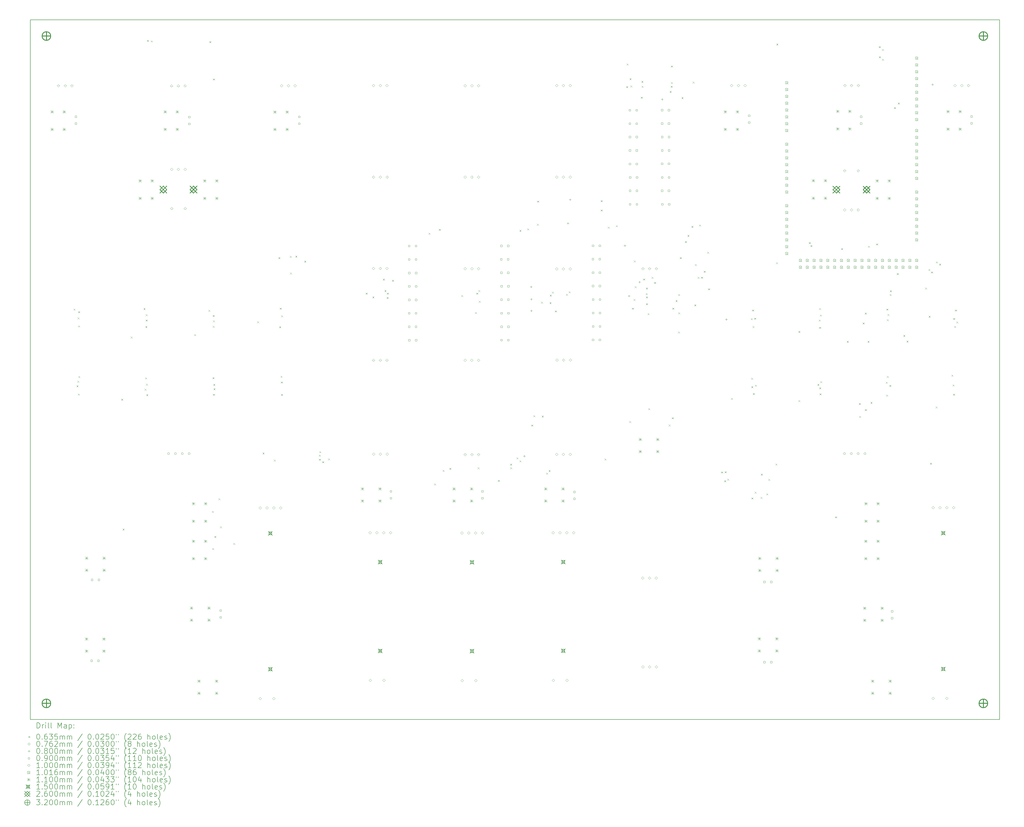
<source format=gbr>
%FSLAX45Y45*%
G04 Gerber Fmt 4.5, Leading zero omitted, Abs format (unit mm)*
G04 Created by KiCad (PCBNEW (5.99.0-11071-g7fde05e8ee)) date 2021-07-29 16:05:57*
%MOMM*%
%LPD*%
G01*
G04 APERTURE LIST*
%TA.AperFunction,Profile*%
%ADD10C,0.150000*%
%TD*%
%ADD11C,0.200000*%
%ADD12C,0.063500*%
%ADD13C,0.076200*%
%ADD14C,0.080000*%
%ADD15C,0.090000*%
%ADD16C,0.100000*%
%ADD17C,0.101600*%
%ADD18C,0.110000*%
%ADD19C,0.150000*%
%ADD20C,0.260000*%
%ADD21C,0.320000*%
G04 APERTURE END LIST*
D10*
X47900000Y-31100000D02*
X11900000Y-31100000D01*
X11900000Y-31100000D02*
X11900000Y-5100000D01*
X47900000Y-5100000D02*
X47900000Y-31100000D01*
X11900000Y-5100000D02*
X47900000Y-5100000D01*
D11*
D12*
X13508250Y-15828250D02*
X13571750Y-15891750D01*
X13571750Y-15828250D02*
X13508250Y-15891750D01*
X13618250Y-18678250D02*
X13681750Y-18741750D01*
X13681750Y-18678250D02*
X13618250Y-18741750D01*
X13648250Y-18508250D02*
X13711750Y-18571750D01*
X13711750Y-18508250D02*
X13648250Y-18571750D01*
X13658250Y-16158250D02*
X13721750Y-16221750D01*
X13721750Y-16158250D02*
X13658250Y-16221750D01*
X13668250Y-18988250D02*
X13731750Y-19051750D01*
X13731750Y-18988250D02*
X13668250Y-19051750D01*
X13678250Y-15928250D02*
X13741750Y-15991750D01*
X13741750Y-15928250D02*
X13678250Y-15991750D01*
X13678250Y-16458250D02*
X13741750Y-16521750D01*
X13741750Y-16458250D02*
X13678250Y-16521750D01*
X13688250Y-18338250D02*
X13751750Y-18401750D01*
X13751750Y-18338250D02*
X13688250Y-18401750D01*
X15278250Y-19178250D02*
X15341750Y-19241750D01*
X15341750Y-19178250D02*
X15278250Y-19241750D01*
X15328250Y-24003250D02*
X15391750Y-24066750D01*
X15391750Y-24003250D02*
X15328250Y-24066750D01*
X15628250Y-16868250D02*
X15691750Y-16931750D01*
X15691750Y-16868250D02*
X15628250Y-16931750D01*
X16108250Y-15808250D02*
X16171750Y-15871750D01*
X16171750Y-15808250D02*
X16108250Y-15871750D01*
X16148250Y-18808250D02*
X16211750Y-18871750D01*
X16211750Y-18808250D02*
X16148250Y-18871750D01*
X16168250Y-18388250D02*
X16231750Y-18451750D01*
X16231750Y-18388250D02*
X16168250Y-18451750D01*
X16178250Y-16478250D02*
X16241750Y-16541750D01*
X16241750Y-16478250D02*
X16178250Y-16541750D01*
X16188250Y-16038250D02*
X16251750Y-16101750D01*
X16251750Y-16038250D02*
X16188250Y-16101750D01*
X16188250Y-16238250D02*
X16251750Y-16301750D01*
X16251750Y-16238250D02*
X16188250Y-16301750D01*
X16198250Y-18618250D02*
X16261750Y-18681750D01*
X16261750Y-18618250D02*
X16198250Y-18681750D01*
X16208250Y-19008250D02*
X16271750Y-19071750D01*
X16271750Y-19008250D02*
X16208250Y-19071750D01*
X16235750Y-5845750D02*
X16299250Y-5909250D01*
X16299250Y-5845750D02*
X16235750Y-5909250D01*
X16380750Y-5863250D02*
X16444250Y-5926750D01*
X16444250Y-5863250D02*
X16380750Y-5926750D01*
X17988250Y-16778250D02*
X18051750Y-16841750D01*
X18051750Y-16778250D02*
X17988250Y-16841750D01*
X18518250Y-15878250D02*
X18581750Y-15941750D01*
X18581750Y-15878250D02*
X18518250Y-15941750D01*
X18553250Y-5890950D02*
X18616750Y-5954450D01*
X18616750Y-5890950D02*
X18553250Y-5954450D01*
X18648250Y-23348250D02*
X18711750Y-23411750D01*
X18711750Y-23348250D02*
X18648250Y-23411750D01*
X18658250Y-24728250D02*
X18721750Y-24791750D01*
X18721750Y-24728250D02*
X18658250Y-24791750D01*
X18668250Y-18378250D02*
X18731750Y-18441750D01*
X18731750Y-18378250D02*
X18668250Y-18441750D01*
X18678250Y-16068250D02*
X18741750Y-16131750D01*
X18741750Y-16068250D02*
X18678250Y-16131750D01*
X18678250Y-16468250D02*
X18741750Y-16531750D01*
X18741750Y-16468250D02*
X18678250Y-16531750D01*
X18688250Y-7278250D02*
X18751750Y-7341750D01*
X18751750Y-7278250D02*
X18688250Y-7341750D01*
X18688250Y-16268250D02*
X18751750Y-16331750D01*
X18751750Y-16268250D02*
X18688250Y-16331750D01*
X18688250Y-18998250D02*
X18751750Y-19061750D01*
X18751750Y-18998250D02*
X18688250Y-19061750D01*
X18698250Y-18628250D02*
X18761750Y-18691750D01*
X18761750Y-18628250D02*
X18698250Y-18691750D01*
X18708250Y-18788250D02*
X18771750Y-18851750D01*
X18771750Y-18788250D02*
X18708250Y-18851750D01*
X18738250Y-24278250D02*
X18801750Y-24341750D01*
X18801750Y-24278250D02*
X18738250Y-24341750D01*
X18888250Y-22878250D02*
X18951750Y-22941750D01*
X18951750Y-22878250D02*
X18888250Y-22941750D01*
X18948250Y-23918250D02*
X19011750Y-23981750D01*
X19011750Y-23918250D02*
X18948250Y-23981750D01*
X19439250Y-24536250D02*
X19502750Y-24599750D01*
X19502750Y-24536250D02*
X19439250Y-24599750D01*
X20328250Y-16298250D02*
X20391750Y-16361750D01*
X20391750Y-16298250D02*
X20328250Y-16361750D01*
X20528250Y-21178250D02*
X20591750Y-21241750D01*
X20591750Y-21178250D02*
X20528250Y-21241750D01*
X20948250Y-21438250D02*
X21011750Y-21501750D01*
X21011750Y-21438250D02*
X20948250Y-21501750D01*
X21118250Y-13918250D02*
X21181750Y-13981750D01*
X21181750Y-13918250D02*
X21118250Y-13981750D01*
X21148250Y-16488250D02*
X21211750Y-16551750D01*
X21211750Y-16488250D02*
X21148250Y-16551750D01*
X21168250Y-15798250D02*
X21231750Y-15861750D01*
X21231750Y-15798250D02*
X21168250Y-15861750D01*
X21198250Y-18328250D02*
X21261750Y-18391750D01*
X21261750Y-18328250D02*
X21198250Y-18391750D01*
X21208250Y-18538250D02*
X21271750Y-18601750D01*
X21271750Y-18538250D02*
X21208250Y-18601750D01*
X21213250Y-19000250D02*
X21276750Y-19063750D01*
X21276750Y-19000250D02*
X21213250Y-19063750D01*
X21218250Y-16078250D02*
X21281750Y-16141750D01*
X21281750Y-16078250D02*
X21218250Y-16141750D01*
X21538250Y-13868250D02*
X21601750Y-13931750D01*
X21601750Y-13868250D02*
X21538250Y-13931750D01*
X21548250Y-14488250D02*
X21611750Y-14551750D01*
X21611750Y-14488250D02*
X21548250Y-14551750D01*
X21747998Y-13862631D02*
X21811498Y-13926131D01*
X21811498Y-13862631D02*
X21747998Y-13926131D01*
X22078250Y-14048250D02*
X22141750Y-14111750D01*
X22141750Y-14048250D02*
X22078250Y-14111750D01*
X22618250Y-21258250D02*
X22681750Y-21321750D01*
X22681750Y-21258250D02*
X22618250Y-21321750D01*
X22625750Y-21410750D02*
X22689250Y-21474250D01*
X22689250Y-21410750D02*
X22625750Y-21474250D01*
X22638250Y-21128250D02*
X22701750Y-21191750D01*
X22701750Y-21128250D02*
X22638250Y-21191750D01*
X22743250Y-21503250D02*
X22806750Y-21566750D01*
X22806750Y-21503250D02*
X22743250Y-21566750D01*
X22963450Y-21395750D02*
X23026950Y-21459250D01*
X23026950Y-21395750D02*
X22963450Y-21459250D01*
X24358250Y-15238250D02*
X24421750Y-15301750D01*
X24421750Y-15238250D02*
X24358250Y-15301750D01*
X24608250Y-15378250D02*
X24671750Y-15441750D01*
X24671750Y-15378250D02*
X24608250Y-15441750D01*
X24998250Y-14718250D02*
X25061750Y-14781750D01*
X25061750Y-14718250D02*
X24998250Y-14781750D01*
X25058250Y-15138250D02*
X25121750Y-15201750D01*
X25121750Y-15138250D02*
X25058250Y-15201750D01*
X25138250Y-15398250D02*
X25201750Y-15461750D01*
X25201750Y-15398250D02*
X25138250Y-15461750D01*
X25148250Y-15238250D02*
X25211750Y-15301750D01*
X25211750Y-15238250D02*
X25148250Y-15301750D01*
X25338250Y-14758250D02*
X25401750Y-14821750D01*
X25401750Y-14758250D02*
X25338250Y-14821750D01*
X26692222Y-13010180D02*
X26755722Y-13073680D01*
X26755722Y-13010180D02*
X26692222Y-13073680D01*
X26898250Y-22328250D02*
X26961750Y-22391750D01*
X26961750Y-22328250D02*
X26898250Y-22391750D01*
X27076555Y-12868596D02*
X27140055Y-12932096D01*
X27140055Y-12868596D02*
X27076555Y-12932096D01*
X27218706Y-21823450D02*
X27282206Y-21886950D01*
X27282206Y-21823450D02*
X27218706Y-21886950D01*
X27468250Y-21748250D02*
X27531750Y-21811750D01*
X27531750Y-21748250D02*
X27468250Y-21811750D01*
X27908250Y-15328250D02*
X27971750Y-15391750D01*
X27971750Y-15328250D02*
X27908250Y-15391750D01*
X28418250Y-15958250D02*
X28481750Y-16021750D01*
X28481750Y-15958250D02*
X28418250Y-16021750D01*
X28464045Y-15238231D02*
X28527545Y-15301731D01*
X28527545Y-15238231D02*
X28464045Y-15301731D01*
X28518250Y-21728250D02*
X28581750Y-21791750D01*
X28581750Y-21728250D02*
X28518250Y-21791750D01*
X28543050Y-15142126D02*
X28606550Y-15205626D01*
X28606550Y-15142126D02*
X28543050Y-15205626D01*
X28558250Y-15538250D02*
X28621750Y-15601750D01*
X28621750Y-15538250D02*
X28558250Y-15601750D01*
X29268250Y-22198250D02*
X29331750Y-22261750D01*
X29331750Y-22198250D02*
X29268250Y-22261750D01*
X29723250Y-21593250D02*
X29786750Y-21656750D01*
X29786750Y-21593250D02*
X29723250Y-21656750D01*
X29728250Y-21728250D02*
X29791750Y-21791750D01*
X29791750Y-21728250D02*
X29728250Y-21791750D01*
X29958250Y-21358250D02*
X30021750Y-21421750D01*
X30021750Y-21358250D02*
X29958250Y-21421750D01*
X30068250Y-12905750D02*
X30131750Y-12969250D01*
X30131750Y-12905750D02*
X30068250Y-12969250D01*
X30068250Y-21468250D02*
X30131750Y-21531750D01*
X30131750Y-21468250D02*
X30068250Y-21531750D01*
X30358250Y-12851068D02*
X30421750Y-12914568D01*
X30421750Y-12851068D02*
X30358250Y-12914568D01*
X30508250Y-20138250D02*
X30571750Y-20201750D01*
X30571750Y-20138250D02*
X30508250Y-20201750D01*
X30585750Y-19793250D02*
X30649250Y-19856750D01*
X30649250Y-19793250D02*
X30585750Y-19856750D01*
X30718250Y-12678250D02*
X30781750Y-12741750D01*
X30781750Y-12678250D02*
X30718250Y-12741750D01*
X30728250Y-11818250D02*
X30791750Y-11881750D01*
X30791750Y-11818250D02*
X30728250Y-11881750D01*
X30868250Y-15572750D02*
X30931750Y-15636250D01*
X30931750Y-15572750D02*
X30868250Y-15636250D01*
X30898250Y-19805750D02*
X30961750Y-19869250D01*
X30961750Y-19805750D02*
X30898250Y-19869250D01*
X31060750Y-21925750D02*
X31124250Y-21989250D01*
X31124250Y-21925750D02*
X31060750Y-21989250D01*
X31155750Y-21830550D02*
X31219250Y-21894050D01*
X31219250Y-21830550D02*
X31155750Y-21894050D01*
X31186225Y-15590051D02*
X31249725Y-15653551D01*
X31249725Y-15590051D02*
X31186225Y-15653551D01*
X31198250Y-15308250D02*
X31261750Y-15371750D01*
X31261750Y-15308250D02*
X31198250Y-15371750D01*
X31278250Y-15198250D02*
X31341750Y-15261750D01*
X31341750Y-15198250D02*
X31278250Y-15261750D01*
X31388250Y-15898250D02*
X31451750Y-15961750D01*
X31451750Y-15898250D02*
X31388250Y-15961750D01*
X31798250Y-15278250D02*
X31861750Y-15341750D01*
X31861750Y-15278250D02*
X31798250Y-15341750D01*
X31898250Y-15188250D02*
X31961750Y-15251750D01*
X31961750Y-15188250D02*
X31898250Y-15251750D01*
X33088250Y-11798250D02*
X33151750Y-11861750D01*
X33151750Y-11798250D02*
X33088250Y-11861750D01*
X33088250Y-12148250D02*
X33151750Y-12211750D01*
X33151750Y-12148250D02*
X33088250Y-12211750D01*
X33228250Y-21403250D02*
X33291750Y-21466750D01*
X33291750Y-21403250D02*
X33228250Y-21466750D01*
X33350750Y-12785750D02*
X33414250Y-12849250D01*
X33414250Y-12785750D02*
X33350750Y-12849250D01*
X33653250Y-12731068D02*
X33716750Y-12794568D01*
X33716750Y-12731068D02*
X33653250Y-12794568D01*
X34030933Y-7560933D02*
X34094433Y-7624433D01*
X34094433Y-7560933D02*
X34030933Y-7624433D01*
X34048250Y-6718250D02*
X34111750Y-6781750D01*
X34111750Y-6718250D02*
X34048250Y-6781750D01*
X34148250Y-20008250D02*
X34211750Y-20071750D01*
X34211750Y-20008250D02*
X34148250Y-20071750D01*
X34158250Y-7268250D02*
X34221750Y-7331750D01*
X34221750Y-7268250D02*
X34158250Y-7331750D01*
X34188250Y-7538250D02*
X34251750Y-7601750D01*
X34251750Y-7538250D02*
X34188250Y-7601750D01*
X34248250Y-15798250D02*
X34311750Y-15861750D01*
X34311750Y-15798250D02*
X34248250Y-15861750D01*
X34308250Y-15468250D02*
X34371750Y-15531750D01*
X34371750Y-15468250D02*
X34308250Y-15531750D01*
X34318250Y-14038250D02*
X34381750Y-14101750D01*
X34381750Y-14038250D02*
X34318250Y-14101750D01*
X34348250Y-14998250D02*
X34411750Y-15061750D01*
X34411750Y-14998250D02*
X34348250Y-15061750D01*
X34578250Y-7958250D02*
X34641750Y-8021750D01*
X34641750Y-7958250D02*
X34578250Y-8021750D01*
X34598250Y-7368250D02*
X34661750Y-7431750D01*
X34661750Y-7368250D02*
X34598250Y-7431750D01*
X34608250Y-7548250D02*
X34671750Y-7611750D01*
X34671750Y-7548250D02*
X34608250Y-7611750D01*
X34662671Y-14713050D02*
X34726171Y-14776550D01*
X34726171Y-14713050D02*
X34662671Y-14776550D01*
X34760141Y-15252675D02*
X34823641Y-15316175D01*
X34823641Y-15252675D02*
X34760141Y-15316175D01*
X34768250Y-15048250D02*
X34831750Y-15111750D01*
X34831750Y-15048250D02*
X34768250Y-15111750D01*
X34768250Y-15633250D02*
X34831750Y-15696750D01*
X34831750Y-15633250D02*
X34768250Y-15696750D01*
X34770750Y-15378250D02*
X34834250Y-15441750D01*
X34834250Y-15378250D02*
X34770750Y-15441750D01*
X34828250Y-15998250D02*
X34891750Y-16061750D01*
X34891750Y-15998250D02*
X34828250Y-16061750D01*
X34853250Y-19530750D02*
X34916750Y-19594250D01*
X34916750Y-19530750D02*
X34853250Y-19594250D01*
X34975552Y-14647593D02*
X35039052Y-14711093D01*
X35039052Y-14647593D02*
X34975552Y-14711093D01*
X35068250Y-14838250D02*
X35131750Y-14901750D01*
X35131750Y-14838250D02*
X35068250Y-14901750D01*
X35613250Y-20135750D02*
X35676750Y-20199250D01*
X35676750Y-20135750D02*
X35613250Y-20199250D01*
X35648250Y-7738250D02*
X35711750Y-7801750D01*
X35711750Y-7738250D02*
X35648250Y-7801750D01*
X35688250Y-7548250D02*
X35751750Y-7611750D01*
X35751750Y-7548250D02*
X35688250Y-7611750D01*
X35698250Y-6798250D02*
X35761750Y-6861750D01*
X35761750Y-6798250D02*
X35698250Y-6861750D01*
X35698250Y-7408250D02*
X35761750Y-7471750D01*
X35761750Y-7408250D02*
X35698250Y-7471750D01*
X35728250Y-19868250D02*
X35791750Y-19931750D01*
X35791750Y-19868250D02*
X35728250Y-19931750D01*
X35748250Y-15795750D02*
X35811750Y-15859250D01*
X35811750Y-15795750D02*
X35748250Y-15859250D01*
X35870750Y-15510750D02*
X35934250Y-15574250D01*
X35934250Y-15510750D02*
X35870750Y-15574250D01*
X35960231Y-16682164D02*
X36023731Y-16745664D01*
X36023731Y-16682164D02*
X35960231Y-16745664D01*
X35962787Y-15289080D02*
X36026287Y-15352580D01*
X36026287Y-15289080D02*
X35962787Y-15352580D01*
X35965750Y-15970750D02*
X36029250Y-16034250D01*
X36029250Y-15970750D02*
X35965750Y-16034250D01*
X36028250Y-13918250D02*
X36091750Y-13981750D01*
X36091750Y-13918250D02*
X36028250Y-13981750D01*
X36088250Y-7968250D02*
X36151750Y-8031750D01*
X36151750Y-7968250D02*
X36088250Y-8031750D01*
X36218250Y-13318250D02*
X36281750Y-13381750D01*
X36281750Y-13318250D02*
X36218250Y-13381750D01*
X36310933Y-13090933D02*
X36374433Y-13154433D01*
X36374433Y-13090933D02*
X36310933Y-13154433D01*
X36457059Y-12758250D02*
X36520559Y-12821750D01*
X36520559Y-12758250D02*
X36457059Y-12821750D01*
X36500750Y-7393250D02*
X36564250Y-7456750D01*
X36564250Y-7393250D02*
X36500750Y-7456750D01*
X36563250Y-15673250D02*
X36626750Y-15736750D01*
X36626750Y-15673250D02*
X36563250Y-15736750D01*
X36585750Y-14173250D02*
X36649250Y-14236750D01*
X36649250Y-14173250D02*
X36585750Y-14236750D01*
X36688250Y-14650750D02*
X36751750Y-14714250D01*
X36751750Y-14650750D02*
X36688250Y-14714250D01*
X36743450Y-12705345D02*
X36806950Y-12768845D01*
X36806950Y-12705345D02*
X36743450Y-12768845D01*
X36814143Y-14643450D02*
X36877643Y-14706950D01*
X36877643Y-14643450D02*
X36814143Y-14706950D01*
X36915750Y-14423050D02*
X36979250Y-14486550D01*
X36979250Y-14423050D02*
X36915750Y-14486550D01*
X37044317Y-13717183D02*
X37107817Y-13780683D01*
X37107817Y-13717183D02*
X37044317Y-13780683D01*
X37078250Y-15078250D02*
X37141750Y-15141750D01*
X37141750Y-15078250D02*
X37078250Y-15141750D01*
X37558250Y-21883250D02*
X37621750Y-21946750D01*
X37621750Y-21883250D02*
X37558250Y-21946750D01*
X37672505Y-22209454D02*
X37736005Y-22272954D01*
X37736005Y-22209454D02*
X37672505Y-22272954D01*
X37693250Y-21875750D02*
X37756750Y-21939250D01*
X37756750Y-21875750D02*
X37693250Y-21939250D01*
X37786063Y-22151941D02*
X37849563Y-22215441D01*
X37849563Y-22151941D02*
X37786063Y-22215441D01*
X37928250Y-19148250D02*
X37991750Y-19211750D01*
X37991750Y-19148250D02*
X37928250Y-19211750D01*
X38665402Y-16187901D02*
X38728902Y-16251401D01*
X38728902Y-16187901D02*
X38665402Y-16251401D01*
X38675750Y-18400750D02*
X38739250Y-18464250D01*
X38739250Y-18400750D02*
X38675750Y-18464250D01*
X38680750Y-18713250D02*
X38744250Y-18776750D01*
X38744250Y-18713250D02*
X38680750Y-18776750D01*
X38685058Y-22850180D02*
X38748558Y-22913680D01*
X38748558Y-22850180D02*
X38685058Y-22913680D01*
X38710750Y-15865750D02*
X38774250Y-15929250D01*
X38774250Y-15865750D02*
X38710750Y-15929250D01*
X38728250Y-16478250D02*
X38791750Y-16541750D01*
X38791750Y-16478250D02*
X38728250Y-16541750D01*
X38738250Y-18968250D02*
X38801750Y-19031750D01*
X38801750Y-18968250D02*
X38738250Y-19031750D01*
X38788250Y-16168250D02*
X38851750Y-16231750D01*
X38851750Y-16168250D02*
X38788250Y-16231750D01*
X38804873Y-22631644D02*
X38868373Y-22695144D01*
X38868373Y-22631644D02*
X38804873Y-22695144D01*
X38818250Y-18658250D02*
X38881750Y-18721750D01*
X38881750Y-18658250D02*
X38818250Y-18721750D01*
X39025250Y-22826250D02*
X39088750Y-22889750D01*
X39088750Y-22826250D02*
X39025250Y-22889750D01*
X39035750Y-21963250D02*
X39099250Y-22026750D01*
X39099250Y-21963250D02*
X39035750Y-22026750D01*
X39238250Y-22696250D02*
X39301750Y-22759750D01*
X39301750Y-22696250D02*
X39238250Y-22759750D01*
X39310750Y-22158250D02*
X39374250Y-22221750D01*
X39374250Y-22158250D02*
X39310750Y-22221750D01*
X39578250Y-21588250D02*
X39641750Y-21651750D01*
X39641750Y-21588250D02*
X39578250Y-21651750D01*
X39600250Y-14108250D02*
X39663750Y-14171750D01*
X39663750Y-14108250D02*
X39600250Y-14171750D01*
X39613250Y-5980750D02*
X39676750Y-6044250D01*
X39676750Y-5980750D02*
X39613250Y-6044250D01*
X40428250Y-16658250D02*
X40491750Y-16721750D01*
X40491750Y-16658250D02*
X40428250Y-16721750D01*
X40428250Y-19228250D02*
X40491750Y-19291750D01*
X40491750Y-19228250D02*
X40428250Y-19291750D01*
X40819450Y-13358612D02*
X40882950Y-13422112D01*
X40882950Y-13358612D02*
X40819450Y-13422112D01*
X40878250Y-13468250D02*
X40941750Y-13531750D01*
X40941750Y-13468250D02*
X40878250Y-13531750D01*
X41138250Y-18628250D02*
X41201750Y-18691750D01*
X41201750Y-18628250D02*
X41138250Y-18691750D01*
X41185750Y-16235750D02*
X41249250Y-16299250D01*
X41249250Y-16235750D02*
X41185750Y-16299250D01*
X41198250Y-15808250D02*
X41261750Y-15871750D01*
X41261750Y-15808250D02*
X41198250Y-15871750D01*
X41198250Y-16508250D02*
X41261750Y-16571750D01*
X41261750Y-16508250D02*
X41198250Y-16571750D01*
X41205750Y-18755750D02*
X41269250Y-18819250D01*
X41269250Y-18755750D02*
X41205750Y-18819250D01*
X41218250Y-18978250D02*
X41281750Y-19041750D01*
X41281750Y-18978250D02*
X41218250Y-19041750D01*
X41230750Y-16050750D02*
X41294250Y-16114250D01*
X41294250Y-16050750D02*
X41230750Y-16114250D01*
X41243250Y-18525750D02*
X41306750Y-18589250D01*
X41306750Y-18525750D02*
X41243250Y-18589250D01*
X41793250Y-23550750D02*
X41856750Y-23614250D01*
X41856750Y-23550750D02*
X41793250Y-23614250D01*
X42018250Y-13580750D02*
X42081750Y-13644250D01*
X42081750Y-13580750D02*
X42018250Y-13644250D01*
X42228250Y-17028250D02*
X42291750Y-17091750D01*
X42291750Y-17028250D02*
X42228250Y-17091750D01*
X42677250Y-19340250D02*
X42740750Y-19403750D01*
X42740750Y-19340250D02*
X42677250Y-19403750D01*
X42686250Y-19818250D02*
X42749750Y-19881750D01*
X42749750Y-19818250D02*
X42686250Y-19881750D01*
X42818250Y-16348250D02*
X42881750Y-16411750D01*
X42881750Y-16348250D02*
X42818250Y-16411750D01*
X42898250Y-15978250D02*
X42961750Y-16041750D01*
X42961750Y-15978250D02*
X42898250Y-16041750D01*
X42903250Y-19562250D02*
X42966750Y-19625750D01*
X42966750Y-19562250D02*
X42903250Y-19625750D01*
X42998250Y-17028250D02*
X43061750Y-17091750D01*
X43061750Y-17028250D02*
X42998250Y-17091750D01*
X43014423Y-13493450D02*
X43077923Y-13556950D01*
X43077923Y-13493450D02*
X43014423Y-13556950D01*
X43108250Y-19298250D02*
X43171750Y-19361750D01*
X43171750Y-19298250D02*
X43108250Y-19361750D01*
X43318250Y-13408250D02*
X43381750Y-13471750D01*
X43381750Y-13408250D02*
X43318250Y-13471750D01*
X43417250Y-6075250D02*
X43480750Y-6138750D01*
X43480750Y-6075250D02*
X43417250Y-6138750D01*
X43420250Y-6452250D02*
X43483750Y-6515750D01*
X43483750Y-6452250D02*
X43420250Y-6515750D01*
X43537250Y-6181250D02*
X43600750Y-6244750D01*
X43600750Y-6181250D02*
X43537250Y-6244750D01*
X43537250Y-6546250D02*
X43600750Y-6609750D01*
X43600750Y-6546250D02*
X43537250Y-6609750D01*
X43678250Y-18548250D02*
X43741750Y-18611750D01*
X43741750Y-18548250D02*
X43678250Y-18611750D01*
X43688250Y-19028250D02*
X43751750Y-19091750D01*
X43751750Y-19028250D02*
X43688250Y-19091750D01*
X43698250Y-15828250D02*
X43761750Y-15891750D01*
X43761750Y-15828250D02*
X43698250Y-15891750D01*
X43713250Y-18333250D02*
X43776750Y-18396750D01*
X43776750Y-18333250D02*
X43713250Y-18396750D01*
X43714768Y-16223450D02*
X43778268Y-16286950D01*
X43778268Y-16223450D02*
X43714768Y-16286950D01*
X43738250Y-16028250D02*
X43801750Y-16091750D01*
X43801750Y-16028250D02*
X43738250Y-16091750D01*
X43808250Y-18668250D02*
X43871750Y-18731750D01*
X43871750Y-18668250D02*
X43808250Y-18731750D01*
X43818250Y-15288250D02*
X43881750Y-15351750D01*
X43881750Y-15288250D02*
X43818250Y-15351750D01*
X43828250Y-15148250D02*
X43891750Y-15211750D01*
X43891750Y-15148250D02*
X43828250Y-15211750D01*
X43981250Y-8341250D02*
X44044750Y-8404750D01*
X44044750Y-8341250D02*
X43981250Y-8404750D01*
X44088250Y-14510750D02*
X44151750Y-14574250D01*
X44151750Y-14510750D02*
X44088250Y-14574250D01*
X44125250Y-8170250D02*
X44188750Y-8233750D01*
X44188750Y-8170250D02*
X44125250Y-8233750D01*
X44328250Y-16808250D02*
X44391750Y-16871750D01*
X44391750Y-16808250D02*
X44328250Y-16871750D01*
X44448250Y-17018250D02*
X44511750Y-17081750D01*
X44511750Y-17018250D02*
X44448250Y-17081750D01*
X45138250Y-15048250D02*
X45201750Y-15111750D01*
X45201750Y-15048250D02*
X45138250Y-15111750D01*
X45258250Y-14358250D02*
X45321750Y-14421750D01*
X45321750Y-14358250D02*
X45258250Y-14421750D01*
X45268250Y-16098250D02*
X45331750Y-16161750D01*
X45331750Y-16098250D02*
X45268250Y-16161750D01*
X45318250Y-21558250D02*
X45381750Y-21621750D01*
X45381750Y-21558250D02*
X45318250Y-21621750D01*
X45358250Y-14448250D02*
X45421750Y-14511750D01*
X45421750Y-14448250D02*
X45358250Y-14511750D01*
X45525250Y-19465250D02*
X45588750Y-19528750D01*
X45588750Y-19465250D02*
X45525250Y-19528750D01*
X45538250Y-14078250D02*
X45601750Y-14141750D01*
X45601750Y-14078250D02*
X45538250Y-14141750D01*
X45658250Y-14158250D02*
X45721750Y-14221750D01*
X45721750Y-14158250D02*
X45658250Y-14221750D01*
X46113433Y-18283433D02*
X46176933Y-18346933D01*
X46176933Y-18283433D02*
X46113433Y-18346933D01*
X46158250Y-18648250D02*
X46221750Y-18711750D01*
X46221750Y-18648250D02*
X46158250Y-18711750D01*
X46172250Y-18992250D02*
X46235750Y-19055750D01*
X46235750Y-18992250D02*
X46172250Y-19055750D01*
X46178250Y-16178250D02*
X46241750Y-16241750D01*
X46241750Y-16178250D02*
X46178250Y-16241750D01*
X46215750Y-16475750D02*
X46279250Y-16539250D01*
X46279250Y-16475750D02*
X46215750Y-16539250D01*
X46245750Y-15863250D02*
X46309250Y-15926750D01*
X46309250Y-15863250D02*
X46245750Y-15926750D01*
X46298250Y-16308250D02*
X46361750Y-16371750D01*
X46361750Y-16308250D02*
X46298250Y-16371750D01*
D13*
X17077100Y-21218000D02*
G75*
G03*
X17077100Y-21218000I-38100J0D01*
G01*
X17331100Y-21218000D02*
G75*
G03*
X17331100Y-21218000I-38100J0D01*
G01*
X17585100Y-21218000D02*
G75*
G03*
X17585100Y-21218000I-38100J0D01*
G01*
X17839100Y-21218000D02*
G75*
G03*
X17839100Y-21218000I-38100J0D01*
G01*
X42177100Y-21218000D02*
G75*
G03*
X42177100Y-21218000I-38100J0D01*
G01*
X42431100Y-21218000D02*
G75*
G03*
X42431100Y-21218000I-38100J0D01*
G01*
X42685100Y-21218000D02*
G75*
G03*
X42685100Y-21218000I-38100J0D01*
G01*
X42939100Y-21218000D02*
G75*
G03*
X42939100Y-21218000I-38100J0D01*
G01*
D14*
X30250000Y-21270000D02*
X30250000Y-21350000D01*
X30210000Y-21310000D02*
X30290000Y-21310000D01*
X30500000Y-14980000D02*
X30500000Y-15060000D01*
X30460000Y-15020000D02*
X30540000Y-15020000D01*
X30510000Y-15440000D02*
X30510000Y-15520000D01*
X30470000Y-15480000D02*
X30550000Y-15480000D01*
X30510000Y-15870000D02*
X30510000Y-15950000D01*
X30470000Y-15910000D02*
X30550000Y-15910000D01*
X31870000Y-12620000D02*
X31870000Y-12700000D01*
X31830000Y-12660000D02*
X31910000Y-12660000D01*
X31950000Y-11740000D02*
X31950000Y-11820000D01*
X31910000Y-11780000D02*
X31990000Y-11780000D01*
X33982600Y-13447400D02*
X33982600Y-13527400D01*
X33942600Y-13487400D02*
X34022600Y-13487400D01*
X34140000Y-15320000D02*
X34140000Y-15400000D01*
X34100000Y-15360000D02*
X34180000Y-15360000D01*
X34530000Y-14799990D02*
X34530000Y-14879990D01*
X34490000Y-14839990D02*
X34570000Y-14839990D01*
X35370000Y-8010000D02*
X35370000Y-8090000D01*
X35330000Y-8050000D02*
X35410000Y-8050000D01*
X37750000Y-16190000D02*
X37750000Y-16270000D01*
X37710000Y-16230000D02*
X37790000Y-16230000D01*
X45410000Y-7460000D02*
X45410000Y-7540000D01*
X45370000Y-7500000D02*
X45450000Y-7500000D01*
D15*
X13621820Y-8725320D02*
X13621820Y-8661680D01*
X13558180Y-8661680D01*
X13558180Y-8725320D01*
X13621820Y-8725320D01*
X13621820Y-8979320D02*
X13621820Y-8915680D01*
X13558180Y-8915680D01*
X13558180Y-8979320D01*
X13621820Y-8979320D01*
X14208320Y-28946820D02*
X14208320Y-28883180D01*
X14144680Y-28883180D01*
X14144680Y-28946820D01*
X14208320Y-28946820D01*
X14224320Y-25940820D02*
X14224320Y-25877180D01*
X14160680Y-25877180D01*
X14160680Y-25940820D01*
X14224320Y-25940820D01*
X14462320Y-28946820D02*
X14462320Y-28883180D01*
X14398680Y-28883180D01*
X14398680Y-28946820D01*
X14462320Y-28946820D01*
X14478320Y-25940820D02*
X14478320Y-25877180D01*
X14414680Y-25877180D01*
X14414680Y-25940820D01*
X14478320Y-25940820D01*
X17837820Y-8740320D02*
X17837820Y-8676680D01*
X17774180Y-8676680D01*
X17774180Y-8740320D01*
X17837820Y-8740320D01*
X17837820Y-8994320D02*
X17837820Y-8930680D01*
X17774180Y-8930680D01*
X17774180Y-8994320D01*
X17837820Y-8994320D01*
X19000356Y-27076910D02*
X19000356Y-27013270D01*
X18936716Y-27013270D01*
X18936716Y-27076910D01*
X19000356Y-27076910D01*
X19000356Y-27330910D02*
X19000356Y-27267270D01*
X18936716Y-27267270D01*
X18936716Y-27330910D01*
X19000356Y-27330910D01*
X21922820Y-8732320D02*
X21922820Y-8668680D01*
X21859180Y-8668680D01*
X21859180Y-8732320D01*
X21922820Y-8732320D01*
X21922820Y-8986320D02*
X21922820Y-8922680D01*
X21859180Y-8922680D01*
X21859180Y-8986320D01*
X21922820Y-8986320D01*
X25322820Y-22651320D02*
X25322820Y-22587680D01*
X25259180Y-22587680D01*
X25259180Y-22651320D01*
X25322820Y-22651320D01*
X25322820Y-22905320D02*
X25322820Y-22841680D01*
X25259180Y-22841680D01*
X25259180Y-22905320D01*
X25322820Y-22905320D01*
X26000320Y-16532820D02*
X26000320Y-16469180D01*
X25936680Y-16469180D01*
X25936680Y-16532820D01*
X26000320Y-16532820D01*
X26002320Y-13532820D02*
X26002320Y-13469180D01*
X25938680Y-13469180D01*
X25938680Y-13532820D01*
X26002320Y-13532820D01*
X26002320Y-14032820D02*
X26002320Y-13969180D01*
X25938680Y-13969180D01*
X25938680Y-14032820D01*
X26002320Y-14032820D01*
X26002320Y-16030820D02*
X26002320Y-15967180D01*
X25938680Y-15967180D01*
X25938680Y-16030820D01*
X26002320Y-16030820D01*
X26004320Y-17033820D02*
X26004320Y-16970180D01*
X25940680Y-16970180D01*
X25940680Y-17033820D01*
X26004320Y-17033820D01*
X26004820Y-14532820D02*
X26004820Y-14469180D01*
X25941180Y-14469180D01*
X25941180Y-14532820D01*
X26004820Y-14532820D01*
X26006320Y-15531820D02*
X26006320Y-15468180D01*
X25942680Y-15468180D01*
X25942680Y-15531820D01*
X26006320Y-15531820D01*
X26008320Y-15031820D02*
X26008320Y-14968180D01*
X25944680Y-14968180D01*
X25944680Y-15031820D01*
X26008320Y-15031820D01*
X26254320Y-16532820D02*
X26254320Y-16469180D01*
X26190680Y-16469180D01*
X26190680Y-16532820D01*
X26254320Y-16532820D01*
X26256320Y-13532820D02*
X26256320Y-13469180D01*
X26192680Y-13469180D01*
X26192680Y-13532820D01*
X26256320Y-13532820D01*
X26256320Y-14032820D02*
X26256320Y-13969180D01*
X26192680Y-13969180D01*
X26192680Y-14032820D01*
X26256320Y-14032820D01*
X26256320Y-16030820D02*
X26256320Y-15967180D01*
X26192680Y-15967180D01*
X26192680Y-16030820D01*
X26256320Y-16030820D01*
X26258320Y-17033820D02*
X26258320Y-16970180D01*
X26194680Y-16970180D01*
X26194680Y-17033820D01*
X26258320Y-17033820D01*
X26258820Y-14532820D02*
X26258820Y-14469180D01*
X26195180Y-14469180D01*
X26195180Y-14532820D01*
X26258820Y-14532820D01*
X26260320Y-15531820D02*
X26260320Y-15468180D01*
X26196680Y-15468180D01*
X26196680Y-15531820D01*
X26260320Y-15531820D01*
X26262320Y-15031820D02*
X26262320Y-14968180D01*
X26198680Y-14968180D01*
X26198680Y-15031820D01*
X26262320Y-15031820D01*
X28725820Y-22651320D02*
X28725820Y-22587680D01*
X28662180Y-22587680D01*
X28662180Y-22651320D01*
X28725820Y-22651320D01*
X28725820Y-22905320D02*
X28725820Y-22841680D01*
X28662180Y-22841680D01*
X28662180Y-22905320D01*
X28725820Y-22905320D01*
X29421320Y-14027820D02*
X29421320Y-13964180D01*
X29357680Y-13964180D01*
X29357680Y-14027820D01*
X29421320Y-14027820D01*
X29426320Y-13526820D02*
X29426320Y-13463180D01*
X29362680Y-13463180D01*
X29362680Y-13526820D01*
X29426320Y-13526820D01*
X29427320Y-14527820D02*
X29427320Y-14464180D01*
X29363680Y-14464180D01*
X29363680Y-14527820D01*
X29427320Y-14527820D01*
X29430820Y-17027820D02*
X29430820Y-16964180D01*
X29367180Y-16964180D01*
X29367180Y-17027820D01*
X29430820Y-17027820D01*
X29431320Y-15526820D02*
X29431320Y-15463180D01*
X29367680Y-15463180D01*
X29367680Y-15526820D01*
X29431320Y-15526820D01*
X29433320Y-15026820D02*
X29433320Y-14963180D01*
X29369680Y-14963180D01*
X29369680Y-15026820D01*
X29433320Y-15026820D01*
X29435320Y-16028820D02*
X29435320Y-15965180D01*
X29371680Y-15965180D01*
X29371680Y-16028820D01*
X29435320Y-16028820D01*
X29435320Y-16530820D02*
X29435320Y-16467180D01*
X29371680Y-16467180D01*
X29371680Y-16530820D01*
X29435320Y-16530820D01*
X29675320Y-14027820D02*
X29675320Y-13964180D01*
X29611680Y-13964180D01*
X29611680Y-14027820D01*
X29675320Y-14027820D01*
X29680320Y-13526820D02*
X29680320Y-13463180D01*
X29616680Y-13463180D01*
X29616680Y-13526820D01*
X29680320Y-13526820D01*
X29681320Y-14527820D02*
X29681320Y-14464180D01*
X29617680Y-14464180D01*
X29617680Y-14527820D01*
X29681320Y-14527820D01*
X29684820Y-17027820D02*
X29684820Y-16964180D01*
X29621180Y-16964180D01*
X29621180Y-17027820D01*
X29684820Y-17027820D01*
X29685320Y-15526820D02*
X29685320Y-15463180D01*
X29621680Y-15463180D01*
X29621680Y-15526820D01*
X29685320Y-15526820D01*
X29687320Y-15026820D02*
X29687320Y-14963180D01*
X29623680Y-14963180D01*
X29623680Y-15026820D01*
X29687320Y-15026820D01*
X29689320Y-16028820D02*
X29689320Y-15965180D01*
X29625680Y-15965180D01*
X29625680Y-16028820D01*
X29689320Y-16028820D01*
X29689320Y-16530820D02*
X29689320Y-16467180D01*
X29625680Y-16467180D01*
X29625680Y-16530820D01*
X29689320Y-16530820D01*
X32139820Y-22669320D02*
X32139820Y-22605680D01*
X32076180Y-22605680D01*
X32076180Y-22669320D01*
X32139820Y-22669320D01*
X32139820Y-22923320D02*
X32139820Y-22859680D01*
X32076180Y-22859680D01*
X32076180Y-22923320D01*
X32139820Y-22923320D01*
X32826320Y-14017820D02*
X32826320Y-13954180D01*
X32762680Y-13954180D01*
X32762680Y-14017820D01*
X32826320Y-14017820D01*
X32828320Y-13524820D02*
X32828320Y-13461180D01*
X32764680Y-13461180D01*
X32764680Y-13524820D01*
X32828320Y-13524820D01*
X32831320Y-14520820D02*
X32831320Y-14457180D01*
X32767680Y-14457180D01*
X32767680Y-14520820D01*
X32831320Y-14520820D01*
X32831320Y-15018820D02*
X32831320Y-14955180D01*
X32767680Y-14955180D01*
X32767680Y-15018820D01*
X32831320Y-15018820D01*
X32831320Y-17020820D02*
X32831320Y-16957180D01*
X32767680Y-16957180D01*
X32767680Y-17020820D01*
X32831320Y-17020820D01*
X32833320Y-15519820D02*
X32833320Y-15456180D01*
X32769680Y-15456180D01*
X32769680Y-15519820D01*
X32833320Y-15519820D01*
X32833320Y-16020820D02*
X32833320Y-15957180D01*
X32769680Y-15957180D01*
X32769680Y-16020820D01*
X32833320Y-16020820D01*
X32836320Y-16519820D02*
X32836320Y-16456180D01*
X32772680Y-16456180D01*
X32772680Y-16519820D01*
X32836320Y-16519820D01*
X33080320Y-14017820D02*
X33080320Y-13954180D01*
X33016680Y-13954180D01*
X33016680Y-14017820D01*
X33080320Y-14017820D01*
X33082320Y-13524820D02*
X33082320Y-13461180D01*
X33018680Y-13461180D01*
X33018680Y-13524820D01*
X33082320Y-13524820D01*
X33085320Y-14520820D02*
X33085320Y-14457180D01*
X33021680Y-14457180D01*
X33021680Y-14520820D01*
X33085320Y-14520820D01*
X33085320Y-15018820D02*
X33085320Y-14955180D01*
X33021680Y-14955180D01*
X33021680Y-15018820D01*
X33085320Y-15018820D01*
X33085320Y-17020820D02*
X33085320Y-16957180D01*
X33021680Y-16957180D01*
X33021680Y-17020820D01*
X33085320Y-17020820D01*
X33087320Y-15519820D02*
X33087320Y-15456180D01*
X33023680Y-15456180D01*
X33023680Y-15519820D01*
X33087320Y-15519820D01*
X33087320Y-16020820D02*
X33087320Y-15957180D01*
X33023680Y-15957180D01*
X33023680Y-16020820D01*
X33087320Y-16020820D01*
X33090320Y-16519820D02*
X33090320Y-16456180D01*
X33026680Y-16456180D01*
X33026680Y-16519820D01*
X33090320Y-16519820D01*
X34198320Y-8483820D02*
X34198320Y-8420180D01*
X34134680Y-8420180D01*
X34134680Y-8483820D01*
X34198320Y-8483820D01*
X34198820Y-8983820D02*
X34198820Y-8920180D01*
X34135180Y-8920180D01*
X34135180Y-8983820D01*
X34198820Y-8983820D01*
X34200320Y-10481820D02*
X34200320Y-10418180D01*
X34136680Y-10418180D01*
X34136680Y-10481820D01*
X34200320Y-10481820D01*
X34203320Y-9980820D02*
X34203320Y-9917180D01*
X34139680Y-9917180D01*
X34139680Y-9980820D01*
X34203320Y-9980820D01*
X34203820Y-9478820D02*
X34203820Y-9415180D01*
X34140180Y-9415180D01*
X34140180Y-9478820D01*
X34203820Y-9478820D01*
X34204320Y-11981820D02*
X34204320Y-11918180D01*
X34140680Y-11918180D01*
X34140680Y-11981820D01*
X34204320Y-11981820D01*
X34205320Y-11477820D02*
X34205320Y-11414180D01*
X34141680Y-11414180D01*
X34141680Y-11477820D01*
X34205320Y-11477820D01*
X34208320Y-10983820D02*
X34208320Y-10920180D01*
X34144680Y-10920180D01*
X34144680Y-10983820D01*
X34208320Y-10983820D01*
X34452320Y-8483820D02*
X34452320Y-8420180D01*
X34388680Y-8420180D01*
X34388680Y-8483820D01*
X34452320Y-8483820D01*
X34452820Y-8983820D02*
X34452820Y-8920180D01*
X34389180Y-8920180D01*
X34389180Y-8983820D01*
X34452820Y-8983820D01*
X34454320Y-10481820D02*
X34454320Y-10418180D01*
X34390680Y-10418180D01*
X34390680Y-10481820D01*
X34454320Y-10481820D01*
X34457320Y-9980820D02*
X34457320Y-9917180D01*
X34393680Y-9917180D01*
X34393680Y-9980820D01*
X34457320Y-9980820D01*
X34457820Y-9478820D02*
X34457820Y-9415180D01*
X34394180Y-9415180D01*
X34394180Y-9478820D01*
X34457820Y-9478820D01*
X34458320Y-11981820D02*
X34458320Y-11918180D01*
X34394680Y-11918180D01*
X34394680Y-11981820D01*
X34458320Y-11981820D01*
X34459320Y-11477820D02*
X34459320Y-11414180D01*
X34395680Y-11414180D01*
X34395680Y-11477820D01*
X34459320Y-11477820D01*
X34462320Y-10983820D02*
X34462320Y-10920180D01*
X34398680Y-10920180D01*
X34398680Y-10983820D01*
X34462320Y-10983820D01*
X35394320Y-8978820D02*
X35394320Y-8915180D01*
X35330680Y-8915180D01*
X35330680Y-8978820D01*
X35394320Y-8978820D01*
X35396320Y-10476820D02*
X35396320Y-10413180D01*
X35332680Y-10413180D01*
X35332680Y-10476820D01*
X35396320Y-10476820D01*
X35397320Y-8480820D02*
X35397320Y-8417180D01*
X35333680Y-8417180D01*
X35333680Y-8480820D01*
X35397320Y-8480820D01*
X35397320Y-11479820D02*
X35397320Y-11416180D01*
X35333680Y-11416180D01*
X35333680Y-11479820D01*
X35397320Y-11479820D01*
X35400320Y-9479820D02*
X35400320Y-9416180D01*
X35336680Y-9416180D01*
X35336680Y-9479820D01*
X35400320Y-9479820D01*
X35400320Y-9980820D02*
X35400320Y-9917180D01*
X35336680Y-9917180D01*
X35336680Y-9980820D01*
X35400320Y-9980820D01*
X35400320Y-10981820D02*
X35400320Y-10918180D01*
X35336680Y-10918180D01*
X35336680Y-10981820D01*
X35400320Y-10981820D01*
X35403320Y-11982820D02*
X35403320Y-11919180D01*
X35339680Y-11919180D01*
X35339680Y-11982820D01*
X35403320Y-11982820D01*
X35648320Y-8978820D02*
X35648320Y-8915180D01*
X35584680Y-8915180D01*
X35584680Y-8978820D01*
X35648320Y-8978820D01*
X35650320Y-10476820D02*
X35650320Y-10413180D01*
X35586680Y-10413180D01*
X35586680Y-10476820D01*
X35650320Y-10476820D01*
X35651320Y-8480820D02*
X35651320Y-8417180D01*
X35587680Y-8417180D01*
X35587680Y-8480820D01*
X35651320Y-8480820D01*
X35651320Y-11479820D02*
X35651320Y-11416180D01*
X35587680Y-11416180D01*
X35587680Y-11479820D01*
X35651320Y-11479820D01*
X35654320Y-9479820D02*
X35654320Y-9416180D01*
X35590680Y-9416180D01*
X35590680Y-9479820D01*
X35654320Y-9479820D01*
X35654320Y-9980820D02*
X35654320Y-9917180D01*
X35590680Y-9917180D01*
X35590680Y-9980820D01*
X35654320Y-9980820D01*
X35654320Y-10981820D02*
X35654320Y-10918180D01*
X35590680Y-10918180D01*
X35590680Y-10981820D01*
X35654320Y-10981820D01*
X35657320Y-11982820D02*
X35657320Y-11919180D01*
X35593680Y-11919180D01*
X35593680Y-11982820D01*
X35657320Y-11982820D01*
X38632220Y-8690120D02*
X38632220Y-8626480D01*
X38568580Y-8626480D01*
X38568580Y-8690120D01*
X38632220Y-8690120D01*
X38632220Y-8944120D02*
X38632220Y-8880480D01*
X38568580Y-8880480D01*
X38568580Y-8944120D01*
X38632220Y-8944120D01*
X39198120Y-26016020D02*
X39198120Y-25952380D01*
X39134480Y-25952380D01*
X39134480Y-26016020D01*
X39198120Y-26016020D01*
X39199320Y-28994820D02*
X39199320Y-28931180D01*
X39135680Y-28931180D01*
X39135680Y-28994820D01*
X39199320Y-28994820D01*
X39452120Y-26016020D02*
X39452120Y-25952380D01*
X39388480Y-25952380D01*
X39388480Y-26016020D01*
X39452120Y-26016020D01*
X39453320Y-28994820D02*
X39453320Y-28931180D01*
X39389680Y-28931180D01*
X39389680Y-28994820D01*
X39453320Y-28994820D01*
X42787220Y-8724620D02*
X42787220Y-8660980D01*
X42723580Y-8660980D01*
X42723580Y-8724620D01*
X42787220Y-8724620D01*
X42787220Y-8978620D02*
X42787220Y-8914980D01*
X42723580Y-8914980D01*
X42723580Y-8978620D01*
X42787220Y-8978620D01*
X43936820Y-27108320D02*
X43936820Y-27044680D01*
X43873180Y-27044680D01*
X43873180Y-27108320D01*
X43936820Y-27108320D01*
X43936820Y-27362320D02*
X43936820Y-27298680D01*
X43873180Y-27298680D01*
X43873180Y-27362320D01*
X43936820Y-27362320D01*
X46888220Y-8720120D02*
X46888220Y-8656480D01*
X46824580Y-8656480D01*
X46824580Y-8720120D01*
X46888220Y-8720120D01*
X46888220Y-8974120D02*
X46888220Y-8910480D01*
X46824580Y-8910480D01*
X46824580Y-8974120D01*
X46888220Y-8974120D01*
D16*
X12945000Y-7597000D02*
X12995000Y-7547000D01*
X12945000Y-7497000D01*
X12895000Y-7547000D01*
X12945000Y-7597000D01*
X13195000Y-7597000D02*
X13245000Y-7547000D01*
X13195000Y-7497000D01*
X13145000Y-7547000D01*
X13195000Y-7597000D01*
X13445000Y-7597000D02*
X13495000Y-7547000D01*
X13445000Y-7497000D01*
X13395000Y-7547000D01*
X13445000Y-7597000D01*
X17147000Y-7598000D02*
X17197000Y-7548000D01*
X17147000Y-7498000D01*
X17097000Y-7548000D01*
X17147000Y-7598000D01*
X17150000Y-10703000D02*
X17200000Y-10653000D01*
X17150000Y-10603000D01*
X17100000Y-10653000D01*
X17150000Y-10703000D01*
X17150000Y-12153000D02*
X17200000Y-12103000D01*
X17150000Y-12053000D01*
X17100000Y-12103000D01*
X17150000Y-12153000D01*
X17397000Y-7598000D02*
X17447000Y-7548000D01*
X17397000Y-7498000D01*
X17347000Y-7548000D01*
X17397000Y-7598000D01*
X17400000Y-10703000D02*
X17450000Y-10653000D01*
X17400000Y-10603000D01*
X17350000Y-10653000D01*
X17400000Y-10703000D01*
X17647000Y-7598000D02*
X17697000Y-7548000D01*
X17647000Y-7498000D01*
X17597000Y-7548000D01*
X17647000Y-7598000D01*
X17650000Y-10703000D02*
X17700000Y-10653000D01*
X17650000Y-10603000D01*
X17600000Y-10653000D01*
X17650000Y-10703000D01*
X17650000Y-12153000D02*
X17700000Y-12103000D01*
X17650000Y-12053000D01*
X17600000Y-12103000D01*
X17650000Y-12153000D01*
X20436000Y-23280000D02*
X20486000Y-23230000D01*
X20436000Y-23180000D01*
X20386000Y-23230000D01*
X20436000Y-23280000D01*
X20439000Y-30370000D02*
X20489000Y-30320000D01*
X20439000Y-30270000D01*
X20389000Y-30320000D01*
X20439000Y-30370000D01*
X20690000Y-23280000D02*
X20740000Y-23230000D01*
X20690000Y-23180000D01*
X20640000Y-23230000D01*
X20690000Y-23280000D01*
X20944000Y-23280000D02*
X20994000Y-23230000D01*
X20944000Y-23180000D01*
X20894000Y-23230000D01*
X20944000Y-23280000D01*
X20947000Y-30370000D02*
X20997000Y-30320000D01*
X20947000Y-30270000D01*
X20897000Y-30320000D01*
X20947000Y-30370000D01*
X21198000Y-23280000D02*
X21248000Y-23230000D01*
X21198000Y-23180000D01*
X21148000Y-23230000D01*
X21198000Y-23280000D01*
X21236000Y-7596000D02*
X21286000Y-7546000D01*
X21236000Y-7496000D01*
X21186000Y-7546000D01*
X21236000Y-7596000D01*
X21486000Y-7596000D02*
X21536000Y-7546000D01*
X21486000Y-7496000D01*
X21436000Y-7546000D01*
X21486000Y-7596000D01*
X21736000Y-7596000D02*
X21786000Y-7546000D01*
X21736000Y-7496000D01*
X21686000Y-7546000D01*
X21736000Y-7596000D01*
X24519000Y-24206800D02*
X24569000Y-24156800D01*
X24519000Y-24106800D01*
X24469000Y-24156800D01*
X24519000Y-24206800D01*
X24530000Y-29693200D02*
X24580000Y-29643200D01*
X24530000Y-29593200D01*
X24480000Y-29643200D01*
X24530000Y-29693200D01*
X24645000Y-14383000D02*
X24695000Y-14333000D01*
X24645000Y-14283000D01*
X24595000Y-14333000D01*
X24645000Y-14383000D01*
X24646000Y-7587000D02*
X24696000Y-7537000D01*
X24646000Y-7487000D01*
X24596000Y-7537000D01*
X24646000Y-7587000D01*
X24648000Y-17792000D02*
X24698000Y-17742000D01*
X24648000Y-17692000D01*
X24598000Y-17742000D01*
X24648000Y-17792000D01*
X24649000Y-10988000D02*
X24699000Y-10938000D01*
X24649000Y-10888000D01*
X24599000Y-10938000D01*
X24649000Y-10988000D01*
X24651000Y-21285000D02*
X24701000Y-21235000D01*
X24651000Y-21185000D01*
X24601000Y-21235000D01*
X24651000Y-21285000D01*
X24773000Y-24206800D02*
X24823000Y-24156800D01*
X24773000Y-24106800D01*
X24723000Y-24156800D01*
X24773000Y-24206800D01*
X24895000Y-14383000D02*
X24945000Y-14333000D01*
X24895000Y-14283000D01*
X24845000Y-14333000D01*
X24895000Y-14383000D01*
X24896000Y-7587000D02*
X24946000Y-7537000D01*
X24896000Y-7487000D01*
X24846000Y-7537000D01*
X24896000Y-7587000D01*
X24898000Y-17792000D02*
X24948000Y-17742000D01*
X24898000Y-17692000D01*
X24848000Y-17742000D01*
X24898000Y-17792000D01*
X24899000Y-10988000D02*
X24949000Y-10938000D01*
X24899000Y-10888000D01*
X24849000Y-10938000D01*
X24899000Y-10988000D01*
X24901000Y-21285000D02*
X24951000Y-21235000D01*
X24901000Y-21185000D01*
X24851000Y-21235000D01*
X24901000Y-21285000D01*
X25027000Y-24206800D02*
X25077000Y-24156800D01*
X25027000Y-24106800D01*
X24977000Y-24156800D01*
X25027000Y-24206800D01*
X25038000Y-29693200D02*
X25088000Y-29643200D01*
X25038000Y-29593200D01*
X24988000Y-29643200D01*
X25038000Y-29693200D01*
X25145000Y-14383000D02*
X25195000Y-14333000D01*
X25145000Y-14283000D01*
X25095000Y-14333000D01*
X25145000Y-14383000D01*
X25146000Y-7587000D02*
X25196000Y-7537000D01*
X25146000Y-7487000D01*
X25096000Y-7537000D01*
X25146000Y-7587000D01*
X25148000Y-17792000D02*
X25198000Y-17742000D01*
X25148000Y-17692000D01*
X25098000Y-17742000D01*
X25148000Y-17792000D01*
X25149000Y-10988000D02*
X25199000Y-10938000D01*
X25149000Y-10888000D01*
X25099000Y-10938000D01*
X25149000Y-10988000D01*
X25151000Y-21285000D02*
X25201000Y-21235000D01*
X25151000Y-21185000D01*
X25101000Y-21235000D01*
X25151000Y-21285000D01*
X25281000Y-24206800D02*
X25331000Y-24156800D01*
X25281000Y-24106800D01*
X25231000Y-24156800D01*
X25281000Y-24206800D01*
X27927000Y-24213800D02*
X27977000Y-24163800D01*
X27927000Y-24113800D01*
X27877000Y-24163800D01*
X27927000Y-24213800D01*
X27938000Y-29700200D02*
X27988000Y-29650200D01*
X27938000Y-29600200D01*
X27888000Y-29650200D01*
X27938000Y-29700200D01*
X28047000Y-17796000D02*
X28097000Y-17746000D01*
X28047000Y-17696000D01*
X27997000Y-17746000D01*
X28047000Y-17796000D01*
X28049000Y-10990000D02*
X28099000Y-10940000D01*
X28049000Y-10890000D01*
X27999000Y-10940000D01*
X28049000Y-10990000D01*
X28050000Y-14393000D02*
X28100000Y-14343000D01*
X28050000Y-14293000D01*
X28000000Y-14343000D01*
X28050000Y-14393000D01*
X28050000Y-21305000D02*
X28100000Y-21255000D01*
X28050000Y-21205000D01*
X28000000Y-21255000D01*
X28050000Y-21305000D01*
X28051000Y-7594000D02*
X28101000Y-7544000D01*
X28051000Y-7494000D01*
X28001000Y-7544000D01*
X28051000Y-7594000D01*
X28181000Y-24213800D02*
X28231000Y-24163800D01*
X28181000Y-24113800D01*
X28131000Y-24163800D01*
X28181000Y-24213800D01*
X28297000Y-17796000D02*
X28347000Y-17746000D01*
X28297000Y-17696000D01*
X28247000Y-17746000D01*
X28297000Y-17796000D01*
X28299000Y-10990000D02*
X28349000Y-10940000D01*
X28299000Y-10890000D01*
X28249000Y-10940000D01*
X28299000Y-10990000D01*
X28300000Y-14393000D02*
X28350000Y-14343000D01*
X28300000Y-14293000D01*
X28250000Y-14343000D01*
X28300000Y-14393000D01*
X28300000Y-21305000D02*
X28350000Y-21255000D01*
X28300000Y-21205000D01*
X28250000Y-21255000D01*
X28300000Y-21305000D01*
X28301000Y-7594000D02*
X28351000Y-7544000D01*
X28301000Y-7494000D01*
X28251000Y-7544000D01*
X28301000Y-7594000D01*
X28435000Y-24213800D02*
X28485000Y-24163800D01*
X28435000Y-24113800D01*
X28385000Y-24163800D01*
X28435000Y-24213800D01*
X28446000Y-29700200D02*
X28496000Y-29650200D01*
X28446000Y-29600200D01*
X28396000Y-29650200D01*
X28446000Y-29700200D01*
X28547000Y-17796000D02*
X28597000Y-17746000D01*
X28547000Y-17696000D01*
X28497000Y-17746000D01*
X28547000Y-17796000D01*
X28549000Y-10990000D02*
X28599000Y-10940000D01*
X28549000Y-10890000D01*
X28499000Y-10940000D01*
X28549000Y-10990000D01*
X28550000Y-14393000D02*
X28600000Y-14343000D01*
X28550000Y-14293000D01*
X28500000Y-14343000D01*
X28550000Y-14393000D01*
X28550000Y-21305000D02*
X28600000Y-21255000D01*
X28550000Y-21205000D01*
X28500000Y-21255000D01*
X28550000Y-21305000D01*
X28551000Y-7594000D02*
X28601000Y-7544000D01*
X28551000Y-7494000D01*
X28501000Y-7544000D01*
X28551000Y-7594000D01*
X28689000Y-24213800D02*
X28739000Y-24163800D01*
X28689000Y-24113800D01*
X28639000Y-24163800D01*
X28689000Y-24213800D01*
X31316000Y-24201800D02*
X31366000Y-24151800D01*
X31316000Y-24101800D01*
X31266000Y-24151800D01*
X31316000Y-24201800D01*
X31327000Y-29688200D02*
X31377000Y-29638200D01*
X31327000Y-29588200D01*
X31277000Y-29638200D01*
X31327000Y-29688200D01*
X31449000Y-14398000D02*
X31499000Y-14348000D01*
X31449000Y-14298000D01*
X31399000Y-14348000D01*
X31449000Y-14398000D01*
X31450000Y-10992000D02*
X31500000Y-10942000D01*
X31450000Y-10892000D01*
X31400000Y-10942000D01*
X31450000Y-10992000D01*
X31450000Y-21295000D02*
X31500000Y-21245000D01*
X31450000Y-21195000D01*
X31400000Y-21245000D01*
X31450000Y-21295000D01*
X31451000Y-7588000D02*
X31501000Y-7538000D01*
X31451000Y-7488000D01*
X31401000Y-7538000D01*
X31451000Y-7588000D01*
X31460000Y-17790000D02*
X31510000Y-17740000D01*
X31460000Y-17690000D01*
X31410000Y-17740000D01*
X31460000Y-17790000D01*
X31570000Y-24201800D02*
X31620000Y-24151800D01*
X31570000Y-24101800D01*
X31520000Y-24151800D01*
X31570000Y-24201800D01*
X31699000Y-14398000D02*
X31749000Y-14348000D01*
X31699000Y-14298000D01*
X31649000Y-14348000D01*
X31699000Y-14398000D01*
X31700000Y-10992000D02*
X31750000Y-10942000D01*
X31700000Y-10892000D01*
X31650000Y-10942000D01*
X31700000Y-10992000D01*
X31700000Y-21295000D02*
X31750000Y-21245000D01*
X31700000Y-21195000D01*
X31650000Y-21245000D01*
X31700000Y-21295000D01*
X31701000Y-7588000D02*
X31751000Y-7538000D01*
X31701000Y-7488000D01*
X31651000Y-7538000D01*
X31701000Y-7588000D01*
X31710000Y-17790000D02*
X31760000Y-17740000D01*
X31710000Y-17690000D01*
X31660000Y-17740000D01*
X31710000Y-17790000D01*
X31824000Y-24201800D02*
X31874000Y-24151800D01*
X31824000Y-24101800D01*
X31774000Y-24151800D01*
X31824000Y-24201800D01*
X31835000Y-29688200D02*
X31885000Y-29638200D01*
X31835000Y-29588200D01*
X31785000Y-29638200D01*
X31835000Y-29688200D01*
X31949000Y-14398000D02*
X31999000Y-14348000D01*
X31949000Y-14298000D01*
X31899000Y-14348000D01*
X31949000Y-14398000D01*
X31950000Y-10992000D02*
X32000000Y-10942000D01*
X31950000Y-10892000D01*
X31900000Y-10942000D01*
X31950000Y-10992000D01*
X31950000Y-21295000D02*
X32000000Y-21245000D01*
X31950000Y-21195000D01*
X31900000Y-21245000D01*
X31950000Y-21295000D01*
X31951000Y-7588000D02*
X32001000Y-7538000D01*
X31951000Y-7488000D01*
X31901000Y-7538000D01*
X31951000Y-7588000D01*
X31960000Y-17790000D02*
X32010000Y-17740000D01*
X31960000Y-17690000D01*
X31910000Y-17740000D01*
X31960000Y-17790000D01*
X32078000Y-24201800D02*
X32128000Y-24151800D01*
X32078000Y-24101800D01*
X32028000Y-24151800D01*
X32078000Y-24201800D01*
X34647000Y-25890000D02*
X34697000Y-25840000D01*
X34647000Y-25790000D01*
X34597000Y-25840000D01*
X34647000Y-25890000D01*
X34650000Y-14396000D02*
X34700000Y-14346000D01*
X34650000Y-14296000D01*
X34600000Y-14346000D01*
X34650000Y-14396000D01*
X34651000Y-29194000D02*
X34701000Y-29144000D01*
X34651000Y-29094000D01*
X34601000Y-29144000D01*
X34651000Y-29194000D01*
X34897000Y-25890000D02*
X34947000Y-25840000D01*
X34897000Y-25790000D01*
X34847000Y-25840000D01*
X34897000Y-25890000D01*
X34900000Y-14396000D02*
X34950000Y-14346000D01*
X34900000Y-14296000D01*
X34850000Y-14346000D01*
X34900000Y-14396000D01*
X34901000Y-29194000D02*
X34951000Y-29144000D01*
X34901000Y-29094000D01*
X34851000Y-29144000D01*
X34901000Y-29194000D01*
X35147000Y-25890000D02*
X35197000Y-25840000D01*
X35147000Y-25790000D01*
X35097000Y-25840000D01*
X35147000Y-25890000D01*
X35150000Y-14396000D02*
X35200000Y-14346000D01*
X35150000Y-14296000D01*
X35100000Y-14346000D01*
X35150000Y-14396000D01*
X35151000Y-29194000D02*
X35201000Y-29144000D01*
X35151000Y-29094000D01*
X35101000Y-29144000D01*
X35151000Y-29194000D01*
X37949000Y-7588000D02*
X37999000Y-7538000D01*
X37949000Y-7488000D01*
X37899000Y-7538000D01*
X37949000Y-7588000D01*
X38199000Y-7588000D02*
X38249000Y-7538000D01*
X38199000Y-7488000D01*
X38149000Y-7538000D01*
X38199000Y-7588000D01*
X38449000Y-7588000D02*
X38499000Y-7538000D01*
X38449000Y-7488000D01*
X38399000Y-7538000D01*
X38449000Y-7588000D01*
X42149000Y-10755000D02*
X42199000Y-10705000D01*
X42149000Y-10655000D01*
X42099000Y-10705000D01*
X42149000Y-10755000D01*
X42149000Y-12205000D02*
X42199000Y-12155000D01*
X42149000Y-12105000D01*
X42099000Y-12155000D01*
X42149000Y-12205000D01*
X42151000Y-7589000D02*
X42201000Y-7539000D01*
X42151000Y-7489000D01*
X42101000Y-7539000D01*
X42151000Y-7589000D01*
X42399000Y-12205000D02*
X42449000Y-12155000D01*
X42399000Y-12105000D01*
X42349000Y-12155000D01*
X42399000Y-12205000D01*
X42401000Y-7589000D02*
X42451000Y-7539000D01*
X42401000Y-7489000D01*
X42351000Y-7539000D01*
X42401000Y-7589000D01*
X42649000Y-10755000D02*
X42699000Y-10705000D01*
X42649000Y-10655000D01*
X42599000Y-10705000D01*
X42649000Y-10755000D01*
X42649000Y-12205000D02*
X42699000Y-12155000D01*
X42649000Y-12105000D01*
X42599000Y-12155000D01*
X42649000Y-12205000D01*
X42651000Y-7589000D02*
X42701000Y-7539000D01*
X42651000Y-7489000D01*
X42601000Y-7539000D01*
X42651000Y-7589000D01*
X45429000Y-23272000D02*
X45479000Y-23222000D01*
X45429000Y-23172000D01*
X45379000Y-23222000D01*
X45429000Y-23272000D01*
X45432000Y-30362000D02*
X45482000Y-30312000D01*
X45432000Y-30262000D01*
X45382000Y-30312000D01*
X45432000Y-30362000D01*
X45683000Y-23272000D02*
X45733000Y-23222000D01*
X45683000Y-23172000D01*
X45633000Y-23222000D01*
X45683000Y-23272000D01*
X45937000Y-23272000D02*
X45987000Y-23222000D01*
X45937000Y-23172000D01*
X45887000Y-23222000D01*
X45937000Y-23272000D01*
X45940000Y-30362000D02*
X45990000Y-30312000D01*
X45940000Y-30262000D01*
X45890000Y-30312000D01*
X45940000Y-30362000D01*
X46191000Y-23272000D02*
X46241000Y-23222000D01*
X46191000Y-23172000D01*
X46141000Y-23222000D01*
X46191000Y-23272000D01*
X46247000Y-7583000D02*
X46297000Y-7533000D01*
X46247000Y-7483000D01*
X46197000Y-7533000D01*
X46247000Y-7583000D01*
X46497000Y-7583000D02*
X46547000Y-7533000D01*
X46497000Y-7483000D01*
X46447000Y-7533000D01*
X46497000Y-7583000D01*
X46747000Y-7583000D02*
X46797000Y-7533000D01*
X46747000Y-7483000D01*
X46697000Y-7533000D01*
X46747000Y-7583000D01*
D17*
X39944950Y-7380700D02*
X40046550Y-7482300D01*
X40046550Y-7380700D02*
X39944950Y-7482300D01*
X40046550Y-7431500D02*
G75*
G03*
X40046550Y-7431500I-50800J0D01*
G01*
X39944950Y-7634700D02*
X40046550Y-7736300D01*
X40046550Y-7634700D02*
X39944950Y-7736300D01*
X40046550Y-7685500D02*
G75*
G03*
X40046550Y-7685500I-50800J0D01*
G01*
X39944950Y-7888700D02*
X40046550Y-7990300D01*
X40046550Y-7888700D02*
X39944950Y-7990300D01*
X40046550Y-7939500D02*
G75*
G03*
X40046550Y-7939500I-50800J0D01*
G01*
X39944950Y-8142700D02*
X40046550Y-8244300D01*
X40046550Y-8142700D02*
X39944950Y-8244300D01*
X40046550Y-8193500D02*
G75*
G03*
X40046550Y-8193500I-50800J0D01*
G01*
X39944950Y-8396700D02*
X40046550Y-8498300D01*
X40046550Y-8396700D02*
X39944950Y-8498300D01*
X40046550Y-8447500D02*
G75*
G03*
X40046550Y-8447500I-50800J0D01*
G01*
X39944950Y-8650700D02*
X40046550Y-8752300D01*
X40046550Y-8650700D02*
X39944950Y-8752300D01*
X40046550Y-8701500D02*
G75*
G03*
X40046550Y-8701500I-50800J0D01*
G01*
X39944950Y-8904700D02*
X40046550Y-9006300D01*
X40046550Y-8904700D02*
X39944950Y-9006300D01*
X40046550Y-8955500D02*
G75*
G03*
X40046550Y-8955500I-50800J0D01*
G01*
X39944950Y-9158700D02*
X40046550Y-9260300D01*
X40046550Y-9158700D02*
X39944950Y-9260300D01*
X40046550Y-9209500D02*
G75*
G03*
X40046550Y-9209500I-50800J0D01*
G01*
X39944950Y-9666700D02*
X40046550Y-9768300D01*
X40046550Y-9666700D02*
X39944950Y-9768300D01*
X40046550Y-9717500D02*
G75*
G03*
X40046550Y-9717500I-50800J0D01*
G01*
X39944950Y-9920700D02*
X40046550Y-10022300D01*
X40046550Y-9920700D02*
X39944950Y-10022300D01*
X40046550Y-9971500D02*
G75*
G03*
X40046550Y-9971500I-50800J0D01*
G01*
X39944950Y-10174700D02*
X40046550Y-10276300D01*
X40046550Y-10174700D02*
X39944950Y-10276300D01*
X40046550Y-10225500D02*
G75*
G03*
X40046550Y-10225500I-50800J0D01*
G01*
X39944950Y-10428700D02*
X40046550Y-10530300D01*
X40046550Y-10428700D02*
X39944950Y-10530300D01*
X40046550Y-10479500D02*
G75*
G03*
X40046550Y-10479500I-50800J0D01*
G01*
X39944950Y-10682700D02*
X40046550Y-10784300D01*
X40046550Y-10682700D02*
X39944950Y-10784300D01*
X40046550Y-10733500D02*
G75*
G03*
X40046550Y-10733500I-50800J0D01*
G01*
X39944950Y-10936700D02*
X40046550Y-11038300D01*
X40046550Y-10936700D02*
X39944950Y-11038300D01*
X40046550Y-10987500D02*
G75*
G03*
X40046550Y-10987500I-50800J0D01*
G01*
X39944950Y-11190700D02*
X40046550Y-11292300D01*
X40046550Y-11190700D02*
X39944950Y-11292300D01*
X40046550Y-11241500D02*
G75*
G03*
X40046550Y-11241500I-50800J0D01*
G01*
X39944950Y-11444700D02*
X40046550Y-11546300D01*
X40046550Y-11444700D02*
X39944950Y-11546300D01*
X40046550Y-11495500D02*
G75*
G03*
X40046550Y-11495500I-50800J0D01*
G01*
X39944950Y-11952700D02*
X40046550Y-12054300D01*
X40046550Y-11952700D02*
X39944950Y-12054300D01*
X40046550Y-12003500D02*
G75*
G03*
X40046550Y-12003500I-50800J0D01*
G01*
X39944950Y-12206700D02*
X40046550Y-12308300D01*
X40046550Y-12206700D02*
X39944950Y-12308300D01*
X40046550Y-12257500D02*
G75*
G03*
X40046550Y-12257500I-50800J0D01*
G01*
X39944950Y-12460700D02*
X40046550Y-12562300D01*
X40046550Y-12460700D02*
X39944950Y-12562300D01*
X40046550Y-12511500D02*
G75*
G03*
X40046550Y-12511500I-50800J0D01*
G01*
X39944950Y-12714700D02*
X40046550Y-12816300D01*
X40046550Y-12714700D02*
X39944950Y-12816300D01*
X40046550Y-12765500D02*
G75*
G03*
X40046550Y-12765500I-50800J0D01*
G01*
X39944950Y-12968700D02*
X40046550Y-13070300D01*
X40046550Y-12968700D02*
X39944950Y-13070300D01*
X40046550Y-13019500D02*
G75*
G03*
X40046550Y-13019500I-50800J0D01*
G01*
X39944950Y-13222700D02*
X40046550Y-13324300D01*
X40046550Y-13222700D02*
X39944950Y-13324300D01*
X40046550Y-13273500D02*
G75*
G03*
X40046550Y-13273500I-50800J0D01*
G01*
X39944950Y-13476700D02*
X40046550Y-13578300D01*
X40046550Y-13476700D02*
X39944950Y-13578300D01*
X40046550Y-13527500D02*
G75*
G03*
X40046550Y-13527500I-50800J0D01*
G01*
X39944950Y-13730700D02*
X40046550Y-13832300D01*
X40046550Y-13730700D02*
X39944950Y-13832300D01*
X40046550Y-13781500D02*
G75*
G03*
X40046550Y-13781500I-50800J0D01*
G01*
X40452950Y-13984700D02*
X40554550Y-14086300D01*
X40554550Y-13984700D02*
X40452950Y-14086300D01*
X40554550Y-14035500D02*
G75*
G03*
X40554550Y-14035500I-50800J0D01*
G01*
X40452950Y-14238700D02*
X40554550Y-14340300D01*
X40554550Y-14238700D02*
X40452950Y-14340300D01*
X40554550Y-14289500D02*
G75*
G03*
X40554550Y-14289500I-50800J0D01*
G01*
X40706950Y-13984700D02*
X40808550Y-14086300D01*
X40808550Y-13984700D02*
X40706950Y-14086300D01*
X40808550Y-14035500D02*
G75*
G03*
X40808550Y-14035500I-50800J0D01*
G01*
X40706950Y-14238700D02*
X40808550Y-14340300D01*
X40808550Y-14238700D02*
X40706950Y-14340300D01*
X40808550Y-14289500D02*
G75*
G03*
X40808550Y-14289500I-50800J0D01*
G01*
X40960950Y-13984700D02*
X41062550Y-14086300D01*
X41062550Y-13984700D02*
X40960950Y-14086300D01*
X41062550Y-14035500D02*
G75*
G03*
X41062550Y-14035500I-50800J0D01*
G01*
X40960950Y-14238700D02*
X41062550Y-14340300D01*
X41062550Y-14238700D02*
X40960950Y-14340300D01*
X41062550Y-14289500D02*
G75*
G03*
X41062550Y-14289500I-50800J0D01*
G01*
X41214950Y-13984700D02*
X41316550Y-14086300D01*
X41316550Y-13984700D02*
X41214950Y-14086300D01*
X41316550Y-14035500D02*
G75*
G03*
X41316550Y-14035500I-50800J0D01*
G01*
X41214950Y-14238700D02*
X41316550Y-14340300D01*
X41316550Y-14238700D02*
X41214950Y-14340300D01*
X41316550Y-14289500D02*
G75*
G03*
X41316550Y-14289500I-50800J0D01*
G01*
X41468950Y-13984700D02*
X41570550Y-14086300D01*
X41570550Y-13984700D02*
X41468950Y-14086300D01*
X41570550Y-14035500D02*
G75*
G03*
X41570550Y-14035500I-50800J0D01*
G01*
X41468950Y-14238700D02*
X41570550Y-14340300D01*
X41570550Y-14238700D02*
X41468950Y-14340300D01*
X41570550Y-14289500D02*
G75*
G03*
X41570550Y-14289500I-50800J0D01*
G01*
X41722950Y-13984700D02*
X41824550Y-14086300D01*
X41824550Y-13984700D02*
X41722950Y-14086300D01*
X41824550Y-14035500D02*
G75*
G03*
X41824550Y-14035500I-50800J0D01*
G01*
X41722950Y-14238700D02*
X41824550Y-14340300D01*
X41824550Y-14238700D02*
X41722950Y-14340300D01*
X41824550Y-14289500D02*
G75*
G03*
X41824550Y-14289500I-50800J0D01*
G01*
X41976950Y-13984700D02*
X42078550Y-14086300D01*
X42078550Y-13984700D02*
X41976950Y-14086300D01*
X42078550Y-14035500D02*
G75*
G03*
X42078550Y-14035500I-50800J0D01*
G01*
X41976950Y-14238700D02*
X42078550Y-14340300D01*
X42078550Y-14238700D02*
X41976950Y-14340300D01*
X42078550Y-14289500D02*
G75*
G03*
X42078550Y-14289500I-50800J0D01*
G01*
X42230950Y-13984700D02*
X42332550Y-14086300D01*
X42332550Y-13984700D02*
X42230950Y-14086300D01*
X42332550Y-14035500D02*
G75*
G03*
X42332550Y-14035500I-50800J0D01*
G01*
X42230950Y-14238700D02*
X42332550Y-14340300D01*
X42332550Y-14238700D02*
X42230950Y-14340300D01*
X42332550Y-14289500D02*
G75*
G03*
X42332550Y-14289500I-50800J0D01*
G01*
X42484950Y-13984700D02*
X42586550Y-14086300D01*
X42586550Y-13984700D02*
X42484950Y-14086300D01*
X42586550Y-14035500D02*
G75*
G03*
X42586550Y-14035500I-50800J0D01*
G01*
X42484950Y-14238700D02*
X42586550Y-14340300D01*
X42586550Y-14238700D02*
X42484950Y-14340300D01*
X42586550Y-14289500D02*
G75*
G03*
X42586550Y-14289500I-50800J0D01*
G01*
X42738950Y-13984700D02*
X42840550Y-14086300D01*
X42840550Y-13984700D02*
X42738950Y-14086300D01*
X42840550Y-14035500D02*
G75*
G03*
X42840550Y-14035500I-50800J0D01*
G01*
X42738950Y-14238700D02*
X42840550Y-14340300D01*
X42840550Y-14238700D02*
X42738950Y-14340300D01*
X42840550Y-14289500D02*
G75*
G03*
X42840550Y-14289500I-50800J0D01*
G01*
X42992950Y-13984700D02*
X43094550Y-14086300D01*
X43094550Y-13984700D02*
X42992950Y-14086300D01*
X43094550Y-14035500D02*
G75*
G03*
X43094550Y-14035500I-50800J0D01*
G01*
X42992950Y-14238700D02*
X43094550Y-14340300D01*
X43094550Y-14238700D02*
X42992950Y-14340300D01*
X43094550Y-14289500D02*
G75*
G03*
X43094550Y-14289500I-50800J0D01*
G01*
X43246950Y-13984700D02*
X43348550Y-14086300D01*
X43348550Y-13984700D02*
X43246950Y-14086300D01*
X43348550Y-14035500D02*
G75*
G03*
X43348550Y-14035500I-50800J0D01*
G01*
X43246950Y-14238700D02*
X43348550Y-14340300D01*
X43348550Y-14238700D02*
X43246950Y-14340300D01*
X43348550Y-14289500D02*
G75*
G03*
X43348550Y-14289500I-50800J0D01*
G01*
X43500950Y-13984700D02*
X43602550Y-14086300D01*
X43602550Y-13984700D02*
X43500950Y-14086300D01*
X43602550Y-14035500D02*
G75*
G03*
X43602550Y-14035500I-50800J0D01*
G01*
X43500950Y-14238700D02*
X43602550Y-14340300D01*
X43602550Y-14238700D02*
X43500950Y-14340300D01*
X43602550Y-14289500D02*
G75*
G03*
X43602550Y-14289500I-50800J0D01*
G01*
X43754950Y-13984700D02*
X43856550Y-14086300D01*
X43856550Y-13984700D02*
X43754950Y-14086300D01*
X43856550Y-14035500D02*
G75*
G03*
X43856550Y-14035500I-50800J0D01*
G01*
X43754950Y-14238700D02*
X43856550Y-14340300D01*
X43856550Y-14238700D02*
X43754950Y-14340300D01*
X43856550Y-14289500D02*
G75*
G03*
X43856550Y-14289500I-50800J0D01*
G01*
X44008950Y-13984700D02*
X44110550Y-14086300D01*
X44110550Y-13984700D02*
X44008950Y-14086300D01*
X44110550Y-14035500D02*
G75*
G03*
X44110550Y-14035500I-50800J0D01*
G01*
X44008950Y-14238700D02*
X44110550Y-14340300D01*
X44110550Y-14238700D02*
X44008950Y-14340300D01*
X44110550Y-14289500D02*
G75*
G03*
X44110550Y-14289500I-50800J0D01*
G01*
X44262950Y-13984700D02*
X44364550Y-14086300D01*
X44364550Y-13984700D02*
X44262950Y-14086300D01*
X44364550Y-14035500D02*
G75*
G03*
X44364550Y-14035500I-50800J0D01*
G01*
X44262950Y-14238700D02*
X44364550Y-14340300D01*
X44364550Y-14238700D02*
X44262950Y-14340300D01*
X44364550Y-14289500D02*
G75*
G03*
X44364550Y-14289500I-50800J0D01*
G01*
X44516950Y-13984700D02*
X44618550Y-14086300D01*
X44618550Y-13984700D02*
X44516950Y-14086300D01*
X44618550Y-14035500D02*
G75*
G03*
X44618550Y-14035500I-50800J0D01*
G01*
X44516950Y-14238700D02*
X44618550Y-14340300D01*
X44618550Y-14238700D02*
X44516950Y-14340300D01*
X44618550Y-14289500D02*
G75*
G03*
X44618550Y-14289500I-50800J0D01*
G01*
X44770950Y-6466300D02*
X44872550Y-6567900D01*
X44872550Y-6466300D02*
X44770950Y-6567900D01*
X44872550Y-6517100D02*
G75*
G03*
X44872550Y-6517100I-50800J0D01*
G01*
X44770950Y-6720300D02*
X44872550Y-6821900D01*
X44872550Y-6720300D02*
X44770950Y-6821900D01*
X44872550Y-6771100D02*
G75*
G03*
X44872550Y-6771100I-50800J0D01*
G01*
X44770950Y-6974300D02*
X44872550Y-7075900D01*
X44872550Y-6974300D02*
X44770950Y-7075900D01*
X44872550Y-7025100D02*
G75*
G03*
X44872550Y-7025100I-50800J0D01*
G01*
X44770950Y-7228300D02*
X44872550Y-7329900D01*
X44872550Y-7228300D02*
X44770950Y-7329900D01*
X44872550Y-7279100D02*
G75*
G03*
X44872550Y-7279100I-50800J0D01*
G01*
X44770950Y-7482300D02*
X44872550Y-7583900D01*
X44872550Y-7482300D02*
X44770950Y-7583900D01*
X44872550Y-7533100D02*
G75*
G03*
X44872550Y-7533100I-50800J0D01*
G01*
X44770950Y-7736300D02*
X44872550Y-7837900D01*
X44872550Y-7736300D02*
X44770950Y-7837900D01*
X44872550Y-7787100D02*
G75*
G03*
X44872550Y-7787100I-50800J0D01*
G01*
X44770950Y-7990300D02*
X44872550Y-8091900D01*
X44872550Y-7990300D02*
X44770950Y-8091900D01*
X44872550Y-8041100D02*
G75*
G03*
X44872550Y-8041100I-50800J0D01*
G01*
X44770950Y-8244300D02*
X44872550Y-8345900D01*
X44872550Y-8244300D02*
X44770950Y-8345900D01*
X44872550Y-8295100D02*
G75*
G03*
X44872550Y-8295100I-50800J0D01*
G01*
X44770950Y-8498300D02*
X44872550Y-8599900D01*
X44872550Y-8498300D02*
X44770950Y-8599900D01*
X44872550Y-8549100D02*
G75*
G03*
X44872550Y-8549100I-50800J0D01*
G01*
X44770950Y-8752300D02*
X44872550Y-8853900D01*
X44872550Y-8752300D02*
X44770950Y-8853900D01*
X44872550Y-8803100D02*
G75*
G03*
X44872550Y-8803100I-50800J0D01*
G01*
X44770950Y-9158700D02*
X44872550Y-9260300D01*
X44872550Y-9158700D02*
X44770950Y-9260300D01*
X44872550Y-9209500D02*
G75*
G03*
X44872550Y-9209500I-50800J0D01*
G01*
X44770950Y-9412700D02*
X44872550Y-9514300D01*
X44872550Y-9412700D02*
X44770950Y-9514300D01*
X44872550Y-9463500D02*
G75*
G03*
X44872550Y-9463500I-50800J0D01*
G01*
X44770950Y-9666700D02*
X44872550Y-9768300D01*
X44872550Y-9666700D02*
X44770950Y-9768300D01*
X44872550Y-9717500D02*
G75*
G03*
X44872550Y-9717500I-50800J0D01*
G01*
X44770950Y-9920700D02*
X44872550Y-10022300D01*
X44872550Y-9920700D02*
X44770950Y-10022300D01*
X44872550Y-9971500D02*
G75*
G03*
X44872550Y-9971500I-50800J0D01*
G01*
X44770950Y-10174700D02*
X44872550Y-10276300D01*
X44872550Y-10174700D02*
X44770950Y-10276300D01*
X44872550Y-10225500D02*
G75*
G03*
X44872550Y-10225500I-50800J0D01*
G01*
X44770950Y-10428700D02*
X44872550Y-10530300D01*
X44872550Y-10428700D02*
X44770950Y-10530300D01*
X44872550Y-10479500D02*
G75*
G03*
X44872550Y-10479500I-50800J0D01*
G01*
X44770950Y-10682700D02*
X44872550Y-10784300D01*
X44872550Y-10682700D02*
X44770950Y-10784300D01*
X44872550Y-10733500D02*
G75*
G03*
X44872550Y-10733500I-50800J0D01*
G01*
X44770950Y-10936700D02*
X44872550Y-11038300D01*
X44872550Y-10936700D02*
X44770950Y-11038300D01*
X44872550Y-10987500D02*
G75*
G03*
X44872550Y-10987500I-50800J0D01*
G01*
X44770950Y-11444700D02*
X44872550Y-11546300D01*
X44872550Y-11444700D02*
X44770950Y-11546300D01*
X44872550Y-11495500D02*
G75*
G03*
X44872550Y-11495500I-50800J0D01*
G01*
X44770950Y-11698700D02*
X44872550Y-11800300D01*
X44872550Y-11698700D02*
X44770950Y-11800300D01*
X44872550Y-11749500D02*
G75*
G03*
X44872550Y-11749500I-50800J0D01*
G01*
X44770950Y-11952700D02*
X44872550Y-12054300D01*
X44872550Y-11952700D02*
X44770950Y-12054300D01*
X44872550Y-12003500D02*
G75*
G03*
X44872550Y-12003500I-50800J0D01*
G01*
X44770950Y-12206700D02*
X44872550Y-12308300D01*
X44872550Y-12206700D02*
X44770950Y-12308300D01*
X44872550Y-12257500D02*
G75*
G03*
X44872550Y-12257500I-50800J0D01*
G01*
X44770950Y-12460700D02*
X44872550Y-12562300D01*
X44872550Y-12460700D02*
X44770950Y-12562300D01*
X44872550Y-12511500D02*
G75*
G03*
X44872550Y-12511500I-50800J0D01*
G01*
X44770950Y-12714700D02*
X44872550Y-12816300D01*
X44872550Y-12714700D02*
X44770950Y-12816300D01*
X44872550Y-12765500D02*
G75*
G03*
X44872550Y-12765500I-50800J0D01*
G01*
X44770950Y-12968700D02*
X44872550Y-13070300D01*
X44872550Y-12968700D02*
X44770950Y-13070300D01*
X44872550Y-13019500D02*
G75*
G03*
X44872550Y-13019500I-50800J0D01*
G01*
X44770950Y-13222700D02*
X44872550Y-13324300D01*
X44872550Y-13222700D02*
X44770950Y-13324300D01*
X44872550Y-13273500D02*
G75*
G03*
X44872550Y-13273500I-50800J0D01*
G01*
X44770950Y-13984700D02*
X44872550Y-14086300D01*
X44872550Y-13984700D02*
X44770950Y-14086300D01*
X44872550Y-14035500D02*
G75*
G03*
X44872550Y-14035500I-50800J0D01*
G01*
X44770950Y-14238700D02*
X44872550Y-14340300D01*
X44872550Y-14238700D02*
X44770950Y-14340300D01*
X44872550Y-14289500D02*
G75*
G03*
X44872550Y-14289500I-50800J0D01*
G01*
D18*
X12653000Y-8460000D02*
X12763000Y-8570000D01*
X12763000Y-8460000D02*
X12653000Y-8570000D01*
X12708000Y-8460000D02*
X12708000Y-8570000D01*
X12653000Y-8515000D02*
X12763000Y-8515000D01*
X12653000Y-9110000D02*
X12763000Y-9220000D01*
X12763000Y-9110000D02*
X12653000Y-9220000D01*
X12708000Y-9110000D02*
X12708000Y-9220000D01*
X12653000Y-9165000D02*
X12763000Y-9165000D01*
X13103000Y-8460000D02*
X13213000Y-8570000D01*
X13213000Y-8460000D02*
X13103000Y-8570000D01*
X13158000Y-8460000D02*
X13158000Y-8570000D01*
X13103000Y-8515000D02*
X13213000Y-8515000D01*
X13103000Y-9110000D02*
X13213000Y-9220000D01*
X13213000Y-9110000D02*
X13103000Y-9220000D01*
X13158000Y-9110000D02*
X13158000Y-9220000D01*
X13103000Y-9165000D02*
X13213000Y-9165000D01*
X13931000Y-28046000D02*
X14041000Y-28156000D01*
X14041000Y-28046000D02*
X13931000Y-28156000D01*
X13986000Y-28046000D02*
X13986000Y-28156000D01*
X13931000Y-28101000D02*
X14041000Y-28101000D01*
X13931000Y-28496000D02*
X14041000Y-28606000D01*
X14041000Y-28496000D02*
X13931000Y-28606000D01*
X13986000Y-28496000D02*
X13986000Y-28606000D01*
X13931000Y-28551000D02*
X14041000Y-28551000D01*
X13935000Y-25046000D02*
X14045000Y-25156000D01*
X14045000Y-25046000D02*
X13935000Y-25156000D01*
X13990000Y-25046000D02*
X13990000Y-25156000D01*
X13935000Y-25101000D02*
X14045000Y-25101000D01*
X13935000Y-25496000D02*
X14045000Y-25606000D01*
X14045000Y-25496000D02*
X13935000Y-25606000D01*
X13990000Y-25496000D02*
X13990000Y-25606000D01*
X13935000Y-25551000D02*
X14045000Y-25551000D01*
X14581000Y-28046000D02*
X14691000Y-28156000D01*
X14691000Y-28046000D02*
X14581000Y-28156000D01*
X14636000Y-28046000D02*
X14636000Y-28156000D01*
X14581000Y-28101000D02*
X14691000Y-28101000D01*
X14581000Y-28496000D02*
X14691000Y-28606000D01*
X14691000Y-28496000D02*
X14581000Y-28606000D01*
X14636000Y-28496000D02*
X14636000Y-28606000D01*
X14581000Y-28551000D02*
X14691000Y-28551000D01*
X14585000Y-25046000D02*
X14695000Y-25156000D01*
X14695000Y-25046000D02*
X14585000Y-25156000D01*
X14640000Y-25046000D02*
X14640000Y-25156000D01*
X14585000Y-25101000D02*
X14695000Y-25101000D01*
X14585000Y-25496000D02*
X14695000Y-25606000D01*
X14695000Y-25496000D02*
X14585000Y-25606000D01*
X14640000Y-25496000D02*
X14640000Y-25606000D01*
X14585000Y-25551000D02*
X14695000Y-25551000D01*
X15923000Y-11023000D02*
X16033000Y-11133000D01*
X16033000Y-11023000D02*
X15923000Y-11133000D01*
X15978000Y-11023000D02*
X15978000Y-11133000D01*
X15923000Y-11078000D02*
X16033000Y-11078000D01*
X15923000Y-11673000D02*
X16033000Y-11783000D01*
X16033000Y-11673000D02*
X15923000Y-11783000D01*
X15978000Y-11673000D02*
X15978000Y-11783000D01*
X15923000Y-11728000D02*
X16033000Y-11728000D01*
X16373000Y-11023000D02*
X16483000Y-11133000D01*
X16483000Y-11023000D02*
X16373000Y-11133000D01*
X16428000Y-11023000D02*
X16428000Y-11133000D01*
X16373000Y-11078000D02*
X16483000Y-11078000D01*
X16373000Y-11673000D02*
X16483000Y-11783000D01*
X16483000Y-11673000D02*
X16373000Y-11783000D01*
X16428000Y-11673000D02*
X16428000Y-11783000D01*
X16373000Y-11728000D02*
X16483000Y-11728000D01*
X16854000Y-8459000D02*
X16964000Y-8569000D01*
X16964000Y-8459000D02*
X16854000Y-8569000D01*
X16909000Y-8459000D02*
X16909000Y-8569000D01*
X16854000Y-8514000D02*
X16964000Y-8514000D01*
X16854000Y-9109000D02*
X16964000Y-9219000D01*
X16964000Y-9109000D02*
X16854000Y-9219000D01*
X16909000Y-9109000D02*
X16909000Y-9219000D01*
X16854000Y-9164000D02*
X16964000Y-9164000D01*
X17304000Y-8459000D02*
X17414000Y-8569000D01*
X17414000Y-8459000D02*
X17304000Y-8569000D01*
X17359000Y-8459000D02*
X17359000Y-8569000D01*
X17304000Y-8514000D02*
X17414000Y-8514000D01*
X17304000Y-9109000D02*
X17414000Y-9219000D01*
X17414000Y-9109000D02*
X17304000Y-9219000D01*
X17359000Y-9109000D02*
X17359000Y-9219000D01*
X17304000Y-9164000D02*
X17414000Y-9164000D01*
X17830000Y-26900000D02*
X17940000Y-27010000D01*
X17940000Y-26900000D02*
X17830000Y-27010000D01*
X17885000Y-26900000D02*
X17885000Y-27010000D01*
X17830000Y-26955000D02*
X17940000Y-26955000D01*
X17830000Y-27350000D02*
X17940000Y-27460000D01*
X17940000Y-27350000D02*
X17830000Y-27460000D01*
X17885000Y-27350000D02*
X17885000Y-27460000D01*
X17830000Y-27405000D02*
X17940000Y-27405000D01*
X17902000Y-24414000D02*
X18012000Y-24524000D01*
X18012000Y-24414000D02*
X17902000Y-24524000D01*
X17957000Y-24414000D02*
X17957000Y-24524000D01*
X17902000Y-24469000D02*
X18012000Y-24469000D01*
X17902000Y-25064000D02*
X18012000Y-25174000D01*
X18012000Y-25064000D02*
X17902000Y-25174000D01*
X17957000Y-25064000D02*
X17957000Y-25174000D01*
X17902000Y-25119000D02*
X18012000Y-25119000D01*
X17905000Y-23020000D02*
X18015000Y-23130000D01*
X18015000Y-23020000D02*
X17905000Y-23130000D01*
X17960000Y-23020000D02*
X17960000Y-23130000D01*
X17905000Y-23075000D02*
X18015000Y-23075000D01*
X17905000Y-23670000D02*
X18015000Y-23780000D01*
X18015000Y-23670000D02*
X17905000Y-23780000D01*
X17960000Y-23670000D02*
X17960000Y-23780000D01*
X17905000Y-23725000D02*
X18015000Y-23725000D01*
X18111200Y-29615800D02*
X18221200Y-29725800D01*
X18221200Y-29615800D02*
X18111200Y-29725800D01*
X18166200Y-29615800D02*
X18166200Y-29725800D01*
X18111200Y-29670800D02*
X18221200Y-29670800D01*
X18111200Y-30065800D02*
X18221200Y-30175800D01*
X18221200Y-30065800D02*
X18111200Y-30175800D01*
X18166200Y-30065800D02*
X18166200Y-30175800D01*
X18111200Y-30120800D02*
X18221200Y-30120800D01*
X18322000Y-11022000D02*
X18432000Y-11132000D01*
X18432000Y-11022000D02*
X18322000Y-11132000D01*
X18377000Y-11022000D02*
X18377000Y-11132000D01*
X18322000Y-11077000D02*
X18432000Y-11077000D01*
X18322000Y-11672000D02*
X18432000Y-11782000D01*
X18432000Y-11672000D02*
X18322000Y-11782000D01*
X18377000Y-11672000D02*
X18377000Y-11782000D01*
X18322000Y-11727000D02*
X18432000Y-11727000D01*
X18352000Y-24414000D02*
X18462000Y-24524000D01*
X18462000Y-24414000D02*
X18352000Y-24524000D01*
X18407000Y-24414000D02*
X18407000Y-24524000D01*
X18352000Y-24469000D02*
X18462000Y-24469000D01*
X18352000Y-25064000D02*
X18462000Y-25174000D01*
X18462000Y-25064000D02*
X18352000Y-25174000D01*
X18407000Y-25064000D02*
X18407000Y-25174000D01*
X18352000Y-25119000D02*
X18462000Y-25119000D01*
X18355000Y-23020000D02*
X18465000Y-23130000D01*
X18465000Y-23020000D02*
X18355000Y-23130000D01*
X18410000Y-23020000D02*
X18410000Y-23130000D01*
X18355000Y-23075000D02*
X18465000Y-23075000D01*
X18355000Y-23670000D02*
X18465000Y-23780000D01*
X18465000Y-23670000D02*
X18355000Y-23780000D01*
X18410000Y-23670000D02*
X18410000Y-23780000D01*
X18355000Y-23725000D02*
X18465000Y-23725000D01*
X18480000Y-26900000D02*
X18590000Y-27010000D01*
X18590000Y-26900000D02*
X18480000Y-27010000D01*
X18535000Y-26900000D02*
X18535000Y-27010000D01*
X18480000Y-26955000D02*
X18590000Y-26955000D01*
X18480000Y-27350000D02*
X18590000Y-27460000D01*
X18590000Y-27350000D02*
X18480000Y-27460000D01*
X18535000Y-27350000D02*
X18535000Y-27460000D01*
X18480000Y-27405000D02*
X18590000Y-27405000D01*
X18761200Y-29615800D02*
X18871200Y-29725800D01*
X18871200Y-29615800D02*
X18761200Y-29725800D01*
X18816200Y-29615800D02*
X18816200Y-29725800D01*
X18761200Y-29670800D02*
X18871200Y-29670800D01*
X18761200Y-30065800D02*
X18871200Y-30175800D01*
X18871200Y-30065800D02*
X18761200Y-30175800D01*
X18816200Y-30065800D02*
X18816200Y-30175800D01*
X18761200Y-30120800D02*
X18871200Y-30120800D01*
X18772000Y-11022000D02*
X18882000Y-11132000D01*
X18882000Y-11022000D02*
X18772000Y-11132000D01*
X18827000Y-11022000D02*
X18827000Y-11132000D01*
X18772000Y-11077000D02*
X18882000Y-11077000D01*
X18772000Y-11672000D02*
X18882000Y-11782000D01*
X18882000Y-11672000D02*
X18772000Y-11782000D01*
X18827000Y-11672000D02*
X18827000Y-11782000D01*
X18772000Y-11727000D02*
X18882000Y-11727000D01*
X20932000Y-8463000D02*
X21042000Y-8573000D01*
X21042000Y-8463000D02*
X20932000Y-8573000D01*
X20987000Y-8463000D02*
X20987000Y-8573000D01*
X20932000Y-8518000D02*
X21042000Y-8518000D01*
X20932000Y-9113000D02*
X21042000Y-9223000D01*
X21042000Y-9113000D02*
X20932000Y-9223000D01*
X20987000Y-9113000D02*
X20987000Y-9223000D01*
X20932000Y-9168000D02*
X21042000Y-9168000D01*
X21382000Y-8463000D02*
X21492000Y-8573000D01*
X21492000Y-8463000D02*
X21382000Y-8573000D01*
X21437000Y-8463000D02*
X21437000Y-8573000D01*
X21382000Y-8518000D02*
X21492000Y-8518000D01*
X21382000Y-9113000D02*
X21492000Y-9223000D01*
X21492000Y-9113000D02*
X21382000Y-9223000D01*
X21437000Y-9113000D02*
X21437000Y-9223000D01*
X21382000Y-9168000D02*
X21492000Y-9168000D01*
X24182000Y-22467000D02*
X24292000Y-22577000D01*
X24292000Y-22467000D02*
X24182000Y-22577000D01*
X24237000Y-22467000D02*
X24237000Y-22577000D01*
X24182000Y-22522000D02*
X24292000Y-22522000D01*
X24182000Y-22917000D02*
X24292000Y-23027000D01*
X24292000Y-22917000D02*
X24182000Y-23027000D01*
X24237000Y-22917000D02*
X24237000Y-23027000D01*
X24182000Y-22972000D02*
X24292000Y-22972000D01*
X24832000Y-22467000D02*
X24942000Y-22577000D01*
X24942000Y-22467000D02*
X24832000Y-22577000D01*
X24887000Y-22467000D02*
X24887000Y-22577000D01*
X24832000Y-22522000D02*
X24942000Y-22522000D01*
X24832000Y-22917000D02*
X24942000Y-23027000D01*
X24942000Y-22917000D02*
X24832000Y-23027000D01*
X24887000Y-22917000D02*
X24887000Y-23027000D01*
X24832000Y-22972000D02*
X24942000Y-22972000D01*
X27583000Y-22472000D02*
X27693000Y-22582000D01*
X27693000Y-22472000D02*
X27583000Y-22582000D01*
X27638000Y-22472000D02*
X27638000Y-22582000D01*
X27583000Y-22527000D02*
X27693000Y-22527000D01*
X27583000Y-22922000D02*
X27693000Y-23032000D01*
X27693000Y-22922000D02*
X27583000Y-23032000D01*
X27638000Y-22922000D02*
X27638000Y-23032000D01*
X27583000Y-22977000D02*
X27693000Y-22977000D01*
X28233000Y-22472000D02*
X28343000Y-22582000D01*
X28343000Y-22472000D02*
X28233000Y-22582000D01*
X28288000Y-22472000D02*
X28288000Y-22582000D01*
X28233000Y-22527000D02*
X28343000Y-22527000D01*
X28233000Y-22922000D02*
X28343000Y-23032000D01*
X28343000Y-22922000D02*
X28233000Y-23032000D01*
X28288000Y-22922000D02*
X28288000Y-23032000D01*
X28233000Y-22977000D02*
X28343000Y-22977000D01*
X30983000Y-22472000D02*
X31093000Y-22582000D01*
X31093000Y-22472000D02*
X30983000Y-22582000D01*
X31038000Y-22472000D02*
X31038000Y-22582000D01*
X30983000Y-22527000D02*
X31093000Y-22527000D01*
X30983000Y-22922000D02*
X31093000Y-23032000D01*
X31093000Y-22922000D02*
X30983000Y-23032000D01*
X31038000Y-22922000D02*
X31038000Y-23032000D01*
X30983000Y-22977000D02*
X31093000Y-22977000D01*
X31633000Y-22472000D02*
X31743000Y-22582000D01*
X31743000Y-22472000D02*
X31633000Y-22582000D01*
X31688000Y-22472000D02*
X31688000Y-22582000D01*
X31633000Y-22527000D02*
X31743000Y-22527000D01*
X31633000Y-22922000D02*
X31743000Y-23032000D01*
X31743000Y-22922000D02*
X31633000Y-23032000D01*
X31688000Y-22922000D02*
X31688000Y-23032000D01*
X31633000Y-22977000D02*
X31743000Y-22977000D01*
X34498000Y-20634000D02*
X34608000Y-20744000D01*
X34608000Y-20634000D02*
X34498000Y-20744000D01*
X34553000Y-20634000D02*
X34553000Y-20744000D01*
X34498000Y-20689000D02*
X34608000Y-20689000D01*
X34498000Y-21084000D02*
X34608000Y-21194000D01*
X34608000Y-21084000D02*
X34498000Y-21194000D01*
X34553000Y-21084000D02*
X34553000Y-21194000D01*
X34498000Y-21139000D02*
X34608000Y-21139000D01*
X35148000Y-20634000D02*
X35258000Y-20744000D01*
X35258000Y-20634000D02*
X35148000Y-20744000D01*
X35203000Y-20634000D02*
X35203000Y-20744000D01*
X35148000Y-20689000D02*
X35258000Y-20689000D01*
X35148000Y-21084000D02*
X35258000Y-21194000D01*
X35258000Y-21084000D02*
X35148000Y-21194000D01*
X35203000Y-21084000D02*
X35203000Y-21194000D01*
X35148000Y-21139000D02*
X35258000Y-21139000D01*
X37658000Y-8456000D02*
X37768000Y-8566000D01*
X37768000Y-8456000D02*
X37658000Y-8566000D01*
X37713000Y-8456000D02*
X37713000Y-8566000D01*
X37658000Y-8511000D02*
X37768000Y-8511000D01*
X37658000Y-9106000D02*
X37768000Y-9216000D01*
X37768000Y-9106000D02*
X37658000Y-9216000D01*
X37713000Y-9106000D02*
X37713000Y-9216000D01*
X37658000Y-9161000D02*
X37768000Y-9161000D01*
X38108000Y-8456000D02*
X38218000Y-8566000D01*
X38218000Y-8456000D02*
X38108000Y-8566000D01*
X38163000Y-8456000D02*
X38163000Y-8566000D01*
X38108000Y-8511000D02*
X38218000Y-8511000D01*
X38108000Y-9106000D02*
X38218000Y-9216000D01*
X38218000Y-9106000D02*
X38108000Y-9216000D01*
X38163000Y-9106000D02*
X38163000Y-9216000D01*
X38108000Y-9161000D02*
X38218000Y-9161000D01*
X38921000Y-28041000D02*
X39031000Y-28151000D01*
X39031000Y-28041000D02*
X38921000Y-28151000D01*
X38976000Y-28041000D02*
X38976000Y-28151000D01*
X38921000Y-28096000D02*
X39031000Y-28096000D01*
X38921000Y-28491000D02*
X39031000Y-28601000D01*
X39031000Y-28491000D02*
X38921000Y-28601000D01*
X38976000Y-28491000D02*
X38976000Y-28601000D01*
X38921000Y-28546000D02*
X39031000Y-28546000D01*
X38933000Y-25053000D02*
X39043000Y-25163000D01*
X39043000Y-25053000D02*
X38933000Y-25163000D01*
X38988000Y-25053000D02*
X38988000Y-25163000D01*
X38933000Y-25108000D02*
X39043000Y-25108000D01*
X38933000Y-25503000D02*
X39043000Y-25613000D01*
X39043000Y-25503000D02*
X38933000Y-25613000D01*
X38988000Y-25503000D02*
X38988000Y-25613000D01*
X38933000Y-25558000D02*
X39043000Y-25558000D01*
X39571000Y-28041000D02*
X39681000Y-28151000D01*
X39681000Y-28041000D02*
X39571000Y-28151000D01*
X39626000Y-28041000D02*
X39626000Y-28151000D01*
X39571000Y-28096000D02*
X39681000Y-28096000D01*
X39571000Y-28491000D02*
X39681000Y-28601000D01*
X39681000Y-28491000D02*
X39571000Y-28601000D01*
X39626000Y-28491000D02*
X39626000Y-28601000D01*
X39571000Y-28546000D02*
X39681000Y-28546000D01*
X39583000Y-25053000D02*
X39693000Y-25163000D01*
X39693000Y-25053000D02*
X39583000Y-25163000D01*
X39638000Y-25053000D02*
X39638000Y-25163000D01*
X39583000Y-25108000D02*
X39693000Y-25108000D01*
X39583000Y-25503000D02*
X39693000Y-25613000D01*
X39693000Y-25503000D02*
X39583000Y-25613000D01*
X39638000Y-25503000D02*
X39638000Y-25613000D01*
X39583000Y-25558000D02*
X39693000Y-25558000D01*
X40929000Y-11018000D02*
X41039000Y-11128000D01*
X41039000Y-11018000D02*
X40929000Y-11128000D01*
X40984000Y-11018000D02*
X40984000Y-11128000D01*
X40929000Y-11073000D02*
X41039000Y-11073000D01*
X40929000Y-11668000D02*
X41039000Y-11778000D01*
X41039000Y-11668000D02*
X40929000Y-11778000D01*
X40984000Y-11668000D02*
X40984000Y-11778000D01*
X40929000Y-11723000D02*
X41039000Y-11723000D01*
X41379000Y-11018000D02*
X41489000Y-11128000D01*
X41489000Y-11018000D02*
X41379000Y-11128000D01*
X41434000Y-11018000D02*
X41434000Y-11128000D01*
X41379000Y-11073000D02*
X41489000Y-11073000D01*
X41379000Y-11668000D02*
X41489000Y-11778000D01*
X41489000Y-11668000D02*
X41379000Y-11778000D01*
X41434000Y-11668000D02*
X41434000Y-11778000D01*
X41379000Y-11723000D02*
X41489000Y-11723000D01*
X41828400Y-8440800D02*
X41938400Y-8550800D01*
X41938400Y-8440800D02*
X41828400Y-8550800D01*
X41883400Y-8440800D02*
X41883400Y-8550800D01*
X41828400Y-8495800D02*
X41938400Y-8495800D01*
X41828400Y-9090800D02*
X41938400Y-9200800D01*
X41938400Y-9090800D02*
X41828400Y-9200800D01*
X41883400Y-9090800D02*
X41883400Y-9200800D01*
X41828400Y-9145800D02*
X41938400Y-9145800D01*
X42278400Y-8440800D02*
X42388400Y-8550800D01*
X42388400Y-8440800D02*
X42278400Y-8550800D01*
X42333400Y-8440800D02*
X42333400Y-8550800D01*
X42278400Y-8495800D02*
X42388400Y-8495800D01*
X42278400Y-9090800D02*
X42388400Y-9200800D01*
X42388400Y-9090800D02*
X42278400Y-9200800D01*
X42333400Y-9090800D02*
X42333400Y-9200800D01*
X42278400Y-9145800D02*
X42388400Y-9145800D01*
X42831884Y-26903000D02*
X42941884Y-27013000D01*
X42941884Y-26903000D02*
X42831884Y-27013000D01*
X42886884Y-26903000D02*
X42886884Y-27013000D01*
X42831884Y-26958000D02*
X42941884Y-26958000D01*
X42831884Y-27353000D02*
X42941884Y-27463000D01*
X42941884Y-27353000D02*
X42831884Y-27463000D01*
X42886884Y-27353000D02*
X42886884Y-27463000D01*
X42831884Y-27408000D02*
X42941884Y-27408000D01*
X42877000Y-24415000D02*
X42987000Y-24525000D01*
X42987000Y-24415000D02*
X42877000Y-24525000D01*
X42932000Y-24415000D02*
X42932000Y-24525000D01*
X42877000Y-24470000D02*
X42987000Y-24470000D01*
X42877000Y-25065000D02*
X42987000Y-25175000D01*
X42987000Y-25065000D02*
X42877000Y-25175000D01*
X42932000Y-25065000D02*
X42932000Y-25175000D01*
X42877000Y-25120000D02*
X42987000Y-25120000D01*
X42879000Y-23020000D02*
X42989000Y-23130000D01*
X42989000Y-23020000D02*
X42879000Y-23130000D01*
X42934000Y-23020000D02*
X42934000Y-23130000D01*
X42879000Y-23075000D02*
X42989000Y-23075000D01*
X42879000Y-23670000D02*
X42989000Y-23780000D01*
X42989000Y-23670000D02*
X42879000Y-23780000D01*
X42934000Y-23670000D02*
X42934000Y-23780000D01*
X42879000Y-23725000D02*
X42989000Y-23725000D01*
X43130200Y-29615800D02*
X43240200Y-29725800D01*
X43240200Y-29615800D02*
X43130200Y-29725800D01*
X43185200Y-29615800D02*
X43185200Y-29725800D01*
X43130200Y-29670800D02*
X43240200Y-29670800D01*
X43130200Y-30065800D02*
X43240200Y-30175800D01*
X43240200Y-30065800D02*
X43130200Y-30175800D01*
X43185200Y-30065800D02*
X43185200Y-30175800D01*
X43130200Y-30120800D02*
X43240200Y-30120800D01*
X43300000Y-11022000D02*
X43410000Y-11132000D01*
X43410000Y-11022000D02*
X43300000Y-11132000D01*
X43355000Y-11022000D02*
X43355000Y-11132000D01*
X43300000Y-11077000D02*
X43410000Y-11077000D01*
X43300000Y-11672000D02*
X43410000Y-11782000D01*
X43410000Y-11672000D02*
X43300000Y-11782000D01*
X43355000Y-11672000D02*
X43355000Y-11782000D01*
X43300000Y-11727000D02*
X43410000Y-11727000D01*
X43327000Y-24415000D02*
X43437000Y-24525000D01*
X43437000Y-24415000D02*
X43327000Y-24525000D01*
X43382000Y-24415000D02*
X43382000Y-24525000D01*
X43327000Y-24470000D02*
X43437000Y-24470000D01*
X43327000Y-25065000D02*
X43437000Y-25175000D01*
X43437000Y-25065000D02*
X43327000Y-25175000D01*
X43382000Y-25065000D02*
X43382000Y-25175000D01*
X43327000Y-25120000D02*
X43437000Y-25120000D01*
X43329000Y-23020000D02*
X43439000Y-23130000D01*
X43439000Y-23020000D02*
X43329000Y-23130000D01*
X43384000Y-23020000D02*
X43384000Y-23130000D01*
X43329000Y-23075000D02*
X43439000Y-23075000D01*
X43329000Y-23670000D02*
X43439000Y-23780000D01*
X43439000Y-23670000D02*
X43329000Y-23780000D01*
X43384000Y-23670000D02*
X43384000Y-23780000D01*
X43329000Y-23725000D02*
X43439000Y-23725000D01*
X43481884Y-26903000D02*
X43591884Y-27013000D01*
X43591884Y-26903000D02*
X43481884Y-27013000D01*
X43536884Y-26903000D02*
X43536884Y-27013000D01*
X43481884Y-26958000D02*
X43591884Y-26958000D01*
X43481884Y-27353000D02*
X43591884Y-27463000D01*
X43591884Y-27353000D02*
X43481884Y-27463000D01*
X43536884Y-27353000D02*
X43536884Y-27463000D01*
X43481884Y-27408000D02*
X43591884Y-27408000D01*
X43750000Y-11022000D02*
X43860000Y-11132000D01*
X43860000Y-11022000D02*
X43750000Y-11132000D01*
X43805000Y-11022000D02*
X43805000Y-11132000D01*
X43750000Y-11077000D02*
X43860000Y-11077000D01*
X43750000Y-11672000D02*
X43860000Y-11782000D01*
X43860000Y-11672000D02*
X43750000Y-11782000D01*
X43805000Y-11672000D02*
X43805000Y-11782000D01*
X43750000Y-11727000D02*
X43860000Y-11727000D01*
X43780200Y-29615800D02*
X43890200Y-29725800D01*
X43890200Y-29615800D02*
X43780200Y-29725800D01*
X43835200Y-29615800D02*
X43835200Y-29725800D01*
X43780200Y-29670800D02*
X43890200Y-29670800D01*
X43780200Y-30065800D02*
X43890200Y-30175800D01*
X43890200Y-30065800D02*
X43780200Y-30175800D01*
X43835200Y-30065800D02*
X43835200Y-30175800D01*
X43780200Y-30120800D02*
X43890200Y-30120800D01*
X45927400Y-8447800D02*
X46037400Y-8557800D01*
X46037400Y-8447800D02*
X45927400Y-8557800D01*
X45982400Y-8447800D02*
X45982400Y-8557800D01*
X45927400Y-8502800D02*
X46037400Y-8502800D01*
X45927400Y-9097800D02*
X46037400Y-9207800D01*
X46037400Y-9097800D02*
X45927400Y-9207800D01*
X45982400Y-9097800D02*
X45982400Y-9207800D01*
X45927400Y-9152800D02*
X46037400Y-9152800D01*
X46377400Y-8447800D02*
X46487400Y-8557800D01*
X46487400Y-8447800D02*
X46377400Y-8557800D01*
X46432400Y-8447800D02*
X46432400Y-8557800D01*
X46377400Y-8502800D02*
X46487400Y-8502800D01*
X46377400Y-9097800D02*
X46487400Y-9207800D01*
X46487400Y-9097800D02*
X46377400Y-9207800D01*
X46432400Y-9097800D02*
X46432400Y-9207800D01*
X46377400Y-9152800D02*
X46487400Y-9152800D01*
D19*
X20742000Y-24105000D02*
X20892000Y-24255000D01*
X20892000Y-24105000D02*
X20742000Y-24255000D01*
X20870034Y-24233033D02*
X20870034Y-24126966D01*
X20763967Y-24126966D01*
X20763967Y-24233033D01*
X20870034Y-24233033D01*
X20742000Y-29155000D02*
X20892000Y-29305000D01*
X20892000Y-29155000D02*
X20742000Y-29305000D01*
X20870034Y-29283033D02*
X20870034Y-29176966D01*
X20763967Y-29176966D01*
X20763967Y-29283033D01*
X20870034Y-29283033D01*
X24825000Y-25175000D02*
X24975000Y-25325000D01*
X24975000Y-25175000D02*
X24825000Y-25325000D01*
X24953033Y-25303033D02*
X24953033Y-25196966D01*
X24846966Y-25196966D01*
X24846966Y-25303033D01*
X24953033Y-25303033D01*
X24825000Y-28475000D02*
X24975000Y-28625000D01*
X24975000Y-28475000D02*
X24825000Y-28625000D01*
X24953033Y-28603033D02*
X24953033Y-28496966D01*
X24846966Y-28496966D01*
X24846966Y-28603033D01*
X24953033Y-28603033D01*
X28233000Y-25182000D02*
X28383000Y-25332000D01*
X28383000Y-25182000D02*
X28233000Y-25332000D01*
X28361033Y-25310033D02*
X28361033Y-25203966D01*
X28254966Y-25203966D01*
X28254966Y-25310033D01*
X28361033Y-25310033D01*
X28233000Y-28482000D02*
X28383000Y-28632000D01*
X28383000Y-28482000D02*
X28233000Y-28632000D01*
X28361033Y-28610033D02*
X28361033Y-28503966D01*
X28254966Y-28503966D01*
X28254966Y-28610033D01*
X28361033Y-28610033D01*
X31622000Y-25170000D02*
X31772000Y-25320000D01*
X31772000Y-25170000D02*
X31622000Y-25320000D01*
X31750033Y-25298033D02*
X31750033Y-25191966D01*
X31643966Y-25191966D01*
X31643966Y-25298033D01*
X31750033Y-25298033D01*
X31622000Y-28470000D02*
X31772000Y-28620000D01*
X31772000Y-28470000D02*
X31622000Y-28620000D01*
X31750033Y-28598033D02*
X31750033Y-28491966D01*
X31643966Y-28491966D01*
X31643966Y-28598033D01*
X31750033Y-28598033D01*
X45735000Y-24097000D02*
X45885000Y-24247000D01*
X45885000Y-24097000D02*
X45735000Y-24247000D01*
X45863033Y-24225033D02*
X45863033Y-24118966D01*
X45756966Y-24118966D01*
X45756966Y-24225033D01*
X45863033Y-24225033D01*
X45735000Y-29147000D02*
X45885000Y-29297000D01*
X45885000Y-29147000D02*
X45735000Y-29297000D01*
X45863033Y-29275033D02*
X45863033Y-29168966D01*
X45756966Y-29168966D01*
X45756966Y-29275033D01*
X45863033Y-29275033D01*
D20*
X16710000Y-11273000D02*
X16970000Y-11533000D01*
X16970000Y-11273000D02*
X16710000Y-11533000D01*
X16840000Y-11533000D02*
X16970000Y-11403000D01*
X16840000Y-11273000D01*
X16710000Y-11403000D01*
X16840000Y-11533000D01*
X17830000Y-11273000D02*
X18090000Y-11533000D01*
X18090000Y-11273000D02*
X17830000Y-11533000D01*
X17960000Y-11533000D02*
X18090000Y-11403000D01*
X17960000Y-11273000D01*
X17830000Y-11403000D01*
X17960000Y-11533000D01*
X41709000Y-11275000D02*
X41969000Y-11535000D01*
X41969000Y-11275000D02*
X41709000Y-11535000D01*
X41839000Y-11535000D02*
X41969000Y-11405000D01*
X41839000Y-11275000D01*
X41709000Y-11405000D01*
X41839000Y-11535000D01*
X42829000Y-11275000D02*
X43089000Y-11535000D01*
X43089000Y-11275000D02*
X42829000Y-11535000D01*
X42959000Y-11535000D02*
X43089000Y-11405000D01*
X42959000Y-11275000D01*
X42829000Y-11405000D01*
X42959000Y-11535000D01*
D21*
X12500000Y-5540000D02*
X12500000Y-5860000D01*
X12340000Y-5700000D02*
X12660000Y-5700000D01*
X12660000Y-5700000D02*
G75*
G03*
X12660000Y-5700000I-160000J0D01*
G01*
X12500000Y-30340000D02*
X12500000Y-30660000D01*
X12340000Y-30500000D02*
X12660000Y-30500000D01*
X12660000Y-30500000D02*
G75*
G03*
X12660000Y-30500000I-160000J0D01*
G01*
X47300000Y-5540000D02*
X47300000Y-5860000D01*
X47140000Y-5700000D02*
X47460000Y-5700000D01*
X47460000Y-5700000D02*
G75*
G03*
X47460000Y-5700000I-160000J0D01*
G01*
X47300000Y-30340000D02*
X47300000Y-30660000D01*
X47140000Y-30500000D02*
X47460000Y-30500000D01*
X47460000Y-30500000D02*
G75*
G03*
X47460000Y-30500000I-160000J0D01*
G01*
D11*
X12150119Y-31417976D02*
X12150119Y-31217976D01*
X12197738Y-31217976D01*
X12226309Y-31227500D01*
X12245357Y-31246548D01*
X12254881Y-31265595D01*
X12264405Y-31303690D01*
X12264405Y-31332262D01*
X12254881Y-31370357D01*
X12245357Y-31389405D01*
X12226309Y-31408452D01*
X12197738Y-31417976D01*
X12150119Y-31417976D01*
X12350119Y-31417976D02*
X12350119Y-31284643D01*
X12350119Y-31322738D02*
X12359643Y-31303690D01*
X12369167Y-31294167D01*
X12388214Y-31284643D01*
X12407262Y-31284643D01*
X12473928Y-31417976D02*
X12473928Y-31284643D01*
X12473928Y-31217976D02*
X12464405Y-31227500D01*
X12473928Y-31237024D01*
X12483452Y-31227500D01*
X12473928Y-31217976D01*
X12473928Y-31237024D01*
X12597738Y-31417976D02*
X12578690Y-31408452D01*
X12569167Y-31389405D01*
X12569167Y-31217976D01*
X12702500Y-31417976D02*
X12683452Y-31408452D01*
X12673928Y-31389405D01*
X12673928Y-31217976D01*
X12931071Y-31417976D02*
X12931071Y-31217976D01*
X12997738Y-31360833D01*
X13064405Y-31217976D01*
X13064405Y-31417976D01*
X13245357Y-31417976D02*
X13245357Y-31313214D01*
X13235833Y-31294167D01*
X13216786Y-31284643D01*
X13178690Y-31284643D01*
X13159643Y-31294167D01*
X13245357Y-31408452D02*
X13226309Y-31417976D01*
X13178690Y-31417976D01*
X13159643Y-31408452D01*
X13150119Y-31389405D01*
X13150119Y-31370357D01*
X13159643Y-31351309D01*
X13178690Y-31341786D01*
X13226309Y-31341786D01*
X13245357Y-31332262D01*
X13340595Y-31284643D02*
X13340595Y-31484643D01*
X13340595Y-31294167D02*
X13359643Y-31284643D01*
X13397738Y-31284643D01*
X13416786Y-31294167D01*
X13426309Y-31303690D01*
X13435833Y-31322738D01*
X13435833Y-31379881D01*
X13426309Y-31398928D01*
X13416786Y-31408452D01*
X13397738Y-31417976D01*
X13359643Y-31417976D01*
X13340595Y-31408452D01*
X13521548Y-31398928D02*
X13531071Y-31408452D01*
X13521548Y-31417976D01*
X13512024Y-31408452D01*
X13521548Y-31398928D01*
X13521548Y-31417976D01*
X13521548Y-31294167D02*
X13531071Y-31303690D01*
X13521548Y-31313214D01*
X13512024Y-31303690D01*
X13521548Y-31294167D01*
X13521548Y-31313214D01*
D12*
X11829000Y-31715750D02*
X11892500Y-31779250D01*
X11892500Y-31715750D02*
X11829000Y-31779250D01*
D11*
X12188214Y-31637976D02*
X12207262Y-31637976D01*
X12226309Y-31647500D01*
X12235833Y-31657024D01*
X12245357Y-31676071D01*
X12254881Y-31714167D01*
X12254881Y-31761786D01*
X12245357Y-31799881D01*
X12235833Y-31818928D01*
X12226309Y-31828452D01*
X12207262Y-31837976D01*
X12188214Y-31837976D01*
X12169167Y-31828452D01*
X12159643Y-31818928D01*
X12150119Y-31799881D01*
X12140595Y-31761786D01*
X12140595Y-31714167D01*
X12150119Y-31676071D01*
X12159643Y-31657024D01*
X12169167Y-31647500D01*
X12188214Y-31637976D01*
X12340595Y-31818928D02*
X12350119Y-31828452D01*
X12340595Y-31837976D01*
X12331071Y-31828452D01*
X12340595Y-31818928D01*
X12340595Y-31837976D01*
X12521548Y-31637976D02*
X12483452Y-31637976D01*
X12464405Y-31647500D01*
X12454881Y-31657024D01*
X12435833Y-31685595D01*
X12426309Y-31723690D01*
X12426309Y-31799881D01*
X12435833Y-31818928D01*
X12445357Y-31828452D01*
X12464405Y-31837976D01*
X12502500Y-31837976D01*
X12521548Y-31828452D01*
X12531071Y-31818928D01*
X12540595Y-31799881D01*
X12540595Y-31752262D01*
X12531071Y-31733214D01*
X12521548Y-31723690D01*
X12502500Y-31714167D01*
X12464405Y-31714167D01*
X12445357Y-31723690D01*
X12435833Y-31733214D01*
X12426309Y-31752262D01*
X12607262Y-31637976D02*
X12731071Y-31637976D01*
X12664405Y-31714167D01*
X12692976Y-31714167D01*
X12712024Y-31723690D01*
X12721548Y-31733214D01*
X12731071Y-31752262D01*
X12731071Y-31799881D01*
X12721548Y-31818928D01*
X12712024Y-31828452D01*
X12692976Y-31837976D01*
X12635833Y-31837976D01*
X12616786Y-31828452D01*
X12607262Y-31818928D01*
X12912024Y-31637976D02*
X12816786Y-31637976D01*
X12807262Y-31733214D01*
X12816786Y-31723690D01*
X12835833Y-31714167D01*
X12883452Y-31714167D01*
X12902500Y-31723690D01*
X12912024Y-31733214D01*
X12921548Y-31752262D01*
X12921548Y-31799881D01*
X12912024Y-31818928D01*
X12902500Y-31828452D01*
X12883452Y-31837976D01*
X12835833Y-31837976D01*
X12816786Y-31828452D01*
X12807262Y-31818928D01*
X13007262Y-31837976D02*
X13007262Y-31704643D01*
X13007262Y-31723690D02*
X13016786Y-31714167D01*
X13035833Y-31704643D01*
X13064405Y-31704643D01*
X13083452Y-31714167D01*
X13092976Y-31733214D01*
X13092976Y-31837976D01*
X13092976Y-31733214D02*
X13102500Y-31714167D01*
X13121548Y-31704643D01*
X13150119Y-31704643D01*
X13169167Y-31714167D01*
X13178690Y-31733214D01*
X13178690Y-31837976D01*
X13273928Y-31837976D02*
X13273928Y-31704643D01*
X13273928Y-31723690D02*
X13283452Y-31714167D01*
X13302500Y-31704643D01*
X13331071Y-31704643D01*
X13350119Y-31714167D01*
X13359643Y-31733214D01*
X13359643Y-31837976D01*
X13359643Y-31733214D02*
X13369167Y-31714167D01*
X13388214Y-31704643D01*
X13416786Y-31704643D01*
X13435833Y-31714167D01*
X13445357Y-31733214D01*
X13445357Y-31837976D01*
X13835833Y-31628452D02*
X13664405Y-31885595D01*
X14092976Y-31637976D02*
X14112024Y-31637976D01*
X14131071Y-31647500D01*
X14140595Y-31657024D01*
X14150119Y-31676071D01*
X14159643Y-31714167D01*
X14159643Y-31761786D01*
X14150119Y-31799881D01*
X14140595Y-31818928D01*
X14131071Y-31828452D01*
X14112024Y-31837976D01*
X14092976Y-31837976D01*
X14073928Y-31828452D01*
X14064405Y-31818928D01*
X14054881Y-31799881D01*
X14045357Y-31761786D01*
X14045357Y-31714167D01*
X14054881Y-31676071D01*
X14064405Y-31657024D01*
X14073928Y-31647500D01*
X14092976Y-31637976D01*
X14245357Y-31818928D02*
X14254881Y-31828452D01*
X14245357Y-31837976D01*
X14235833Y-31828452D01*
X14245357Y-31818928D01*
X14245357Y-31837976D01*
X14378690Y-31637976D02*
X14397738Y-31637976D01*
X14416786Y-31647500D01*
X14426309Y-31657024D01*
X14435833Y-31676071D01*
X14445357Y-31714167D01*
X14445357Y-31761786D01*
X14435833Y-31799881D01*
X14426309Y-31818928D01*
X14416786Y-31828452D01*
X14397738Y-31837976D01*
X14378690Y-31837976D01*
X14359643Y-31828452D01*
X14350119Y-31818928D01*
X14340595Y-31799881D01*
X14331071Y-31761786D01*
X14331071Y-31714167D01*
X14340595Y-31676071D01*
X14350119Y-31657024D01*
X14359643Y-31647500D01*
X14378690Y-31637976D01*
X14521548Y-31657024D02*
X14531071Y-31647500D01*
X14550119Y-31637976D01*
X14597738Y-31637976D01*
X14616786Y-31647500D01*
X14626309Y-31657024D01*
X14635833Y-31676071D01*
X14635833Y-31695119D01*
X14626309Y-31723690D01*
X14512024Y-31837976D01*
X14635833Y-31837976D01*
X14816786Y-31637976D02*
X14721548Y-31637976D01*
X14712024Y-31733214D01*
X14721548Y-31723690D01*
X14740595Y-31714167D01*
X14788214Y-31714167D01*
X14807262Y-31723690D01*
X14816786Y-31733214D01*
X14826309Y-31752262D01*
X14826309Y-31799881D01*
X14816786Y-31818928D01*
X14807262Y-31828452D01*
X14788214Y-31837976D01*
X14740595Y-31837976D01*
X14721548Y-31828452D01*
X14712024Y-31818928D01*
X14950119Y-31637976D02*
X14969167Y-31637976D01*
X14988214Y-31647500D01*
X14997738Y-31657024D01*
X15007262Y-31676071D01*
X15016786Y-31714167D01*
X15016786Y-31761786D01*
X15007262Y-31799881D01*
X14997738Y-31818928D01*
X14988214Y-31828452D01*
X14969167Y-31837976D01*
X14950119Y-31837976D01*
X14931071Y-31828452D01*
X14921548Y-31818928D01*
X14912024Y-31799881D01*
X14902500Y-31761786D01*
X14902500Y-31714167D01*
X14912024Y-31676071D01*
X14921548Y-31657024D01*
X14931071Y-31647500D01*
X14950119Y-31637976D01*
X15092976Y-31637976D02*
X15092976Y-31676071D01*
X15169167Y-31637976D02*
X15169167Y-31676071D01*
X15464405Y-31914167D02*
X15454881Y-31904643D01*
X15435833Y-31876071D01*
X15426309Y-31857024D01*
X15416786Y-31828452D01*
X15407262Y-31780833D01*
X15407262Y-31742738D01*
X15416786Y-31695119D01*
X15426309Y-31666548D01*
X15435833Y-31647500D01*
X15454881Y-31618928D01*
X15464405Y-31609405D01*
X15531071Y-31657024D02*
X15540595Y-31647500D01*
X15559643Y-31637976D01*
X15607262Y-31637976D01*
X15626309Y-31647500D01*
X15635833Y-31657024D01*
X15645357Y-31676071D01*
X15645357Y-31695119D01*
X15635833Y-31723690D01*
X15521548Y-31837976D01*
X15645357Y-31837976D01*
X15721548Y-31657024D02*
X15731071Y-31647500D01*
X15750119Y-31637976D01*
X15797738Y-31637976D01*
X15816786Y-31647500D01*
X15826309Y-31657024D01*
X15835833Y-31676071D01*
X15835833Y-31695119D01*
X15826309Y-31723690D01*
X15712024Y-31837976D01*
X15835833Y-31837976D01*
X16007262Y-31637976D02*
X15969167Y-31637976D01*
X15950119Y-31647500D01*
X15940595Y-31657024D01*
X15921548Y-31685595D01*
X15912024Y-31723690D01*
X15912024Y-31799881D01*
X15921548Y-31818928D01*
X15931071Y-31828452D01*
X15950119Y-31837976D01*
X15988214Y-31837976D01*
X16007262Y-31828452D01*
X16016786Y-31818928D01*
X16026309Y-31799881D01*
X16026309Y-31752262D01*
X16016786Y-31733214D01*
X16007262Y-31723690D01*
X15988214Y-31714167D01*
X15950119Y-31714167D01*
X15931071Y-31723690D01*
X15921548Y-31733214D01*
X15912024Y-31752262D01*
X16264405Y-31837976D02*
X16264405Y-31637976D01*
X16350119Y-31837976D02*
X16350119Y-31733214D01*
X16340595Y-31714167D01*
X16321548Y-31704643D01*
X16292976Y-31704643D01*
X16273928Y-31714167D01*
X16264405Y-31723690D01*
X16473928Y-31837976D02*
X16454881Y-31828452D01*
X16445357Y-31818928D01*
X16435833Y-31799881D01*
X16435833Y-31742738D01*
X16445357Y-31723690D01*
X16454881Y-31714167D01*
X16473928Y-31704643D01*
X16502500Y-31704643D01*
X16521548Y-31714167D01*
X16531071Y-31723690D01*
X16540595Y-31742738D01*
X16540595Y-31799881D01*
X16531071Y-31818928D01*
X16521548Y-31828452D01*
X16502500Y-31837976D01*
X16473928Y-31837976D01*
X16654881Y-31837976D02*
X16635833Y-31828452D01*
X16626309Y-31809405D01*
X16626309Y-31637976D01*
X16807262Y-31828452D02*
X16788214Y-31837976D01*
X16750119Y-31837976D01*
X16731071Y-31828452D01*
X16721548Y-31809405D01*
X16721548Y-31733214D01*
X16731071Y-31714167D01*
X16750119Y-31704643D01*
X16788214Y-31704643D01*
X16807262Y-31714167D01*
X16816786Y-31733214D01*
X16816786Y-31752262D01*
X16721548Y-31771309D01*
X16892976Y-31828452D02*
X16912024Y-31837976D01*
X16950119Y-31837976D01*
X16969167Y-31828452D01*
X16978690Y-31809405D01*
X16978690Y-31799881D01*
X16969167Y-31780833D01*
X16950119Y-31771309D01*
X16921548Y-31771309D01*
X16902500Y-31761786D01*
X16892976Y-31742738D01*
X16892976Y-31733214D01*
X16902500Y-31714167D01*
X16921548Y-31704643D01*
X16950119Y-31704643D01*
X16969167Y-31714167D01*
X17045357Y-31914167D02*
X17054881Y-31904643D01*
X17073929Y-31876071D01*
X17083452Y-31857024D01*
X17092976Y-31828452D01*
X17102500Y-31780833D01*
X17102500Y-31742738D01*
X17092976Y-31695119D01*
X17083452Y-31666548D01*
X17073929Y-31647500D01*
X17054881Y-31618928D01*
X17045357Y-31609405D01*
D13*
X11892500Y-32011500D02*
G75*
G03*
X11892500Y-32011500I-38100J0D01*
G01*
D11*
X12188214Y-31901976D02*
X12207262Y-31901976D01*
X12226309Y-31911500D01*
X12235833Y-31921024D01*
X12245357Y-31940071D01*
X12254881Y-31978167D01*
X12254881Y-32025786D01*
X12245357Y-32063881D01*
X12235833Y-32082928D01*
X12226309Y-32092452D01*
X12207262Y-32101976D01*
X12188214Y-32101976D01*
X12169167Y-32092452D01*
X12159643Y-32082928D01*
X12150119Y-32063881D01*
X12140595Y-32025786D01*
X12140595Y-31978167D01*
X12150119Y-31940071D01*
X12159643Y-31921024D01*
X12169167Y-31911500D01*
X12188214Y-31901976D01*
X12340595Y-32082928D02*
X12350119Y-32092452D01*
X12340595Y-32101976D01*
X12331071Y-32092452D01*
X12340595Y-32082928D01*
X12340595Y-32101976D01*
X12416786Y-31901976D02*
X12550119Y-31901976D01*
X12464405Y-32101976D01*
X12712024Y-31901976D02*
X12673928Y-31901976D01*
X12654881Y-31911500D01*
X12645357Y-31921024D01*
X12626309Y-31949595D01*
X12616786Y-31987690D01*
X12616786Y-32063881D01*
X12626309Y-32082928D01*
X12635833Y-32092452D01*
X12654881Y-32101976D01*
X12692976Y-32101976D01*
X12712024Y-32092452D01*
X12721548Y-32082928D01*
X12731071Y-32063881D01*
X12731071Y-32016262D01*
X12721548Y-31997214D01*
X12712024Y-31987690D01*
X12692976Y-31978167D01*
X12654881Y-31978167D01*
X12635833Y-31987690D01*
X12626309Y-31997214D01*
X12616786Y-32016262D01*
X12807262Y-31921024D02*
X12816786Y-31911500D01*
X12835833Y-31901976D01*
X12883452Y-31901976D01*
X12902500Y-31911500D01*
X12912024Y-31921024D01*
X12921548Y-31940071D01*
X12921548Y-31959119D01*
X12912024Y-31987690D01*
X12797738Y-32101976D01*
X12921548Y-32101976D01*
X13007262Y-32101976D02*
X13007262Y-31968643D01*
X13007262Y-31987690D02*
X13016786Y-31978167D01*
X13035833Y-31968643D01*
X13064405Y-31968643D01*
X13083452Y-31978167D01*
X13092976Y-31997214D01*
X13092976Y-32101976D01*
X13092976Y-31997214D02*
X13102500Y-31978167D01*
X13121548Y-31968643D01*
X13150119Y-31968643D01*
X13169167Y-31978167D01*
X13178690Y-31997214D01*
X13178690Y-32101976D01*
X13273928Y-32101976D02*
X13273928Y-31968643D01*
X13273928Y-31987690D02*
X13283452Y-31978167D01*
X13302500Y-31968643D01*
X13331071Y-31968643D01*
X13350119Y-31978167D01*
X13359643Y-31997214D01*
X13359643Y-32101976D01*
X13359643Y-31997214D02*
X13369167Y-31978167D01*
X13388214Y-31968643D01*
X13416786Y-31968643D01*
X13435833Y-31978167D01*
X13445357Y-31997214D01*
X13445357Y-32101976D01*
X13835833Y-31892452D02*
X13664405Y-32149595D01*
X14092976Y-31901976D02*
X14112024Y-31901976D01*
X14131071Y-31911500D01*
X14140595Y-31921024D01*
X14150119Y-31940071D01*
X14159643Y-31978167D01*
X14159643Y-32025786D01*
X14150119Y-32063881D01*
X14140595Y-32082928D01*
X14131071Y-32092452D01*
X14112024Y-32101976D01*
X14092976Y-32101976D01*
X14073928Y-32092452D01*
X14064405Y-32082928D01*
X14054881Y-32063881D01*
X14045357Y-32025786D01*
X14045357Y-31978167D01*
X14054881Y-31940071D01*
X14064405Y-31921024D01*
X14073928Y-31911500D01*
X14092976Y-31901976D01*
X14245357Y-32082928D02*
X14254881Y-32092452D01*
X14245357Y-32101976D01*
X14235833Y-32092452D01*
X14245357Y-32082928D01*
X14245357Y-32101976D01*
X14378690Y-31901976D02*
X14397738Y-31901976D01*
X14416786Y-31911500D01*
X14426309Y-31921024D01*
X14435833Y-31940071D01*
X14445357Y-31978167D01*
X14445357Y-32025786D01*
X14435833Y-32063881D01*
X14426309Y-32082928D01*
X14416786Y-32092452D01*
X14397738Y-32101976D01*
X14378690Y-32101976D01*
X14359643Y-32092452D01*
X14350119Y-32082928D01*
X14340595Y-32063881D01*
X14331071Y-32025786D01*
X14331071Y-31978167D01*
X14340595Y-31940071D01*
X14350119Y-31921024D01*
X14359643Y-31911500D01*
X14378690Y-31901976D01*
X14512024Y-31901976D02*
X14635833Y-31901976D01*
X14569167Y-31978167D01*
X14597738Y-31978167D01*
X14616786Y-31987690D01*
X14626309Y-31997214D01*
X14635833Y-32016262D01*
X14635833Y-32063881D01*
X14626309Y-32082928D01*
X14616786Y-32092452D01*
X14597738Y-32101976D01*
X14540595Y-32101976D01*
X14521548Y-32092452D01*
X14512024Y-32082928D01*
X14759643Y-31901976D02*
X14778690Y-31901976D01*
X14797738Y-31911500D01*
X14807262Y-31921024D01*
X14816786Y-31940071D01*
X14826309Y-31978167D01*
X14826309Y-32025786D01*
X14816786Y-32063881D01*
X14807262Y-32082928D01*
X14797738Y-32092452D01*
X14778690Y-32101976D01*
X14759643Y-32101976D01*
X14740595Y-32092452D01*
X14731071Y-32082928D01*
X14721548Y-32063881D01*
X14712024Y-32025786D01*
X14712024Y-31978167D01*
X14721548Y-31940071D01*
X14731071Y-31921024D01*
X14740595Y-31911500D01*
X14759643Y-31901976D01*
X14950119Y-31901976D02*
X14969167Y-31901976D01*
X14988214Y-31911500D01*
X14997738Y-31921024D01*
X15007262Y-31940071D01*
X15016786Y-31978167D01*
X15016786Y-32025786D01*
X15007262Y-32063881D01*
X14997738Y-32082928D01*
X14988214Y-32092452D01*
X14969167Y-32101976D01*
X14950119Y-32101976D01*
X14931071Y-32092452D01*
X14921548Y-32082928D01*
X14912024Y-32063881D01*
X14902500Y-32025786D01*
X14902500Y-31978167D01*
X14912024Y-31940071D01*
X14921548Y-31921024D01*
X14931071Y-31911500D01*
X14950119Y-31901976D01*
X15092976Y-31901976D02*
X15092976Y-31940071D01*
X15169167Y-31901976D02*
X15169167Y-31940071D01*
X15464405Y-32178167D02*
X15454881Y-32168643D01*
X15435833Y-32140071D01*
X15426309Y-32121024D01*
X15416786Y-32092452D01*
X15407262Y-32044833D01*
X15407262Y-32006738D01*
X15416786Y-31959119D01*
X15426309Y-31930548D01*
X15435833Y-31911500D01*
X15454881Y-31882928D01*
X15464405Y-31873405D01*
X15569167Y-31987690D02*
X15550119Y-31978167D01*
X15540595Y-31968643D01*
X15531071Y-31949595D01*
X15531071Y-31940071D01*
X15540595Y-31921024D01*
X15550119Y-31911500D01*
X15569167Y-31901976D01*
X15607262Y-31901976D01*
X15626309Y-31911500D01*
X15635833Y-31921024D01*
X15645357Y-31940071D01*
X15645357Y-31949595D01*
X15635833Y-31968643D01*
X15626309Y-31978167D01*
X15607262Y-31987690D01*
X15569167Y-31987690D01*
X15550119Y-31997214D01*
X15540595Y-32006738D01*
X15531071Y-32025786D01*
X15531071Y-32063881D01*
X15540595Y-32082928D01*
X15550119Y-32092452D01*
X15569167Y-32101976D01*
X15607262Y-32101976D01*
X15626309Y-32092452D01*
X15635833Y-32082928D01*
X15645357Y-32063881D01*
X15645357Y-32025786D01*
X15635833Y-32006738D01*
X15626309Y-31997214D01*
X15607262Y-31987690D01*
X15883452Y-32101976D02*
X15883452Y-31901976D01*
X15969167Y-32101976D02*
X15969167Y-31997214D01*
X15959643Y-31978167D01*
X15940595Y-31968643D01*
X15912024Y-31968643D01*
X15892976Y-31978167D01*
X15883452Y-31987690D01*
X16092976Y-32101976D02*
X16073928Y-32092452D01*
X16064405Y-32082928D01*
X16054881Y-32063881D01*
X16054881Y-32006738D01*
X16064405Y-31987690D01*
X16073928Y-31978167D01*
X16092976Y-31968643D01*
X16121548Y-31968643D01*
X16140595Y-31978167D01*
X16150119Y-31987690D01*
X16159643Y-32006738D01*
X16159643Y-32063881D01*
X16150119Y-32082928D01*
X16140595Y-32092452D01*
X16121548Y-32101976D01*
X16092976Y-32101976D01*
X16273928Y-32101976D02*
X16254881Y-32092452D01*
X16245357Y-32073405D01*
X16245357Y-31901976D01*
X16426309Y-32092452D02*
X16407262Y-32101976D01*
X16369167Y-32101976D01*
X16350119Y-32092452D01*
X16340595Y-32073405D01*
X16340595Y-31997214D01*
X16350119Y-31978167D01*
X16369167Y-31968643D01*
X16407262Y-31968643D01*
X16426309Y-31978167D01*
X16435833Y-31997214D01*
X16435833Y-32016262D01*
X16340595Y-32035309D01*
X16512024Y-32092452D02*
X16531071Y-32101976D01*
X16569167Y-32101976D01*
X16588214Y-32092452D01*
X16597738Y-32073405D01*
X16597738Y-32063881D01*
X16588214Y-32044833D01*
X16569167Y-32035309D01*
X16540595Y-32035309D01*
X16521548Y-32025786D01*
X16512024Y-32006738D01*
X16512024Y-31997214D01*
X16521548Y-31978167D01*
X16540595Y-31968643D01*
X16569167Y-31968643D01*
X16588214Y-31978167D01*
X16664405Y-32178167D02*
X16673928Y-32168643D01*
X16692976Y-32140071D01*
X16702500Y-32121024D01*
X16712024Y-32092452D01*
X16721548Y-32044833D01*
X16721548Y-32006738D01*
X16712024Y-31959119D01*
X16702500Y-31930548D01*
X16692976Y-31911500D01*
X16673928Y-31882928D01*
X16664405Y-31873405D01*
D14*
X11852500Y-32235500D02*
X11852500Y-32315500D01*
X11812500Y-32275500D02*
X11892500Y-32275500D01*
D11*
X12188214Y-32165976D02*
X12207262Y-32165976D01*
X12226309Y-32175500D01*
X12235833Y-32185024D01*
X12245357Y-32204071D01*
X12254881Y-32242167D01*
X12254881Y-32289786D01*
X12245357Y-32327881D01*
X12235833Y-32346928D01*
X12226309Y-32356452D01*
X12207262Y-32365976D01*
X12188214Y-32365976D01*
X12169167Y-32356452D01*
X12159643Y-32346928D01*
X12150119Y-32327881D01*
X12140595Y-32289786D01*
X12140595Y-32242167D01*
X12150119Y-32204071D01*
X12159643Y-32185024D01*
X12169167Y-32175500D01*
X12188214Y-32165976D01*
X12340595Y-32346928D02*
X12350119Y-32356452D01*
X12340595Y-32365976D01*
X12331071Y-32356452D01*
X12340595Y-32346928D01*
X12340595Y-32365976D01*
X12464405Y-32251690D02*
X12445357Y-32242167D01*
X12435833Y-32232643D01*
X12426309Y-32213595D01*
X12426309Y-32204071D01*
X12435833Y-32185024D01*
X12445357Y-32175500D01*
X12464405Y-32165976D01*
X12502500Y-32165976D01*
X12521548Y-32175500D01*
X12531071Y-32185024D01*
X12540595Y-32204071D01*
X12540595Y-32213595D01*
X12531071Y-32232643D01*
X12521548Y-32242167D01*
X12502500Y-32251690D01*
X12464405Y-32251690D01*
X12445357Y-32261214D01*
X12435833Y-32270738D01*
X12426309Y-32289786D01*
X12426309Y-32327881D01*
X12435833Y-32346928D01*
X12445357Y-32356452D01*
X12464405Y-32365976D01*
X12502500Y-32365976D01*
X12521548Y-32356452D01*
X12531071Y-32346928D01*
X12540595Y-32327881D01*
X12540595Y-32289786D01*
X12531071Y-32270738D01*
X12521548Y-32261214D01*
X12502500Y-32251690D01*
X12664405Y-32165976D02*
X12683452Y-32165976D01*
X12702500Y-32175500D01*
X12712024Y-32185024D01*
X12721548Y-32204071D01*
X12731071Y-32242167D01*
X12731071Y-32289786D01*
X12721548Y-32327881D01*
X12712024Y-32346928D01*
X12702500Y-32356452D01*
X12683452Y-32365976D01*
X12664405Y-32365976D01*
X12645357Y-32356452D01*
X12635833Y-32346928D01*
X12626309Y-32327881D01*
X12616786Y-32289786D01*
X12616786Y-32242167D01*
X12626309Y-32204071D01*
X12635833Y-32185024D01*
X12645357Y-32175500D01*
X12664405Y-32165976D01*
X12854881Y-32165976D02*
X12873928Y-32165976D01*
X12892976Y-32175500D01*
X12902500Y-32185024D01*
X12912024Y-32204071D01*
X12921548Y-32242167D01*
X12921548Y-32289786D01*
X12912024Y-32327881D01*
X12902500Y-32346928D01*
X12892976Y-32356452D01*
X12873928Y-32365976D01*
X12854881Y-32365976D01*
X12835833Y-32356452D01*
X12826309Y-32346928D01*
X12816786Y-32327881D01*
X12807262Y-32289786D01*
X12807262Y-32242167D01*
X12816786Y-32204071D01*
X12826309Y-32185024D01*
X12835833Y-32175500D01*
X12854881Y-32165976D01*
X13007262Y-32365976D02*
X13007262Y-32232643D01*
X13007262Y-32251690D02*
X13016786Y-32242167D01*
X13035833Y-32232643D01*
X13064405Y-32232643D01*
X13083452Y-32242167D01*
X13092976Y-32261214D01*
X13092976Y-32365976D01*
X13092976Y-32261214D02*
X13102500Y-32242167D01*
X13121548Y-32232643D01*
X13150119Y-32232643D01*
X13169167Y-32242167D01*
X13178690Y-32261214D01*
X13178690Y-32365976D01*
X13273928Y-32365976D02*
X13273928Y-32232643D01*
X13273928Y-32251690D02*
X13283452Y-32242167D01*
X13302500Y-32232643D01*
X13331071Y-32232643D01*
X13350119Y-32242167D01*
X13359643Y-32261214D01*
X13359643Y-32365976D01*
X13359643Y-32261214D02*
X13369167Y-32242167D01*
X13388214Y-32232643D01*
X13416786Y-32232643D01*
X13435833Y-32242167D01*
X13445357Y-32261214D01*
X13445357Y-32365976D01*
X13835833Y-32156452D02*
X13664405Y-32413595D01*
X14092976Y-32165976D02*
X14112024Y-32165976D01*
X14131071Y-32175500D01*
X14140595Y-32185024D01*
X14150119Y-32204071D01*
X14159643Y-32242167D01*
X14159643Y-32289786D01*
X14150119Y-32327881D01*
X14140595Y-32346928D01*
X14131071Y-32356452D01*
X14112024Y-32365976D01*
X14092976Y-32365976D01*
X14073928Y-32356452D01*
X14064405Y-32346928D01*
X14054881Y-32327881D01*
X14045357Y-32289786D01*
X14045357Y-32242167D01*
X14054881Y-32204071D01*
X14064405Y-32185024D01*
X14073928Y-32175500D01*
X14092976Y-32165976D01*
X14245357Y-32346928D02*
X14254881Y-32356452D01*
X14245357Y-32365976D01*
X14235833Y-32356452D01*
X14245357Y-32346928D01*
X14245357Y-32365976D01*
X14378690Y-32165976D02*
X14397738Y-32165976D01*
X14416786Y-32175500D01*
X14426309Y-32185024D01*
X14435833Y-32204071D01*
X14445357Y-32242167D01*
X14445357Y-32289786D01*
X14435833Y-32327881D01*
X14426309Y-32346928D01*
X14416786Y-32356452D01*
X14397738Y-32365976D01*
X14378690Y-32365976D01*
X14359643Y-32356452D01*
X14350119Y-32346928D01*
X14340595Y-32327881D01*
X14331071Y-32289786D01*
X14331071Y-32242167D01*
X14340595Y-32204071D01*
X14350119Y-32185024D01*
X14359643Y-32175500D01*
X14378690Y-32165976D01*
X14512024Y-32165976D02*
X14635833Y-32165976D01*
X14569167Y-32242167D01*
X14597738Y-32242167D01*
X14616786Y-32251690D01*
X14626309Y-32261214D01*
X14635833Y-32280262D01*
X14635833Y-32327881D01*
X14626309Y-32346928D01*
X14616786Y-32356452D01*
X14597738Y-32365976D01*
X14540595Y-32365976D01*
X14521548Y-32356452D01*
X14512024Y-32346928D01*
X14826309Y-32365976D02*
X14712024Y-32365976D01*
X14769167Y-32365976D02*
X14769167Y-32165976D01*
X14750119Y-32194548D01*
X14731071Y-32213595D01*
X14712024Y-32223119D01*
X15007262Y-32165976D02*
X14912024Y-32165976D01*
X14902500Y-32261214D01*
X14912024Y-32251690D01*
X14931071Y-32242167D01*
X14978690Y-32242167D01*
X14997738Y-32251690D01*
X15007262Y-32261214D01*
X15016786Y-32280262D01*
X15016786Y-32327881D01*
X15007262Y-32346928D01*
X14997738Y-32356452D01*
X14978690Y-32365976D01*
X14931071Y-32365976D01*
X14912024Y-32356452D01*
X14902500Y-32346928D01*
X15092976Y-32165976D02*
X15092976Y-32204071D01*
X15169167Y-32165976D02*
X15169167Y-32204071D01*
X15464405Y-32442167D02*
X15454881Y-32432643D01*
X15435833Y-32404071D01*
X15426309Y-32385024D01*
X15416786Y-32356452D01*
X15407262Y-32308833D01*
X15407262Y-32270738D01*
X15416786Y-32223119D01*
X15426309Y-32194548D01*
X15435833Y-32175500D01*
X15454881Y-32146928D01*
X15464405Y-32137405D01*
X15645357Y-32365976D02*
X15531071Y-32365976D01*
X15588214Y-32365976D02*
X15588214Y-32165976D01*
X15569167Y-32194548D01*
X15550119Y-32213595D01*
X15531071Y-32223119D01*
X15721548Y-32185024D02*
X15731071Y-32175500D01*
X15750119Y-32165976D01*
X15797738Y-32165976D01*
X15816786Y-32175500D01*
X15826309Y-32185024D01*
X15835833Y-32204071D01*
X15835833Y-32223119D01*
X15826309Y-32251690D01*
X15712024Y-32365976D01*
X15835833Y-32365976D01*
X16073928Y-32365976D02*
X16073928Y-32165976D01*
X16159643Y-32365976D02*
X16159643Y-32261214D01*
X16150119Y-32242167D01*
X16131071Y-32232643D01*
X16102500Y-32232643D01*
X16083452Y-32242167D01*
X16073928Y-32251690D01*
X16283452Y-32365976D02*
X16264405Y-32356452D01*
X16254881Y-32346928D01*
X16245357Y-32327881D01*
X16245357Y-32270738D01*
X16254881Y-32251690D01*
X16264405Y-32242167D01*
X16283452Y-32232643D01*
X16312024Y-32232643D01*
X16331071Y-32242167D01*
X16340595Y-32251690D01*
X16350119Y-32270738D01*
X16350119Y-32327881D01*
X16340595Y-32346928D01*
X16331071Y-32356452D01*
X16312024Y-32365976D01*
X16283452Y-32365976D01*
X16464405Y-32365976D02*
X16445357Y-32356452D01*
X16435833Y-32337405D01*
X16435833Y-32165976D01*
X16616786Y-32356452D02*
X16597738Y-32365976D01*
X16559643Y-32365976D01*
X16540595Y-32356452D01*
X16531071Y-32337405D01*
X16531071Y-32261214D01*
X16540595Y-32242167D01*
X16559643Y-32232643D01*
X16597738Y-32232643D01*
X16616786Y-32242167D01*
X16626309Y-32261214D01*
X16626309Y-32280262D01*
X16531071Y-32299309D01*
X16702500Y-32356452D02*
X16721548Y-32365976D01*
X16759643Y-32365976D01*
X16778690Y-32356452D01*
X16788214Y-32337405D01*
X16788214Y-32327881D01*
X16778690Y-32308833D01*
X16759643Y-32299309D01*
X16731071Y-32299309D01*
X16712024Y-32289786D01*
X16702500Y-32270738D01*
X16702500Y-32261214D01*
X16712024Y-32242167D01*
X16731071Y-32232643D01*
X16759643Y-32232643D01*
X16778690Y-32242167D01*
X16854881Y-32442167D02*
X16864405Y-32432643D01*
X16883452Y-32404071D01*
X16892976Y-32385024D01*
X16902500Y-32356452D01*
X16912024Y-32308833D01*
X16912024Y-32270738D01*
X16902500Y-32223119D01*
X16892976Y-32194548D01*
X16883452Y-32175500D01*
X16864405Y-32146928D01*
X16854881Y-32137405D01*
D15*
X11879320Y-32571320D02*
X11879320Y-32507680D01*
X11815680Y-32507680D01*
X11815680Y-32571320D01*
X11879320Y-32571320D01*
D11*
X12188214Y-32429976D02*
X12207262Y-32429976D01*
X12226309Y-32439500D01*
X12235833Y-32449024D01*
X12245357Y-32468071D01*
X12254881Y-32506167D01*
X12254881Y-32553786D01*
X12245357Y-32591881D01*
X12235833Y-32610928D01*
X12226309Y-32620452D01*
X12207262Y-32629976D01*
X12188214Y-32629976D01*
X12169167Y-32620452D01*
X12159643Y-32610928D01*
X12150119Y-32591881D01*
X12140595Y-32553786D01*
X12140595Y-32506167D01*
X12150119Y-32468071D01*
X12159643Y-32449024D01*
X12169167Y-32439500D01*
X12188214Y-32429976D01*
X12340595Y-32610928D02*
X12350119Y-32620452D01*
X12340595Y-32629976D01*
X12331071Y-32620452D01*
X12340595Y-32610928D01*
X12340595Y-32629976D01*
X12445357Y-32629976D02*
X12483452Y-32629976D01*
X12502500Y-32620452D01*
X12512024Y-32610928D01*
X12531071Y-32582357D01*
X12540595Y-32544262D01*
X12540595Y-32468071D01*
X12531071Y-32449024D01*
X12521548Y-32439500D01*
X12502500Y-32429976D01*
X12464405Y-32429976D01*
X12445357Y-32439500D01*
X12435833Y-32449024D01*
X12426309Y-32468071D01*
X12426309Y-32515690D01*
X12435833Y-32534738D01*
X12445357Y-32544262D01*
X12464405Y-32553786D01*
X12502500Y-32553786D01*
X12521548Y-32544262D01*
X12531071Y-32534738D01*
X12540595Y-32515690D01*
X12664405Y-32429976D02*
X12683452Y-32429976D01*
X12702500Y-32439500D01*
X12712024Y-32449024D01*
X12721548Y-32468071D01*
X12731071Y-32506167D01*
X12731071Y-32553786D01*
X12721548Y-32591881D01*
X12712024Y-32610928D01*
X12702500Y-32620452D01*
X12683452Y-32629976D01*
X12664405Y-32629976D01*
X12645357Y-32620452D01*
X12635833Y-32610928D01*
X12626309Y-32591881D01*
X12616786Y-32553786D01*
X12616786Y-32506167D01*
X12626309Y-32468071D01*
X12635833Y-32449024D01*
X12645357Y-32439500D01*
X12664405Y-32429976D01*
X12854881Y-32429976D02*
X12873928Y-32429976D01*
X12892976Y-32439500D01*
X12902500Y-32449024D01*
X12912024Y-32468071D01*
X12921548Y-32506167D01*
X12921548Y-32553786D01*
X12912024Y-32591881D01*
X12902500Y-32610928D01*
X12892976Y-32620452D01*
X12873928Y-32629976D01*
X12854881Y-32629976D01*
X12835833Y-32620452D01*
X12826309Y-32610928D01*
X12816786Y-32591881D01*
X12807262Y-32553786D01*
X12807262Y-32506167D01*
X12816786Y-32468071D01*
X12826309Y-32449024D01*
X12835833Y-32439500D01*
X12854881Y-32429976D01*
X13007262Y-32629976D02*
X13007262Y-32496643D01*
X13007262Y-32515690D02*
X13016786Y-32506167D01*
X13035833Y-32496643D01*
X13064405Y-32496643D01*
X13083452Y-32506167D01*
X13092976Y-32525214D01*
X13092976Y-32629976D01*
X13092976Y-32525214D02*
X13102500Y-32506167D01*
X13121548Y-32496643D01*
X13150119Y-32496643D01*
X13169167Y-32506167D01*
X13178690Y-32525214D01*
X13178690Y-32629976D01*
X13273928Y-32629976D02*
X13273928Y-32496643D01*
X13273928Y-32515690D02*
X13283452Y-32506167D01*
X13302500Y-32496643D01*
X13331071Y-32496643D01*
X13350119Y-32506167D01*
X13359643Y-32525214D01*
X13359643Y-32629976D01*
X13359643Y-32525214D02*
X13369167Y-32506167D01*
X13388214Y-32496643D01*
X13416786Y-32496643D01*
X13435833Y-32506167D01*
X13445357Y-32525214D01*
X13445357Y-32629976D01*
X13835833Y-32420452D02*
X13664405Y-32677595D01*
X14092976Y-32429976D02*
X14112024Y-32429976D01*
X14131071Y-32439500D01*
X14140595Y-32449024D01*
X14150119Y-32468071D01*
X14159643Y-32506167D01*
X14159643Y-32553786D01*
X14150119Y-32591881D01*
X14140595Y-32610928D01*
X14131071Y-32620452D01*
X14112024Y-32629976D01*
X14092976Y-32629976D01*
X14073928Y-32620452D01*
X14064405Y-32610928D01*
X14054881Y-32591881D01*
X14045357Y-32553786D01*
X14045357Y-32506167D01*
X14054881Y-32468071D01*
X14064405Y-32449024D01*
X14073928Y-32439500D01*
X14092976Y-32429976D01*
X14245357Y-32610928D02*
X14254881Y-32620452D01*
X14245357Y-32629976D01*
X14235833Y-32620452D01*
X14245357Y-32610928D01*
X14245357Y-32629976D01*
X14378690Y-32429976D02*
X14397738Y-32429976D01*
X14416786Y-32439500D01*
X14426309Y-32449024D01*
X14435833Y-32468071D01*
X14445357Y-32506167D01*
X14445357Y-32553786D01*
X14435833Y-32591881D01*
X14426309Y-32610928D01*
X14416786Y-32620452D01*
X14397738Y-32629976D01*
X14378690Y-32629976D01*
X14359643Y-32620452D01*
X14350119Y-32610928D01*
X14340595Y-32591881D01*
X14331071Y-32553786D01*
X14331071Y-32506167D01*
X14340595Y-32468071D01*
X14350119Y-32449024D01*
X14359643Y-32439500D01*
X14378690Y-32429976D01*
X14512024Y-32429976D02*
X14635833Y-32429976D01*
X14569167Y-32506167D01*
X14597738Y-32506167D01*
X14616786Y-32515690D01*
X14626309Y-32525214D01*
X14635833Y-32544262D01*
X14635833Y-32591881D01*
X14626309Y-32610928D01*
X14616786Y-32620452D01*
X14597738Y-32629976D01*
X14540595Y-32629976D01*
X14521548Y-32620452D01*
X14512024Y-32610928D01*
X14816786Y-32429976D02*
X14721548Y-32429976D01*
X14712024Y-32525214D01*
X14721548Y-32515690D01*
X14740595Y-32506167D01*
X14788214Y-32506167D01*
X14807262Y-32515690D01*
X14816786Y-32525214D01*
X14826309Y-32544262D01*
X14826309Y-32591881D01*
X14816786Y-32610928D01*
X14807262Y-32620452D01*
X14788214Y-32629976D01*
X14740595Y-32629976D01*
X14721548Y-32620452D01*
X14712024Y-32610928D01*
X14997738Y-32496643D02*
X14997738Y-32629976D01*
X14950119Y-32420452D02*
X14902500Y-32563309D01*
X15026309Y-32563309D01*
X15092976Y-32429976D02*
X15092976Y-32468071D01*
X15169167Y-32429976D02*
X15169167Y-32468071D01*
X15464405Y-32706167D02*
X15454881Y-32696643D01*
X15435833Y-32668071D01*
X15426309Y-32649024D01*
X15416786Y-32620452D01*
X15407262Y-32572833D01*
X15407262Y-32534738D01*
X15416786Y-32487119D01*
X15426309Y-32458548D01*
X15435833Y-32439500D01*
X15454881Y-32410928D01*
X15464405Y-32401405D01*
X15645357Y-32629976D02*
X15531071Y-32629976D01*
X15588214Y-32629976D02*
X15588214Y-32429976D01*
X15569167Y-32458548D01*
X15550119Y-32477595D01*
X15531071Y-32487119D01*
X15835833Y-32629976D02*
X15721548Y-32629976D01*
X15778690Y-32629976D02*
X15778690Y-32429976D01*
X15759643Y-32458548D01*
X15740595Y-32477595D01*
X15721548Y-32487119D01*
X15959643Y-32429976D02*
X15978690Y-32429976D01*
X15997738Y-32439500D01*
X16007262Y-32449024D01*
X16016786Y-32468071D01*
X16026309Y-32506167D01*
X16026309Y-32553786D01*
X16016786Y-32591881D01*
X16007262Y-32610928D01*
X15997738Y-32620452D01*
X15978690Y-32629976D01*
X15959643Y-32629976D01*
X15940595Y-32620452D01*
X15931071Y-32610928D01*
X15921548Y-32591881D01*
X15912024Y-32553786D01*
X15912024Y-32506167D01*
X15921548Y-32468071D01*
X15931071Y-32449024D01*
X15940595Y-32439500D01*
X15959643Y-32429976D01*
X16264405Y-32629976D02*
X16264405Y-32429976D01*
X16350119Y-32629976D02*
X16350119Y-32525214D01*
X16340595Y-32506167D01*
X16321548Y-32496643D01*
X16292976Y-32496643D01*
X16273928Y-32506167D01*
X16264405Y-32515690D01*
X16473928Y-32629976D02*
X16454881Y-32620452D01*
X16445357Y-32610928D01*
X16435833Y-32591881D01*
X16435833Y-32534738D01*
X16445357Y-32515690D01*
X16454881Y-32506167D01*
X16473928Y-32496643D01*
X16502500Y-32496643D01*
X16521548Y-32506167D01*
X16531071Y-32515690D01*
X16540595Y-32534738D01*
X16540595Y-32591881D01*
X16531071Y-32610928D01*
X16521548Y-32620452D01*
X16502500Y-32629976D01*
X16473928Y-32629976D01*
X16654881Y-32629976D02*
X16635833Y-32620452D01*
X16626309Y-32601405D01*
X16626309Y-32429976D01*
X16807262Y-32620452D02*
X16788214Y-32629976D01*
X16750119Y-32629976D01*
X16731071Y-32620452D01*
X16721548Y-32601405D01*
X16721548Y-32525214D01*
X16731071Y-32506167D01*
X16750119Y-32496643D01*
X16788214Y-32496643D01*
X16807262Y-32506167D01*
X16816786Y-32525214D01*
X16816786Y-32544262D01*
X16721548Y-32563309D01*
X16892976Y-32620452D02*
X16912024Y-32629976D01*
X16950119Y-32629976D01*
X16969167Y-32620452D01*
X16978690Y-32601405D01*
X16978690Y-32591881D01*
X16969167Y-32572833D01*
X16950119Y-32563309D01*
X16921548Y-32563309D01*
X16902500Y-32553786D01*
X16892976Y-32534738D01*
X16892976Y-32525214D01*
X16902500Y-32506167D01*
X16921548Y-32496643D01*
X16950119Y-32496643D01*
X16969167Y-32506167D01*
X17045357Y-32706167D02*
X17054881Y-32696643D01*
X17073929Y-32668071D01*
X17083452Y-32649024D01*
X17092976Y-32620452D01*
X17102500Y-32572833D01*
X17102500Y-32534738D01*
X17092976Y-32487119D01*
X17083452Y-32458548D01*
X17073929Y-32439500D01*
X17054881Y-32410928D01*
X17045357Y-32401405D01*
D16*
X11842500Y-32853500D02*
X11892500Y-32803500D01*
X11842500Y-32753500D01*
X11792500Y-32803500D01*
X11842500Y-32853500D01*
D11*
X12254881Y-32893976D02*
X12140595Y-32893976D01*
X12197738Y-32893976D02*
X12197738Y-32693976D01*
X12178690Y-32722548D01*
X12159643Y-32741595D01*
X12140595Y-32751119D01*
X12340595Y-32874928D02*
X12350119Y-32884452D01*
X12340595Y-32893976D01*
X12331071Y-32884452D01*
X12340595Y-32874928D01*
X12340595Y-32893976D01*
X12473928Y-32693976D02*
X12492976Y-32693976D01*
X12512024Y-32703500D01*
X12521548Y-32713024D01*
X12531071Y-32732071D01*
X12540595Y-32770167D01*
X12540595Y-32817786D01*
X12531071Y-32855881D01*
X12521548Y-32874928D01*
X12512024Y-32884452D01*
X12492976Y-32893976D01*
X12473928Y-32893976D01*
X12454881Y-32884452D01*
X12445357Y-32874928D01*
X12435833Y-32855881D01*
X12426309Y-32817786D01*
X12426309Y-32770167D01*
X12435833Y-32732071D01*
X12445357Y-32713024D01*
X12454881Y-32703500D01*
X12473928Y-32693976D01*
X12664405Y-32693976D02*
X12683452Y-32693976D01*
X12702500Y-32703500D01*
X12712024Y-32713024D01*
X12721548Y-32732071D01*
X12731071Y-32770167D01*
X12731071Y-32817786D01*
X12721548Y-32855881D01*
X12712024Y-32874928D01*
X12702500Y-32884452D01*
X12683452Y-32893976D01*
X12664405Y-32893976D01*
X12645357Y-32884452D01*
X12635833Y-32874928D01*
X12626309Y-32855881D01*
X12616786Y-32817786D01*
X12616786Y-32770167D01*
X12626309Y-32732071D01*
X12635833Y-32713024D01*
X12645357Y-32703500D01*
X12664405Y-32693976D01*
X12854881Y-32693976D02*
X12873928Y-32693976D01*
X12892976Y-32703500D01*
X12902500Y-32713024D01*
X12912024Y-32732071D01*
X12921548Y-32770167D01*
X12921548Y-32817786D01*
X12912024Y-32855881D01*
X12902500Y-32874928D01*
X12892976Y-32884452D01*
X12873928Y-32893976D01*
X12854881Y-32893976D01*
X12835833Y-32884452D01*
X12826309Y-32874928D01*
X12816786Y-32855881D01*
X12807262Y-32817786D01*
X12807262Y-32770167D01*
X12816786Y-32732071D01*
X12826309Y-32713024D01*
X12835833Y-32703500D01*
X12854881Y-32693976D01*
X13007262Y-32893976D02*
X13007262Y-32760643D01*
X13007262Y-32779690D02*
X13016786Y-32770167D01*
X13035833Y-32760643D01*
X13064405Y-32760643D01*
X13083452Y-32770167D01*
X13092976Y-32789214D01*
X13092976Y-32893976D01*
X13092976Y-32789214D02*
X13102500Y-32770167D01*
X13121548Y-32760643D01*
X13150119Y-32760643D01*
X13169167Y-32770167D01*
X13178690Y-32789214D01*
X13178690Y-32893976D01*
X13273928Y-32893976D02*
X13273928Y-32760643D01*
X13273928Y-32779690D02*
X13283452Y-32770167D01*
X13302500Y-32760643D01*
X13331071Y-32760643D01*
X13350119Y-32770167D01*
X13359643Y-32789214D01*
X13359643Y-32893976D01*
X13359643Y-32789214D02*
X13369167Y-32770167D01*
X13388214Y-32760643D01*
X13416786Y-32760643D01*
X13435833Y-32770167D01*
X13445357Y-32789214D01*
X13445357Y-32893976D01*
X13835833Y-32684452D02*
X13664405Y-32941595D01*
X14092976Y-32693976D02*
X14112024Y-32693976D01*
X14131071Y-32703500D01*
X14140595Y-32713024D01*
X14150119Y-32732071D01*
X14159643Y-32770167D01*
X14159643Y-32817786D01*
X14150119Y-32855881D01*
X14140595Y-32874928D01*
X14131071Y-32884452D01*
X14112024Y-32893976D01*
X14092976Y-32893976D01*
X14073928Y-32884452D01*
X14064405Y-32874928D01*
X14054881Y-32855881D01*
X14045357Y-32817786D01*
X14045357Y-32770167D01*
X14054881Y-32732071D01*
X14064405Y-32713024D01*
X14073928Y-32703500D01*
X14092976Y-32693976D01*
X14245357Y-32874928D02*
X14254881Y-32884452D01*
X14245357Y-32893976D01*
X14235833Y-32884452D01*
X14245357Y-32874928D01*
X14245357Y-32893976D01*
X14378690Y-32693976D02*
X14397738Y-32693976D01*
X14416786Y-32703500D01*
X14426309Y-32713024D01*
X14435833Y-32732071D01*
X14445357Y-32770167D01*
X14445357Y-32817786D01*
X14435833Y-32855881D01*
X14426309Y-32874928D01*
X14416786Y-32884452D01*
X14397738Y-32893976D01*
X14378690Y-32893976D01*
X14359643Y-32884452D01*
X14350119Y-32874928D01*
X14340595Y-32855881D01*
X14331071Y-32817786D01*
X14331071Y-32770167D01*
X14340595Y-32732071D01*
X14350119Y-32713024D01*
X14359643Y-32703500D01*
X14378690Y-32693976D01*
X14512024Y-32693976D02*
X14635833Y-32693976D01*
X14569167Y-32770167D01*
X14597738Y-32770167D01*
X14616786Y-32779690D01*
X14626309Y-32789214D01*
X14635833Y-32808262D01*
X14635833Y-32855881D01*
X14626309Y-32874928D01*
X14616786Y-32884452D01*
X14597738Y-32893976D01*
X14540595Y-32893976D01*
X14521548Y-32884452D01*
X14512024Y-32874928D01*
X14731071Y-32893976D02*
X14769167Y-32893976D01*
X14788214Y-32884452D01*
X14797738Y-32874928D01*
X14816786Y-32846357D01*
X14826309Y-32808262D01*
X14826309Y-32732071D01*
X14816786Y-32713024D01*
X14807262Y-32703500D01*
X14788214Y-32693976D01*
X14750119Y-32693976D01*
X14731071Y-32703500D01*
X14721548Y-32713024D01*
X14712024Y-32732071D01*
X14712024Y-32779690D01*
X14721548Y-32798738D01*
X14731071Y-32808262D01*
X14750119Y-32817786D01*
X14788214Y-32817786D01*
X14807262Y-32808262D01*
X14816786Y-32798738D01*
X14826309Y-32779690D01*
X14997738Y-32760643D02*
X14997738Y-32893976D01*
X14950119Y-32684452D02*
X14902500Y-32827309D01*
X15026309Y-32827309D01*
X15092976Y-32693976D02*
X15092976Y-32732071D01*
X15169167Y-32693976D02*
X15169167Y-32732071D01*
X15464405Y-32970167D02*
X15454881Y-32960643D01*
X15435833Y-32932071D01*
X15426309Y-32913024D01*
X15416786Y-32884452D01*
X15407262Y-32836833D01*
X15407262Y-32798738D01*
X15416786Y-32751119D01*
X15426309Y-32722548D01*
X15435833Y-32703500D01*
X15454881Y-32674928D01*
X15464405Y-32665405D01*
X15645357Y-32893976D02*
X15531071Y-32893976D01*
X15588214Y-32893976D02*
X15588214Y-32693976D01*
X15569167Y-32722548D01*
X15550119Y-32741595D01*
X15531071Y-32751119D01*
X15835833Y-32893976D02*
X15721548Y-32893976D01*
X15778690Y-32893976D02*
X15778690Y-32693976D01*
X15759643Y-32722548D01*
X15740595Y-32741595D01*
X15721548Y-32751119D01*
X15912024Y-32713024D02*
X15921548Y-32703500D01*
X15940595Y-32693976D01*
X15988214Y-32693976D01*
X16007262Y-32703500D01*
X16016786Y-32713024D01*
X16026309Y-32732071D01*
X16026309Y-32751119D01*
X16016786Y-32779690D01*
X15902500Y-32893976D01*
X16026309Y-32893976D01*
X16264405Y-32893976D02*
X16264405Y-32693976D01*
X16350119Y-32893976D02*
X16350119Y-32789214D01*
X16340595Y-32770167D01*
X16321548Y-32760643D01*
X16292976Y-32760643D01*
X16273928Y-32770167D01*
X16264405Y-32779690D01*
X16473928Y-32893976D02*
X16454881Y-32884452D01*
X16445357Y-32874928D01*
X16435833Y-32855881D01*
X16435833Y-32798738D01*
X16445357Y-32779690D01*
X16454881Y-32770167D01*
X16473928Y-32760643D01*
X16502500Y-32760643D01*
X16521548Y-32770167D01*
X16531071Y-32779690D01*
X16540595Y-32798738D01*
X16540595Y-32855881D01*
X16531071Y-32874928D01*
X16521548Y-32884452D01*
X16502500Y-32893976D01*
X16473928Y-32893976D01*
X16654881Y-32893976D02*
X16635833Y-32884452D01*
X16626309Y-32865405D01*
X16626309Y-32693976D01*
X16807262Y-32884452D02*
X16788214Y-32893976D01*
X16750119Y-32893976D01*
X16731071Y-32884452D01*
X16721548Y-32865405D01*
X16721548Y-32789214D01*
X16731071Y-32770167D01*
X16750119Y-32760643D01*
X16788214Y-32760643D01*
X16807262Y-32770167D01*
X16816786Y-32789214D01*
X16816786Y-32808262D01*
X16721548Y-32827309D01*
X16892976Y-32884452D02*
X16912024Y-32893976D01*
X16950119Y-32893976D01*
X16969167Y-32884452D01*
X16978690Y-32865405D01*
X16978690Y-32855881D01*
X16969167Y-32836833D01*
X16950119Y-32827309D01*
X16921548Y-32827309D01*
X16902500Y-32817786D01*
X16892976Y-32798738D01*
X16892976Y-32789214D01*
X16902500Y-32770167D01*
X16921548Y-32760643D01*
X16950119Y-32760643D01*
X16969167Y-32770167D01*
X17045357Y-32970167D02*
X17054881Y-32960643D01*
X17073929Y-32932071D01*
X17083452Y-32913024D01*
X17092976Y-32884452D01*
X17102500Y-32836833D01*
X17102500Y-32798738D01*
X17092976Y-32751119D01*
X17083452Y-32722548D01*
X17073929Y-32703500D01*
X17054881Y-32674928D01*
X17045357Y-32665405D01*
D17*
X11790900Y-33016700D02*
X11892500Y-33118300D01*
X11892500Y-33016700D02*
X11790900Y-33118300D01*
X11892500Y-33067500D02*
G75*
G03*
X11892500Y-33067500I-50800J0D01*
G01*
D11*
X12254881Y-33157976D02*
X12140595Y-33157976D01*
X12197738Y-33157976D02*
X12197738Y-32957976D01*
X12178690Y-32986548D01*
X12159643Y-33005595D01*
X12140595Y-33015119D01*
X12340595Y-33138928D02*
X12350119Y-33148452D01*
X12340595Y-33157976D01*
X12331071Y-33148452D01*
X12340595Y-33138928D01*
X12340595Y-33157976D01*
X12473928Y-32957976D02*
X12492976Y-32957976D01*
X12512024Y-32967500D01*
X12521548Y-32977024D01*
X12531071Y-32996071D01*
X12540595Y-33034167D01*
X12540595Y-33081786D01*
X12531071Y-33119881D01*
X12521548Y-33138928D01*
X12512024Y-33148452D01*
X12492976Y-33157976D01*
X12473928Y-33157976D01*
X12454881Y-33148452D01*
X12445357Y-33138928D01*
X12435833Y-33119881D01*
X12426309Y-33081786D01*
X12426309Y-33034167D01*
X12435833Y-32996071D01*
X12445357Y-32977024D01*
X12454881Y-32967500D01*
X12473928Y-32957976D01*
X12731071Y-33157976D02*
X12616786Y-33157976D01*
X12673928Y-33157976D02*
X12673928Y-32957976D01*
X12654881Y-32986548D01*
X12635833Y-33005595D01*
X12616786Y-33015119D01*
X12902500Y-32957976D02*
X12864405Y-32957976D01*
X12845357Y-32967500D01*
X12835833Y-32977024D01*
X12816786Y-33005595D01*
X12807262Y-33043690D01*
X12807262Y-33119881D01*
X12816786Y-33138928D01*
X12826309Y-33148452D01*
X12845357Y-33157976D01*
X12883452Y-33157976D01*
X12902500Y-33148452D01*
X12912024Y-33138928D01*
X12921548Y-33119881D01*
X12921548Y-33072262D01*
X12912024Y-33053214D01*
X12902500Y-33043690D01*
X12883452Y-33034167D01*
X12845357Y-33034167D01*
X12826309Y-33043690D01*
X12816786Y-33053214D01*
X12807262Y-33072262D01*
X13007262Y-33157976D02*
X13007262Y-33024643D01*
X13007262Y-33043690D02*
X13016786Y-33034167D01*
X13035833Y-33024643D01*
X13064405Y-33024643D01*
X13083452Y-33034167D01*
X13092976Y-33053214D01*
X13092976Y-33157976D01*
X13092976Y-33053214D02*
X13102500Y-33034167D01*
X13121548Y-33024643D01*
X13150119Y-33024643D01*
X13169167Y-33034167D01*
X13178690Y-33053214D01*
X13178690Y-33157976D01*
X13273928Y-33157976D02*
X13273928Y-33024643D01*
X13273928Y-33043690D02*
X13283452Y-33034167D01*
X13302500Y-33024643D01*
X13331071Y-33024643D01*
X13350119Y-33034167D01*
X13359643Y-33053214D01*
X13359643Y-33157976D01*
X13359643Y-33053214D02*
X13369167Y-33034167D01*
X13388214Y-33024643D01*
X13416786Y-33024643D01*
X13435833Y-33034167D01*
X13445357Y-33053214D01*
X13445357Y-33157976D01*
X13835833Y-32948452D02*
X13664405Y-33205595D01*
X14092976Y-32957976D02*
X14112024Y-32957976D01*
X14131071Y-32967500D01*
X14140595Y-32977024D01*
X14150119Y-32996071D01*
X14159643Y-33034167D01*
X14159643Y-33081786D01*
X14150119Y-33119881D01*
X14140595Y-33138928D01*
X14131071Y-33148452D01*
X14112024Y-33157976D01*
X14092976Y-33157976D01*
X14073928Y-33148452D01*
X14064405Y-33138928D01*
X14054881Y-33119881D01*
X14045357Y-33081786D01*
X14045357Y-33034167D01*
X14054881Y-32996071D01*
X14064405Y-32977024D01*
X14073928Y-32967500D01*
X14092976Y-32957976D01*
X14245357Y-33138928D02*
X14254881Y-33148452D01*
X14245357Y-33157976D01*
X14235833Y-33148452D01*
X14245357Y-33138928D01*
X14245357Y-33157976D01*
X14378690Y-32957976D02*
X14397738Y-32957976D01*
X14416786Y-32967500D01*
X14426309Y-32977024D01*
X14435833Y-32996071D01*
X14445357Y-33034167D01*
X14445357Y-33081786D01*
X14435833Y-33119881D01*
X14426309Y-33138928D01*
X14416786Y-33148452D01*
X14397738Y-33157976D01*
X14378690Y-33157976D01*
X14359643Y-33148452D01*
X14350119Y-33138928D01*
X14340595Y-33119881D01*
X14331071Y-33081786D01*
X14331071Y-33034167D01*
X14340595Y-32996071D01*
X14350119Y-32977024D01*
X14359643Y-32967500D01*
X14378690Y-32957976D01*
X14616786Y-33024643D02*
X14616786Y-33157976D01*
X14569167Y-32948452D02*
X14521548Y-33091309D01*
X14645357Y-33091309D01*
X14759643Y-32957976D02*
X14778690Y-32957976D01*
X14797738Y-32967500D01*
X14807262Y-32977024D01*
X14816786Y-32996071D01*
X14826309Y-33034167D01*
X14826309Y-33081786D01*
X14816786Y-33119881D01*
X14807262Y-33138928D01*
X14797738Y-33148452D01*
X14778690Y-33157976D01*
X14759643Y-33157976D01*
X14740595Y-33148452D01*
X14731071Y-33138928D01*
X14721548Y-33119881D01*
X14712024Y-33081786D01*
X14712024Y-33034167D01*
X14721548Y-32996071D01*
X14731071Y-32977024D01*
X14740595Y-32967500D01*
X14759643Y-32957976D01*
X14950119Y-32957976D02*
X14969167Y-32957976D01*
X14988214Y-32967500D01*
X14997738Y-32977024D01*
X15007262Y-32996071D01*
X15016786Y-33034167D01*
X15016786Y-33081786D01*
X15007262Y-33119881D01*
X14997738Y-33138928D01*
X14988214Y-33148452D01*
X14969167Y-33157976D01*
X14950119Y-33157976D01*
X14931071Y-33148452D01*
X14921548Y-33138928D01*
X14912024Y-33119881D01*
X14902500Y-33081786D01*
X14902500Y-33034167D01*
X14912024Y-32996071D01*
X14921548Y-32977024D01*
X14931071Y-32967500D01*
X14950119Y-32957976D01*
X15092976Y-32957976D02*
X15092976Y-32996071D01*
X15169167Y-32957976D02*
X15169167Y-32996071D01*
X15464405Y-33234167D02*
X15454881Y-33224643D01*
X15435833Y-33196071D01*
X15426309Y-33177024D01*
X15416786Y-33148452D01*
X15407262Y-33100833D01*
X15407262Y-33062738D01*
X15416786Y-33015119D01*
X15426309Y-32986548D01*
X15435833Y-32967500D01*
X15454881Y-32938928D01*
X15464405Y-32929405D01*
X15569167Y-33043690D02*
X15550119Y-33034167D01*
X15540595Y-33024643D01*
X15531071Y-33005595D01*
X15531071Y-32996071D01*
X15540595Y-32977024D01*
X15550119Y-32967500D01*
X15569167Y-32957976D01*
X15607262Y-32957976D01*
X15626309Y-32967500D01*
X15635833Y-32977024D01*
X15645357Y-32996071D01*
X15645357Y-33005595D01*
X15635833Y-33024643D01*
X15626309Y-33034167D01*
X15607262Y-33043690D01*
X15569167Y-33043690D01*
X15550119Y-33053214D01*
X15540595Y-33062738D01*
X15531071Y-33081786D01*
X15531071Y-33119881D01*
X15540595Y-33138928D01*
X15550119Y-33148452D01*
X15569167Y-33157976D01*
X15607262Y-33157976D01*
X15626309Y-33148452D01*
X15635833Y-33138928D01*
X15645357Y-33119881D01*
X15645357Y-33081786D01*
X15635833Y-33062738D01*
X15626309Y-33053214D01*
X15607262Y-33043690D01*
X15816786Y-32957976D02*
X15778690Y-32957976D01*
X15759643Y-32967500D01*
X15750119Y-32977024D01*
X15731071Y-33005595D01*
X15721548Y-33043690D01*
X15721548Y-33119881D01*
X15731071Y-33138928D01*
X15740595Y-33148452D01*
X15759643Y-33157976D01*
X15797738Y-33157976D01*
X15816786Y-33148452D01*
X15826309Y-33138928D01*
X15835833Y-33119881D01*
X15835833Y-33072262D01*
X15826309Y-33053214D01*
X15816786Y-33043690D01*
X15797738Y-33034167D01*
X15759643Y-33034167D01*
X15740595Y-33043690D01*
X15731071Y-33053214D01*
X15721548Y-33072262D01*
X16073928Y-33157976D02*
X16073928Y-32957976D01*
X16159643Y-33157976D02*
X16159643Y-33053214D01*
X16150119Y-33034167D01*
X16131071Y-33024643D01*
X16102500Y-33024643D01*
X16083452Y-33034167D01*
X16073928Y-33043690D01*
X16283452Y-33157976D02*
X16264405Y-33148452D01*
X16254881Y-33138928D01*
X16245357Y-33119881D01*
X16245357Y-33062738D01*
X16254881Y-33043690D01*
X16264405Y-33034167D01*
X16283452Y-33024643D01*
X16312024Y-33024643D01*
X16331071Y-33034167D01*
X16340595Y-33043690D01*
X16350119Y-33062738D01*
X16350119Y-33119881D01*
X16340595Y-33138928D01*
X16331071Y-33148452D01*
X16312024Y-33157976D01*
X16283452Y-33157976D01*
X16464405Y-33157976D02*
X16445357Y-33148452D01*
X16435833Y-33129405D01*
X16435833Y-32957976D01*
X16616786Y-33148452D02*
X16597738Y-33157976D01*
X16559643Y-33157976D01*
X16540595Y-33148452D01*
X16531071Y-33129405D01*
X16531071Y-33053214D01*
X16540595Y-33034167D01*
X16559643Y-33024643D01*
X16597738Y-33024643D01*
X16616786Y-33034167D01*
X16626309Y-33053214D01*
X16626309Y-33072262D01*
X16531071Y-33091309D01*
X16702500Y-33148452D02*
X16721548Y-33157976D01*
X16759643Y-33157976D01*
X16778690Y-33148452D01*
X16788214Y-33129405D01*
X16788214Y-33119881D01*
X16778690Y-33100833D01*
X16759643Y-33091309D01*
X16731071Y-33091309D01*
X16712024Y-33081786D01*
X16702500Y-33062738D01*
X16702500Y-33053214D01*
X16712024Y-33034167D01*
X16731071Y-33024643D01*
X16759643Y-33024643D01*
X16778690Y-33034167D01*
X16854881Y-33234167D02*
X16864405Y-33224643D01*
X16883452Y-33196071D01*
X16892976Y-33177024D01*
X16902500Y-33148452D01*
X16912024Y-33100833D01*
X16912024Y-33062738D01*
X16902500Y-33015119D01*
X16892976Y-32986548D01*
X16883452Y-32967500D01*
X16864405Y-32938928D01*
X16854881Y-32929405D01*
D18*
X11782500Y-33276500D02*
X11892500Y-33386500D01*
X11892500Y-33276500D02*
X11782500Y-33386500D01*
X11837500Y-33276500D02*
X11837500Y-33386500D01*
X11782500Y-33331500D02*
X11892500Y-33331500D01*
D11*
X12254881Y-33421976D02*
X12140595Y-33421976D01*
X12197738Y-33421976D02*
X12197738Y-33221976D01*
X12178690Y-33250548D01*
X12159643Y-33269595D01*
X12140595Y-33279119D01*
X12340595Y-33402928D02*
X12350119Y-33412452D01*
X12340595Y-33421976D01*
X12331071Y-33412452D01*
X12340595Y-33402928D01*
X12340595Y-33421976D01*
X12540595Y-33421976D02*
X12426309Y-33421976D01*
X12483452Y-33421976D02*
X12483452Y-33221976D01*
X12464405Y-33250548D01*
X12445357Y-33269595D01*
X12426309Y-33279119D01*
X12664405Y-33221976D02*
X12683452Y-33221976D01*
X12702500Y-33231500D01*
X12712024Y-33241024D01*
X12721548Y-33260071D01*
X12731071Y-33298167D01*
X12731071Y-33345786D01*
X12721548Y-33383881D01*
X12712024Y-33402928D01*
X12702500Y-33412452D01*
X12683452Y-33421976D01*
X12664405Y-33421976D01*
X12645357Y-33412452D01*
X12635833Y-33402928D01*
X12626309Y-33383881D01*
X12616786Y-33345786D01*
X12616786Y-33298167D01*
X12626309Y-33260071D01*
X12635833Y-33241024D01*
X12645357Y-33231500D01*
X12664405Y-33221976D01*
X12854881Y-33221976D02*
X12873928Y-33221976D01*
X12892976Y-33231500D01*
X12902500Y-33241024D01*
X12912024Y-33260071D01*
X12921548Y-33298167D01*
X12921548Y-33345786D01*
X12912024Y-33383881D01*
X12902500Y-33402928D01*
X12892976Y-33412452D01*
X12873928Y-33421976D01*
X12854881Y-33421976D01*
X12835833Y-33412452D01*
X12826309Y-33402928D01*
X12816786Y-33383881D01*
X12807262Y-33345786D01*
X12807262Y-33298167D01*
X12816786Y-33260071D01*
X12826309Y-33241024D01*
X12835833Y-33231500D01*
X12854881Y-33221976D01*
X13007262Y-33421976D02*
X13007262Y-33288643D01*
X13007262Y-33307690D02*
X13016786Y-33298167D01*
X13035833Y-33288643D01*
X13064405Y-33288643D01*
X13083452Y-33298167D01*
X13092976Y-33317214D01*
X13092976Y-33421976D01*
X13092976Y-33317214D02*
X13102500Y-33298167D01*
X13121548Y-33288643D01*
X13150119Y-33288643D01*
X13169167Y-33298167D01*
X13178690Y-33317214D01*
X13178690Y-33421976D01*
X13273928Y-33421976D02*
X13273928Y-33288643D01*
X13273928Y-33307690D02*
X13283452Y-33298167D01*
X13302500Y-33288643D01*
X13331071Y-33288643D01*
X13350119Y-33298167D01*
X13359643Y-33317214D01*
X13359643Y-33421976D01*
X13359643Y-33317214D02*
X13369167Y-33298167D01*
X13388214Y-33288643D01*
X13416786Y-33288643D01*
X13435833Y-33298167D01*
X13445357Y-33317214D01*
X13445357Y-33421976D01*
X13835833Y-33212452D02*
X13664405Y-33469595D01*
X14092976Y-33221976D02*
X14112024Y-33221976D01*
X14131071Y-33231500D01*
X14140595Y-33241024D01*
X14150119Y-33260071D01*
X14159643Y-33298167D01*
X14159643Y-33345786D01*
X14150119Y-33383881D01*
X14140595Y-33402928D01*
X14131071Y-33412452D01*
X14112024Y-33421976D01*
X14092976Y-33421976D01*
X14073928Y-33412452D01*
X14064405Y-33402928D01*
X14054881Y-33383881D01*
X14045357Y-33345786D01*
X14045357Y-33298167D01*
X14054881Y-33260071D01*
X14064405Y-33241024D01*
X14073928Y-33231500D01*
X14092976Y-33221976D01*
X14245357Y-33402928D02*
X14254881Y-33412452D01*
X14245357Y-33421976D01*
X14235833Y-33412452D01*
X14245357Y-33402928D01*
X14245357Y-33421976D01*
X14378690Y-33221976D02*
X14397738Y-33221976D01*
X14416786Y-33231500D01*
X14426309Y-33241024D01*
X14435833Y-33260071D01*
X14445357Y-33298167D01*
X14445357Y-33345786D01*
X14435833Y-33383881D01*
X14426309Y-33402928D01*
X14416786Y-33412452D01*
X14397738Y-33421976D01*
X14378690Y-33421976D01*
X14359643Y-33412452D01*
X14350119Y-33402928D01*
X14340595Y-33383881D01*
X14331071Y-33345786D01*
X14331071Y-33298167D01*
X14340595Y-33260071D01*
X14350119Y-33241024D01*
X14359643Y-33231500D01*
X14378690Y-33221976D01*
X14616786Y-33288643D02*
X14616786Y-33421976D01*
X14569167Y-33212452D02*
X14521548Y-33355309D01*
X14645357Y-33355309D01*
X14702500Y-33221976D02*
X14826309Y-33221976D01*
X14759643Y-33298167D01*
X14788214Y-33298167D01*
X14807262Y-33307690D01*
X14816786Y-33317214D01*
X14826309Y-33336262D01*
X14826309Y-33383881D01*
X14816786Y-33402928D01*
X14807262Y-33412452D01*
X14788214Y-33421976D01*
X14731071Y-33421976D01*
X14712024Y-33412452D01*
X14702500Y-33402928D01*
X14892976Y-33221976D02*
X15016786Y-33221976D01*
X14950119Y-33298167D01*
X14978690Y-33298167D01*
X14997738Y-33307690D01*
X15007262Y-33317214D01*
X15016786Y-33336262D01*
X15016786Y-33383881D01*
X15007262Y-33402928D01*
X14997738Y-33412452D01*
X14978690Y-33421976D01*
X14921548Y-33421976D01*
X14902500Y-33412452D01*
X14892976Y-33402928D01*
X15092976Y-33221976D02*
X15092976Y-33260071D01*
X15169167Y-33221976D02*
X15169167Y-33260071D01*
X15464405Y-33498167D02*
X15454881Y-33488643D01*
X15435833Y-33460071D01*
X15426309Y-33441024D01*
X15416786Y-33412452D01*
X15407262Y-33364833D01*
X15407262Y-33326738D01*
X15416786Y-33279119D01*
X15426309Y-33250548D01*
X15435833Y-33231500D01*
X15454881Y-33202928D01*
X15464405Y-33193405D01*
X15645357Y-33421976D02*
X15531071Y-33421976D01*
X15588214Y-33421976D02*
X15588214Y-33221976D01*
X15569167Y-33250548D01*
X15550119Y-33269595D01*
X15531071Y-33279119D01*
X15769167Y-33221976D02*
X15788214Y-33221976D01*
X15807262Y-33231500D01*
X15816786Y-33241024D01*
X15826309Y-33260071D01*
X15835833Y-33298167D01*
X15835833Y-33345786D01*
X15826309Y-33383881D01*
X15816786Y-33402928D01*
X15807262Y-33412452D01*
X15788214Y-33421976D01*
X15769167Y-33421976D01*
X15750119Y-33412452D01*
X15740595Y-33402928D01*
X15731071Y-33383881D01*
X15721548Y-33345786D01*
X15721548Y-33298167D01*
X15731071Y-33260071D01*
X15740595Y-33241024D01*
X15750119Y-33231500D01*
X15769167Y-33221976D01*
X16007262Y-33288643D02*
X16007262Y-33421976D01*
X15959643Y-33212452D02*
X15912024Y-33355309D01*
X16035833Y-33355309D01*
X16264405Y-33421976D02*
X16264405Y-33221976D01*
X16350119Y-33421976D02*
X16350119Y-33317214D01*
X16340595Y-33298167D01*
X16321548Y-33288643D01*
X16292976Y-33288643D01*
X16273928Y-33298167D01*
X16264405Y-33307690D01*
X16473928Y-33421976D02*
X16454881Y-33412452D01*
X16445357Y-33402928D01*
X16435833Y-33383881D01*
X16435833Y-33326738D01*
X16445357Y-33307690D01*
X16454881Y-33298167D01*
X16473928Y-33288643D01*
X16502500Y-33288643D01*
X16521548Y-33298167D01*
X16531071Y-33307690D01*
X16540595Y-33326738D01*
X16540595Y-33383881D01*
X16531071Y-33402928D01*
X16521548Y-33412452D01*
X16502500Y-33421976D01*
X16473928Y-33421976D01*
X16654881Y-33421976D02*
X16635833Y-33412452D01*
X16626309Y-33393405D01*
X16626309Y-33221976D01*
X16807262Y-33412452D02*
X16788214Y-33421976D01*
X16750119Y-33421976D01*
X16731071Y-33412452D01*
X16721548Y-33393405D01*
X16721548Y-33317214D01*
X16731071Y-33298167D01*
X16750119Y-33288643D01*
X16788214Y-33288643D01*
X16807262Y-33298167D01*
X16816786Y-33317214D01*
X16816786Y-33336262D01*
X16721548Y-33355309D01*
X16892976Y-33412452D02*
X16912024Y-33421976D01*
X16950119Y-33421976D01*
X16969167Y-33412452D01*
X16978690Y-33393405D01*
X16978690Y-33383881D01*
X16969167Y-33364833D01*
X16950119Y-33355309D01*
X16921548Y-33355309D01*
X16902500Y-33345786D01*
X16892976Y-33326738D01*
X16892976Y-33317214D01*
X16902500Y-33298167D01*
X16921548Y-33288643D01*
X16950119Y-33288643D01*
X16969167Y-33298167D01*
X17045357Y-33498167D02*
X17054881Y-33488643D01*
X17073929Y-33460071D01*
X17083452Y-33441024D01*
X17092976Y-33412452D01*
X17102500Y-33364833D01*
X17102500Y-33326738D01*
X17092976Y-33279119D01*
X17083452Y-33250548D01*
X17073929Y-33231500D01*
X17054881Y-33202928D01*
X17045357Y-33193405D01*
D19*
X11742500Y-33520500D02*
X11892500Y-33670500D01*
X11892500Y-33520500D02*
X11742500Y-33670500D01*
X11870533Y-33648534D02*
X11870533Y-33542466D01*
X11764466Y-33542466D01*
X11764466Y-33648534D01*
X11870533Y-33648534D01*
D11*
X12254881Y-33685976D02*
X12140595Y-33685976D01*
X12197738Y-33685976D02*
X12197738Y-33485976D01*
X12178690Y-33514548D01*
X12159643Y-33533595D01*
X12140595Y-33543119D01*
X12340595Y-33666929D02*
X12350119Y-33676452D01*
X12340595Y-33685976D01*
X12331071Y-33676452D01*
X12340595Y-33666929D01*
X12340595Y-33685976D01*
X12531071Y-33485976D02*
X12435833Y-33485976D01*
X12426309Y-33581214D01*
X12435833Y-33571690D01*
X12454881Y-33562167D01*
X12502500Y-33562167D01*
X12521548Y-33571690D01*
X12531071Y-33581214D01*
X12540595Y-33600262D01*
X12540595Y-33647881D01*
X12531071Y-33666929D01*
X12521548Y-33676452D01*
X12502500Y-33685976D01*
X12454881Y-33685976D01*
X12435833Y-33676452D01*
X12426309Y-33666929D01*
X12664405Y-33485976D02*
X12683452Y-33485976D01*
X12702500Y-33495500D01*
X12712024Y-33505024D01*
X12721548Y-33524071D01*
X12731071Y-33562167D01*
X12731071Y-33609786D01*
X12721548Y-33647881D01*
X12712024Y-33666929D01*
X12702500Y-33676452D01*
X12683452Y-33685976D01*
X12664405Y-33685976D01*
X12645357Y-33676452D01*
X12635833Y-33666929D01*
X12626309Y-33647881D01*
X12616786Y-33609786D01*
X12616786Y-33562167D01*
X12626309Y-33524071D01*
X12635833Y-33505024D01*
X12645357Y-33495500D01*
X12664405Y-33485976D01*
X12854881Y-33485976D02*
X12873928Y-33485976D01*
X12892976Y-33495500D01*
X12902500Y-33505024D01*
X12912024Y-33524071D01*
X12921548Y-33562167D01*
X12921548Y-33609786D01*
X12912024Y-33647881D01*
X12902500Y-33666929D01*
X12892976Y-33676452D01*
X12873928Y-33685976D01*
X12854881Y-33685976D01*
X12835833Y-33676452D01*
X12826309Y-33666929D01*
X12816786Y-33647881D01*
X12807262Y-33609786D01*
X12807262Y-33562167D01*
X12816786Y-33524071D01*
X12826309Y-33505024D01*
X12835833Y-33495500D01*
X12854881Y-33485976D01*
X13007262Y-33685976D02*
X13007262Y-33552643D01*
X13007262Y-33571690D02*
X13016786Y-33562167D01*
X13035833Y-33552643D01*
X13064405Y-33552643D01*
X13083452Y-33562167D01*
X13092976Y-33581214D01*
X13092976Y-33685976D01*
X13092976Y-33581214D02*
X13102500Y-33562167D01*
X13121548Y-33552643D01*
X13150119Y-33552643D01*
X13169167Y-33562167D01*
X13178690Y-33581214D01*
X13178690Y-33685976D01*
X13273928Y-33685976D02*
X13273928Y-33552643D01*
X13273928Y-33571690D02*
X13283452Y-33562167D01*
X13302500Y-33552643D01*
X13331071Y-33552643D01*
X13350119Y-33562167D01*
X13359643Y-33581214D01*
X13359643Y-33685976D01*
X13359643Y-33581214D02*
X13369167Y-33562167D01*
X13388214Y-33552643D01*
X13416786Y-33552643D01*
X13435833Y-33562167D01*
X13445357Y-33581214D01*
X13445357Y-33685976D01*
X13835833Y-33476452D02*
X13664405Y-33733595D01*
X14092976Y-33485976D02*
X14112024Y-33485976D01*
X14131071Y-33495500D01*
X14140595Y-33505024D01*
X14150119Y-33524071D01*
X14159643Y-33562167D01*
X14159643Y-33609786D01*
X14150119Y-33647881D01*
X14140595Y-33666929D01*
X14131071Y-33676452D01*
X14112024Y-33685976D01*
X14092976Y-33685976D01*
X14073928Y-33676452D01*
X14064405Y-33666929D01*
X14054881Y-33647881D01*
X14045357Y-33609786D01*
X14045357Y-33562167D01*
X14054881Y-33524071D01*
X14064405Y-33505024D01*
X14073928Y-33495500D01*
X14092976Y-33485976D01*
X14245357Y-33666929D02*
X14254881Y-33676452D01*
X14245357Y-33685976D01*
X14235833Y-33676452D01*
X14245357Y-33666929D01*
X14245357Y-33685976D01*
X14378690Y-33485976D02*
X14397738Y-33485976D01*
X14416786Y-33495500D01*
X14426309Y-33505024D01*
X14435833Y-33524071D01*
X14445357Y-33562167D01*
X14445357Y-33609786D01*
X14435833Y-33647881D01*
X14426309Y-33666929D01*
X14416786Y-33676452D01*
X14397738Y-33685976D01*
X14378690Y-33685976D01*
X14359643Y-33676452D01*
X14350119Y-33666929D01*
X14340595Y-33647881D01*
X14331071Y-33609786D01*
X14331071Y-33562167D01*
X14340595Y-33524071D01*
X14350119Y-33505024D01*
X14359643Y-33495500D01*
X14378690Y-33485976D01*
X14626309Y-33485976D02*
X14531071Y-33485976D01*
X14521548Y-33581214D01*
X14531071Y-33571690D01*
X14550119Y-33562167D01*
X14597738Y-33562167D01*
X14616786Y-33571690D01*
X14626309Y-33581214D01*
X14635833Y-33600262D01*
X14635833Y-33647881D01*
X14626309Y-33666929D01*
X14616786Y-33676452D01*
X14597738Y-33685976D01*
X14550119Y-33685976D01*
X14531071Y-33676452D01*
X14521548Y-33666929D01*
X14731071Y-33685976D02*
X14769167Y-33685976D01*
X14788214Y-33676452D01*
X14797738Y-33666929D01*
X14816786Y-33638357D01*
X14826309Y-33600262D01*
X14826309Y-33524071D01*
X14816786Y-33505024D01*
X14807262Y-33495500D01*
X14788214Y-33485976D01*
X14750119Y-33485976D01*
X14731071Y-33495500D01*
X14721548Y-33505024D01*
X14712024Y-33524071D01*
X14712024Y-33571690D01*
X14721548Y-33590738D01*
X14731071Y-33600262D01*
X14750119Y-33609786D01*
X14788214Y-33609786D01*
X14807262Y-33600262D01*
X14816786Y-33590738D01*
X14826309Y-33571690D01*
X15016786Y-33685976D02*
X14902500Y-33685976D01*
X14959643Y-33685976D02*
X14959643Y-33485976D01*
X14940595Y-33514548D01*
X14921548Y-33533595D01*
X14902500Y-33543119D01*
X15092976Y-33485976D02*
X15092976Y-33524071D01*
X15169167Y-33485976D02*
X15169167Y-33524071D01*
X15464405Y-33762167D02*
X15454881Y-33752643D01*
X15435833Y-33724071D01*
X15426309Y-33705024D01*
X15416786Y-33676452D01*
X15407262Y-33628833D01*
X15407262Y-33590738D01*
X15416786Y-33543119D01*
X15426309Y-33514548D01*
X15435833Y-33495500D01*
X15454881Y-33466928D01*
X15464405Y-33457405D01*
X15645357Y-33685976D02*
X15531071Y-33685976D01*
X15588214Y-33685976D02*
X15588214Y-33485976D01*
X15569167Y-33514548D01*
X15550119Y-33533595D01*
X15531071Y-33543119D01*
X15769167Y-33485976D02*
X15788214Y-33485976D01*
X15807262Y-33495500D01*
X15816786Y-33505024D01*
X15826309Y-33524071D01*
X15835833Y-33562167D01*
X15835833Y-33609786D01*
X15826309Y-33647881D01*
X15816786Y-33666929D01*
X15807262Y-33676452D01*
X15788214Y-33685976D01*
X15769167Y-33685976D01*
X15750119Y-33676452D01*
X15740595Y-33666929D01*
X15731071Y-33647881D01*
X15721548Y-33609786D01*
X15721548Y-33562167D01*
X15731071Y-33524071D01*
X15740595Y-33505024D01*
X15750119Y-33495500D01*
X15769167Y-33485976D01*
X16073928Y-33685976D02*
X16073928Y-33485976D01*
X16159643Y-33685976D02*
X16159643Y-33581214D01*
X16150119Y-33562167D01*
X16131071Y-33552643D01*
X16102500Y-33552643D01*
X16083452Y-33562167D01*
X16073928Y-33571690D01*
X16283452Y-33685976D02*
X16264405Y-33676452D01*
X16254881Y-33666929D01*
X16245357Y-33647881D01*
X16245357Y-33590738D01*
X16254881Y-33571690D01*
X16264405Y-33562167D01*
X16283452Y-33552643D01*
X16312024Y-33552643D01*
X16331071Y-33562167D01*
X16340595Y-33571690D01*
X16350119Y-33590738D01*
X16350119Y-33647881D01*
X16340595Y-33666929D01*
X16331071Y-33676452D01*
X16312024Y-33685976D01*
X16283452Y-33685976D01*
X16464405Y-33685976D02*
X16445357Y-33676452D01*
X16435833Y-33657405D01*
X16435833Y-33485976D01*
X16616786Y-33676452D02*
X16597738Y-33685976D01*
X16559643Y-33685976D01*
X16540595Y-33676452D01*
X16531071Y-33657405D01*
X16531071Y-33581214D01*
X16540595Y-33562167D01*
X16559643Y-33552643D01*
X16597738Y-33552643D01*
X16616786Y-33562167D01*
X16626309Y-33581214D01*
X16626309Y-33600262D01*
X16531071Y-33619310D01*
X16702500Y-33676452D02*
X16721548Y-33685976D01*
X16759643Y-33685976D01*
X16778690Y-33676452D01*
X16788214Y-33657405D01*
X16788214Y-33647881D01*
X16778690Y-33628833D01*
X16759643Y-33619310D01*
X16731071Y-33619310D01*
X16712024Y-33609786D01*
X16702500Y-33590738D01*
X16702500Y-33581214D01*
X16712024Y-33562167D01*
X16731071Y-33552643D01*
X16759643Y-33552643D01*
X16778690Y-33562167D01*
X16854881Y-33762167D02*
X16864405Y-33752643D01*
X16883452Y-33724071D01*
X16892976Y-33705024D01*
X16902500Y-33676452D01*
X16912024Y-33628833D01*
X16912024Y-33590738D01*
X16902500Y-33543119D01*
X16892976Y-33514548D01*
X16883452Y-33495500D01*
X16864405Y-33466928D01*
X16854881Y-33457405D01*
X11692500Y-33765500D02*
X11892500Y-33965500D01*
X11892500Y-33765500D02*
X11692500Y-33965500D01*
X11792500Y-33965500D02*
X11892500Y-33865500D01*
X11792500Y-33765500D01*
X11692500Y-33865500D01*
X11792500Y-33965500D01*
X12140595Y-33775024D02*
X12150119Y-33765500D01*
X12169167Y-33755976D01*
X12216786Y-33755976D01*
X12235833Y-33765500D01*
X12245357Y-33775024D01*
X12254881Y-33794071D01*
X12254881Y-33813119D01*
X12245357Y-33841690D01*
X12131071Y-33955976D01*
X12254881Y-33955976D01*
X12340595Y-33936929D02*
X12350119Y-33946452D01*
X12340595Y-33955976D01*
X12331071Y-33946452D01*
X12340595Y-33936929D01*
X12340595Y-33955976D01*
X12521548Y-33755976D02*
X12483452Y-33755976D01*
X12464405Y-33765500D01*
X12454881Y-33775024D01*
X12435833Y-33803595D01*
X12426309Y-33841690D01*
X12426309Y-33917881D01*
X12435833Y-33936929D01*
X12445357Y-33946452D01*
X12464405Y-33955976D01*
X12502500Y-33955976D01*
X12521548Y-33946452D01*
X12531071Y-33936929D01*
X12540595Y-33917881D01*
X12540595Y-33870262D01*
X12531071Y-33851214D01*
X12521548Y-33841690D01*
X12502500Y-33832167D01*
X12464405Y-33832167D01*
X12445357Y-33841690D01*
X12435833Y-33851214D01*
X12426309Y-33870262D01*
X12664405Y-33755976D02*
X12683452Y-33755976D01*
X12702500Y-33765500D01*
X12712024Y-33775024D01*
X12721548Y-33794071D01*
X12731071Y-33832167D01*
X12731071Y-33879786D01*
X12721548Y-33917881D01*
X12712024Y-33936929D01*
X12702500Y-33946452D01*
X12683452Y-33955976D01*
X12664405Y-33955976D01*
X12645357Y-33946452D01*
X12635833Y-33936929D01*
X12626309Y-33917881D01*
X12616786Y-33879786D01*
X12616786Y-33832167D01*
X12626309Y-33794071D01*
X12635833Y-33775024D01*
X12645357Y-33765500D01*
X12664405Y-33755976D01*
X12854881Y-33755976D02*
X12873928Y-33755976D01*
X12892976Y-33765500D01*
X12902500Y-33775024D01*
X12912024Y-33794071D01*
X12921548Y-33832167D01*
X12921548Y-33879786D01*
X12912024Y-33917881D01*
X12902500Y-33936929D01*
X12892976Y-33946452D01*
X12873928Y-33955976D01*
X12854881Y-33955976D01*
X12835833Y-33946452D01*
X12826309Y-33936929D01*
X12816786Y-33917881D01*
X12807262Y-33879786D01*
X12807262Y-33832167D01*
X12816786Y-33794071D01*
X12826309Y-33775024D01*
X12835833Y-33765500D01*
X12854881Y-33755976D01*
X13007262Y-33955976D02*
X13007262Y-33822643D01*
X13007262Y-33841690D02*
X13016786Y-33832167D01*
X13035833Y-33822643D01*
X13064405Y-33822643D01*
X13083452Y-33832167D01*
X13092976Y-33851214D01*
X13092976Y-33955976D01*
X13092976Y-33851214D02*
X13102500Y-33832167D01*
X13121548Y-33822643D01*
X13150119Y-33822643D01*
X13169167Y-33832167D01*
X13178690Y-33851214D01*
X13178690Y-33955976D01*
X13273928Y-33955976D02*
X13273928Y-33822643D01*
X13273928Y-33841690D02*
X13283452Y-33832167D01*
X13302500Y-33822643D01*
X13331071Y-33822643D01*
X13350119Y-33832167D01*
X13359643Y-33851214D01*
X13359643Y-33955976D01*
X13359643Y-33851214D02*
X13369167Y-33832167D01*
X13388214Y-33822643D01*
X13416786Y-33822643D01*
X13435833Y-33832167D01*
X13445357Y-33851214D01*
X13445357Y-33955976D01*
X13835833Y-33746452D02*
X13664405Y-34003595D01*
X14092976Y-33755976D02*
X14112024Y-33755976D01*
X14131071Y-33765500D01*
X14140595Y-33775024D01*
X14150119Y-33794071D01*
X14159643Y-33832167D01*
X14159643Y-33879786D01*
X14150119Y-33917881D01*
X14140595Y-33936929D01*
X14131071Y-33946452D01*
X14112024Y-33955976D01*
X14092976Y-33955976D01*
X14073928Y-33946452D01*
X14064405Y-33936929D01*
X14054881Y-33917881D01*
X14045357Y-33879786D01*
X14045357Y-33832167D01*
X14054881Y-33794071D01*
X14064405Y-33775024D01*
X14073928Y-33765500D01*
X14092976Y-33755976D01*
X14245357Y-33936929D02*
X14254881Y-33946452D01*
X14245357Y-33955976D01*
X14235833Y-33946452D01*
X14245357Y-33936929D01*
X14245357Y-33955976D01*
X14445357Y-33955976D02*
X14331071Y-33955976D01*
X14388214Y-33955976D02*
X14388214Y-33755976D01*
X14369167Y-33784548D01*
X14350119Y-33803595D01*
X14331071Y-33813119D01*
X14569167Y-33755976D02*
X14588214Y-33755976D01*
X14607262Y-33765500D01*
X14616786Y-33775024D01*
X14626309Y-33794071D01*
X14635833Y-33832167D01*
X14635833Y-33879786D01*
X14626309Y-33917881D01*
X14616786Y-33936929D01*
X14607262Y-33946452D01*
X14588214Y-33955976D01*
X14569167Y-33955976D01*
X14550119Y-33946452D01*
X14540595Y-33936929D01*
X14531071Y-33917881D01*
X14521548Y-33879786D01*
X14521548Y-33832167D01*
X14531071Y-33794071D01*
X14540595Y-33775024D01*
X14550119Y-33765500D01*
X14569167Y-33755976D01*
X14712024Y-33775024D02*
X14721548Y-33765500D01*
X14740595Y-33755976D01*
X14788214Y-33755976D01*
X14807262Y-33765500D01*
X14816786Y-33775024D01*
X14826309Y-33794071D01*
X14826309Y-33813119D01*
X14816786Y-33841690D01*
X14702500Y-33955976D01*
X14826309Y-33955976D01*
X14997738Y-33822643D02*
X14997738Y-33955976D01*
X14950119Y-33746452D02*
X14902500Y-33889310D01*
X15026309Y-33889310D01*
X15092976Y-33755976D02*
X15092976Y-33794071D01*
X15169167Y-33755976D02*
X15169167Y-33794071D01*
X15464405Y-34032167D02*
X15454881Y-34022643D01*
X15435833Y-33994071D01*
X15426309Y-33975024D01*
X15416786Y-33946452D01*
X15407262Y-33898833D01*
X15407262Y-33860738D01*
X15416786Y-33813119D01*
X15426309Y-33784548D01*
X15435833Y-33765500D01*
X15454881Y-33736929D01*
X15464405Y-33727405D01*
X15626309Y-33822643D02*
X15626309Y-33955976D01*
X15578690Y-33746452D02*
X15531071Y-33889310D01*
X15654881Y-33889310D01*
X15883452Y-33955976D02*
X15883452Y-33755976D01*
X15969167Y-33955976D02*
X15969167Y-33851214D01*
X15959643Y-33832167D01*
X15940595Y-33822643D01*
X15912024Y-33822643D01*
X15892976Y-33832167D01*
X15883452Y-33841690D01*
X16092976Y-33955976D02*
X16073928Y-33946452D01*
X16064405Y-33936929D01*
X16054881Y-33917881D01*
X16054881Y-33860738D01*
X16064405Y-33841690D01*
X16073928Y-33832167D01*
X16092976Y-33822643D01*
X16121548Y-33822643D01*
X16140595Y-33832167D01*
X16150119Y-33841690D01*
X16159643Y-33860738D01*
X16159643Y-33917881D01*
X16150119Y-33936929D01*
X16140595Y-33946452D01*
X16121548Y-33955976D01*
X16092976Y-33955976D01*
X16273928Y-33955976D02*
X16254881Y-33946452D01*
X16245357Y-33927405D01*
X16245357Y-33755976D01*
X16426309Y-33946452D02*
X16407262Y-33955976D01*
X16369167Y-33955976D01*
X16350119Y-33946452D01*
X16340595Y-33927405D01*
X16340595Y-33851214D01*
X16350119Y-33832167D01*
X16369167Y-33822643D01*
X16407262Y-33822643D01*
X16426309Y-33832167D01*
X16435833Y-33851214D01*
X16435833Y-33870262D01*
X16340595Y-33889310D01*
X16512024Y-33946452D02*
X16531071Y-33955976D01*
X16569167Y-33955976D01*
X16588214Y-33946452D01*
X16597738Y-33927405D01*
X16597738Y-33917881D01*
X16588214Y-33898833D01*
X16569167Y-33889310D01*
X16540595Y-33889310D01*
X16521548Y-33879786D01*
X16512024Y-33860738D01*
X16512024Y-33851214D01*
X16521548Y-33832167D01*
X16540595Y-33822643D01*
X16569167Y-33822643D01*
X16588214Y-33832167D01*
X16664405Y-34032167D02*
X16673928Y-34022643D01*
X16692976Y-33994071D01*
X16702500Y-33975024D01*
X16712024Y-33946452D01*
X16721548Y-33898833D01*
X16721548Y-33860738D01*
X16712024Y-33813119D01*
X16702500Y-33784548D01*
X16692976Y-33765500D01*
X16673928Y-33736929D01*
X16664405Y-33727405D01*
X11792500Y-34085500D02*
X11792500Y-34285500D01*
X11692500Y-34185500D02*
X11892500Y-34185500D01*
X11892500Y-34185500D02*
G75*
G03*
X11892500Y-34185500I-100000J0D01*
G01*
X12131071Y-34075976D02*
X12254881Y-34075976D01*
X12188214Y-34152167D01*
X12216786Y-34152167D01*
X12235833Y-34161690D01*
X12245357Y-34171214D01*
X12254881Y-34190262D01*
X12254881Y-34237881D01*
X12245357Y-34256929D01*
X12235833Y-34266452D01*
X12216786Y-34275976D01*
X12159643Y-34275976D01*
X12140595Y-34266452D01*
X12131071Y-34256929D01*
X12340595Y-34256929D02*
X12350119Y-34266452D01*
X12340595Y-34275976D01*
X12331071Y-34266452D01*
X12340595Y-34256929D01*
X12340595Y-34275976D01*
X12426309Y-34095024D02*
X12435833Y-34085500D01*
X12454881Y-34075976D01*
X12502500Y-34075976D01*
X12521548Y-34085500D01*
X12531071Y-34095024D01*
X12540595Y-34114071D01*
X12540595Y-34133119D01*
X12531071Y-34161690D01*
X12416786Y-34275976D01*
X12540595Y-34275976D01*
X12664405Y-34075976D02*
X12683452Y-34075976D01*
X12702500Y-34085500D01*
X12712024Y-34095024D01*
X12721548Y-34114071D01*
X12731071Y-34152167D01*
X12731071Y-34199786D01*
X12721548Y-34237881D01*
X12712024Y-34256929D01*
X12702500Y-34266452D01*
X12683452Y-34275976D01*
X12664405Y-34275976D01*
X12645357Y-34266452D01*
X12635833Y-34256929D01*
X12626309Y-34237881D01*
X12616786Y-34199786D01*
X12616786Y-34152167D01*
X12626309Y-34114071D01*
X12635833Y-34095024D01*
X12645357Y-34085500D01*
X12664405Y-34075976D01*
X12854881Y-34075976D02*
X12873928Y-34075976D01*
X12892976Y-34085500D01*
X12902500Y-34095024D01*
X12912024Y-34114071D01*
X12921548Y-34152167D01*
X12921548Y-34199786D01*
X12912024Y-34237881D01*
X12902500Y-34256929D01*
X12892976Y-34266452D01*
X12873928Y-34275976D01*
X12854881Y-34275976D01*
X12835833Y-34266452D01*
X12826309Y-34256929D01*
X12816786Y-34237881D01*
X12807262Y-34199786D01*
X12807262Y-34152167D01*
X12816786Y-34114071D01*
X12826309Y-34095024D01*
X12835833Y-34085500D01*
X12854881Y-34075976D01*
X13007262Y-34275976D02*
X13007262Y-34142643D01*
X13007262Y-34161690D02*
X13016786Y-34152167D01*
X13035833Y-34142643D01*
X13064405Y-34142643D01*
X13083452Y-34152167D01*
X13092976Y-34171214D01*
X13092976Y-34275976D01*
X13092976Y-34171214D02*
X13102500Y-34152167D01*
X13121548Y-34142643D01*
X13150119Y-34142643D01*
X13169167Y-34152167D01*
X13178690Y-34171214D01*
X13178690Y-34275976D01*
X13273928Y-34275976D02*
X13273928Y-34142643D01*
X13273928Y-34161690D02*
X13283452Y-34152167D01*
X13302500Y-34142643D01*
X13331071Y-34142643D01*
X13350119Y-34152167D01*
X13359643Y-34171214D01*
X13359643Y-34275976D01*
X13359643Y-34171214D02*
X13369167Y-34152167D01*
X13388214Y-34142643D01*
X13416786Y-34142643D01*
X13435833Y-34152167D01*
X13445357Y-34171214D01*
X13445357Y-34275976D01*
X13835833Y-34066452D02*
X13664405Y-34323595D01*
X14092976Y-34075976D02*
X14112024Y-34075976D01*
X14131071Y-34085500D01*
X14140595Y-34095024D01*
X14150119Y-34114071D01*
X14159643Y-34152167D01*
X14159643Y-34199786D01*
X14150119Y-34237881D01*
X14140595Y-34256929D01*
X14131071Y-34266452D01*
X14112024Y-34275976D01*
X14092976Y-34275976D01*
X14073928Y-34266452D01*
X14064405Y-34256929D01*
X14054881Y-34237881D01*
X14045357Y-34199786D01*
X14045357Y-34152167D01*
X14054881Y-34114071D01*
X14064405Y-34095024D01*
X14073928Y-34085500D01*
X14092976Y-34075976D01*
X14245357Y-34256929D02*
X14254881Y-34266452D01*
X14245357Y-34275976D01*
X14235833Y-34266452D01*
X14245357Y-34256929D01*
X14245357Y-34275976D01*
X14445357Y-34275976D02*
X14331071Y-34275976D01*
X14388214Y-34275976D02*
X14388214Y-34075976D01*
X14369167Y-34104548D01*
X14350119Y-34123595D01*
X14331071Y-34133119D01*
X14521548Y-34095024D02*
X14531071Y-34085500D01*
X14550119Y-34075976D01*
X14597738Y-34075976D01*
X14616786Y-34085500D01*
X14626309Y-34095024D01*
X14635833Y-34114071D01*
X14635833Y-34133119D01*
X14626309Y-34161690D01*
X14512024Y-34275976D01*
X14635833Y-34275976D01*
X14807262Y-34075976D02*
X14769167Y-34075976D01*
X14750119Y-34085500D01*
X14740595Y-34095024D01*
X14721548Y-34123595D01*
X14712024Y-34161690D01*
X14712024Y-34237881D01*
X14721548Y-34256929D01*
X14731071Y-34266452D01*
X14750119Y-34275976D01*
X14788214Y-34275976D01*
X14807262Y-34266452D01*
X14816786Y-34256929D01*
X14826309Y-34237881D01*
X14826309Y-34190262D01*
X14816786Y-34171214D01*
X14807262Y-34161690D01*
X14788214Y-34152167D01*
X14750119Y-34152167D01*
X14731071Y-34161690D01*
X14721548Y-34171214D01*
X14712024Y-34190262D01*
X14950119Y-34075976D02*
X14969167Y-34075976D01*
X14988214Y-34085500D01*
X14997738Y-34095024D01*
X15007262Y-34114071D01*
X15016786Y-34152167D01*
X15016786Y-34199786D01*
X15007262Y-34237881D01*
X14997738Y-34256929D01*
X14988214Y-34266452D01*
X14969167Y-34275976D01*
X14950119Y-34275976D01*
X14931071Y-34266452D01*
X14921548Y-34256929D01*
X14912024Y-34237881D01*
X14902500Y-34199786D01*
X14902500Y-34152167D01*
X14912024Y-34114071D01*
X14921548Y-34095024D01*
X14931071Y-34085500D01*
X14950119Y-34075976D01*
X15092976Y-34075976D02*
X15092976Y-34114071D01*
X15169167Y-34075976D02*
X15169167Y-34114071D01*
X15464405Y-34352167D02*
X15454881Y-34342643D01*
X15435833Y-34314071D01*
X15426309Y-34295024D01*
X15416786Y-34266452D01*
X15407262Y-34218833D01*
X15407262Y-34180738D01*
X15416786Y-34133119D01*
X15426309Y-34104548D01*
X15435833Y-34085500D01*
X15454881Y-34056929D01*
X15464405Y-34047405D01*
X15626309Y-34142643D02*
X15626309Y-34275976D01*
X15578690Y-34066452D02*
X15531071Y-34209310D01*
X15654881Y-34209310D01*
X15883452Y-34275976D02*
X15883452Y-34075976D01*
X15969167Y-34275976D02*
X15969167Y-34171214D01*
X15959643Y-34152167D01*
X15940595Y-34142643D01*
X15912024Y-34142643D01*
X15892976Y-34152167D01*
X15883452Y-34161690D01*
X16092976Y-34275976D02*
X16073928Y-34266452D01*
X16064405Y-34256929D01*
X16054881Y-34237881D01*
X16054881Y-34180738D01*
X16064405Y-34161690D01*
X16073928Y-34152167D01*
X16092976Y-34142643D01*
X16121548Y-34142643D01*
X16140595Y-34152167D01*
X16150119Y-34161690D01*
X16159643Y-34180738D01*
X16159643Y-34237881D01*
X16150119Y-34256929D01*
X16140595Y-34266452D01*
X16121548Y-34275976D01*
X16092976Y-34275976D01*
X16273928Y-34275976D02*
X16254881Y-34266452D01*
X16245357Y-34247405D01*
X16245357Y-34075976D01*
X16426309Y-34266452D02*
X16407262Y-34275976D01*
X16369167Y-34275976D01*
X16350119Y-34266452D01*
X16340595Y-34247405D01*
X16340595Y-34171214D01*
X16350119Y-34152167D01*
X16369167Y-34142643D01*
X16407262Y-34142643D01*
X16426309Y-34152167D01*
X16435833Y-34171214D01*
X16435833Y-34190262D01*
X16340595Y-34209310D01*
X16512024Y-34266452D02*
X16531071Y-34275976D01*
X16569167Y-34275976D01*
X16588214Y-34266452D01*
X16597738Y-34247405D01*
X16597738Y-34237881D01*
X16588214Y-34218833D01*
X16569167Y-34209310D01*
X16540595Y-34209310D01*
X16521548Y-34199786D01*
X16512024Y-34180738D01*
X16512024Y-34171214D01*
X16521548Y-34152167D01*
X16540595Y-34142643D01*
X16569167Y-34142643D01*
X16588214Y-34152167D01*
X16664405Y-34352167D02*
X16673928Y-34342643D01*
X16692976Y-34314071D01*
X16702500Y-34295024D01*
X16712024Y-34266452D01*
X16721548Y-34218833D01*
X16721548Y-34180738D01*
X16712024Y-34133119D01*
X16702500Y-34104548D01*
X16692976Y-34085500D01*
X16673928Y-34056929D01*
X16664405Y-34047405D01*
M02*

</source>
